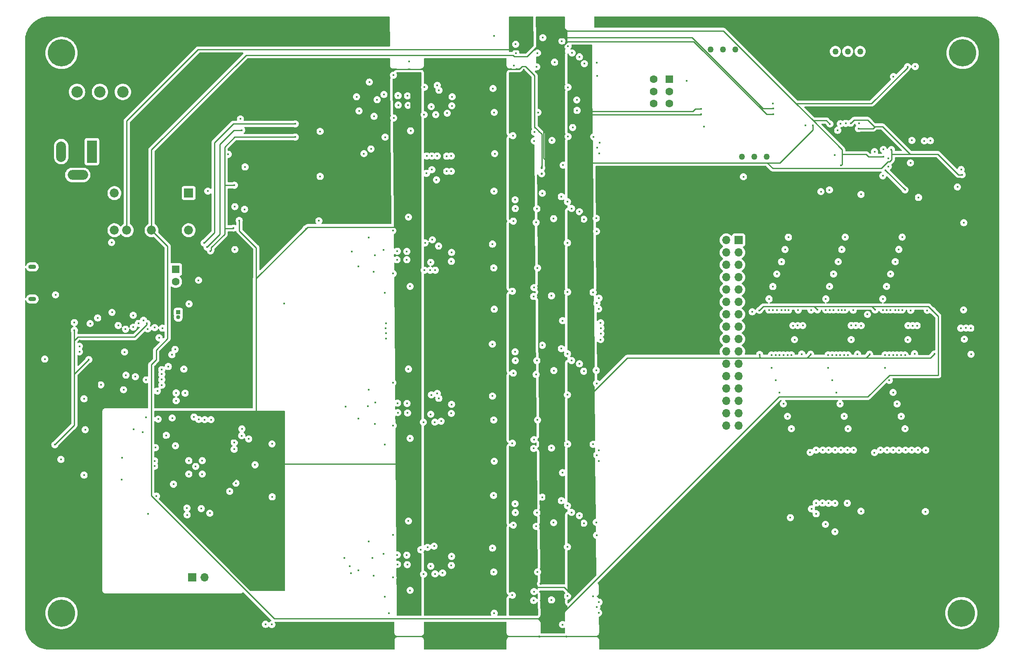
<source format=gbr>
%TF.GenerationSoftware,KiCad,Pcbnew,7.0.9*%
%TF.CreationDate,2024-03-04T14:23:29-07:00*%
%TF.ProjectId,picoAWG,7069636f-4157-4472-9e6b-696361645f70,rev?*%
%TF.SameCoordinates,Original*%
%TF.FileFunction,Copper,L3,Inr*%
%TF.FilePolarity,Positive*%
%FSLAX46Y46*%
G04 Gerber Fmt 4.6, Leading zero omitted, Abs format (unit mm)*
G04 Created by KiCad (PCBNEW 7.0.9) date 2024-03-04 14:23:29*
%MOMM*%
%LPD*%
G01*
G04 APERTURE LIST*
%TA.AperFunction,ComponentPad*%
%ADD10R,1.600000X1.600000*%
%TD*%
%TA.AperFunction,ComponentPad*%
%ADD11C,1.600000*%
%TD*%
%TA.AperFunction,ComponentPad*%
%ADD12C,5.600000*%
%TD*%
%TA.AperFunction,ComponentPad*%
%ADD13C,1.270000*%
%TD*%
%TA.AperFunction,ComponentPad*%
%ADD14C,2.350000*%
%TD*%
%TA.AperFunction,ComponentPad*%
%ADD15R,1.700000X1.700000*%
%TD*%
%TA.AperFunction,ComponentPad*%
%ADD16O,1.700000X1.700000*%
%TD*%
%TA.AperFunction,ComponentPad*%
%ADD17R,2.000000X4.600000*%
%TD*%
%TA.AperFunction,ComponentPad*%
%ADD18O,2.000000X4.200000*%
%TD*%
%TA.AperFunction,ComponentPad*%
%ADD19O,4.200000X2.000000*%
%TD*%
%TA.AperFunction,ComponentPad*%
%ADD20R,1.850000X1.850000*%
%TD*%
%TA.AperFunction,ComponentPad*%
%ADD21C,1.850000*%
%TD*%
%TA.AperFunction,ComponentPad*%
%ADD22R,0.850000X0.850000*%
%TD*%
%TA.AperFunction,ComponentPad*%
%ADD23O,0.850000X0.850000*%
%TD*%
%TA.AperFunction,ComponentPad*%
%ADD24O,1.600000X0.900000*%
%TD*%
%TA.AperFunction,ViaPad*%
%ADD25C,0.450000*%
%TD*%
%TA.AperFunction,Conductor*%
%ADD26C,0.250000*%
%TD*%
G04 APERTURE END LIST*
D10*
%TO.N,+5V*%
%TO.C,C15*%
X85560000Y-78987621D03*
D11*
%TO.N,GND*%
X85560000Y-81487621D03*
%TD*%
D12*
%TO.N,N/C*%
%TO.C,REF\u002A\u002A*%
X246868690Y-149536270D03*
%TD*%
D13*
%TO.N,unconnected-(RV2-Pad1)*%
%TO.C,RV2*%
X195378690Y-33836270D03*
%TO.N,/Analog/CARRIER_SIG*%
X197918690Y-33836270D03*
%TO.N,/VCCS/A+*%
X200458690Y-33836270D03*
%TD*%
D14*
%TO.N,Net-(D1-K)*%
%TO.C,SW3*%
X65310000Y-42550000D03*
%TO.N,Net-(D2-K)*%
X70010000Y-42550000D03*
%TO.N,GND*%
X74710000Y-42550000D03*
%TD*%
D12*
%TO.N,N/C*%
%TO.C,REF\u002A\u002A*%
X62118690Y-149536270D03*
%TD*%
D13*
%TO.N,unconnected-(RV3-Pad1)*%
%TO.C,RV3*%
X206898690Y-55886270D03*
%TO.N,/VCCS/C+*%
X204358690Y-55886270D03*
%TO.N,/VCCS_Iout*%
X201818690Y-55886270D03*
%TD*%
D15*
%TO.N,Net-(J5-Pin_1)*%
%TO.C,J5*%
X88985000Y-142190000D03*
D16*
%TO.N,Net-(J5-Pin_2)*%
X91525000Y-142190000D03*
%TD*%
D13*
%TO.N,unconnected-(RV1-Pad1)*%
%TO.C,RV1*%
X226065000Y-34226401D03*
%TO.N,Net-(U21-1_RG)*%
X223525000Y-34226401D03*
%TO.N,Net-(U21-2_RG)*%
X220985000Y-34226401D03*
%TD*%
D10*
%TO.N,/Analog/CARRIER_SIG*%
%TO.C,SW4*%
X186900000Y-39942500D03*
D11*
%TO.N,/DDS 4/OUT4*%
X186900000Y-42442500D03*
%TO.N,/HDR_15*%
X186900000Y-44942500D03*
%TO.N,N/C*%
X183700000Y-39942500D03*
X183700000Y-42442500D03*
X183700000Y-44942500D03*
%TD*%
D17*
%TO.N,Net-(F1-Pad1)*%
%TO.C,J4*%
X68350000Y-54800000D03*
D18*
%TO.N,GND*%
X62050000Y-54800000D03*
D19*
X65450000Y-59600000D03*
%TD*%
D12*
%TO.N,N/C*%
%TO.C,REF\u002A\u002A*%
X247118690Y-34536270D03*
%TD*%
D20*
%TO.N,GND*%
%TO.C,PS1*%
X88218690Y-63316270D03*
D21*
%TO.N,unconnected-(PS1-NC-Pad2)*%
X72978690Y-63316270D03*
%TO.N,Net-(PS1-+Vin)*%
X88218690Y-70936270D03*
%TO.N,VSS*%
X80598690Y-70936270D03*
%TO.N,VCC*%
X75518690Y-70936270D03*
%TO.N,GND*%
X72978690Y-70936270D03*
%TD*%
D12*
%TO.N,N/C*%
%TO.C,REF\u002A\u002A*%
X62118690Y-34536270D03*
%TD*%
D22*
%TO.N,Net-(J1-Pin_1)*%
%TO.C,J1*%
X86100000Y-87800000D03*
D23*
%TO.N,Net-(J1-Pin_2)*%
X86100000Y-88800000D03*
%TD*%
D24*
%TO.N,GND*%
%TO.C,J2*%
X56120000Y-78470000D03*
X56120000Y-85070000D03*
%TD*%
D15*
%TO.N,GND*%
%TO.C,J3*%
X201118690Y-72966270D03*
D16*
%TO.N,/HDR_15*%
X198578690Y-72966270D03*
%TO.N,GND*%
X201118690Y-75506270D03*
%TO.N,/HDR_14*%
X198578690Y-75506270D03*
%TO.N,GND*%
X201118690Y-78046270D03*
%TO.N,/HDR_13*%
X198578690Y-78046270D03*
%TO.N,GND*%
X201118690Y-80586270D03*
%TO.N,/HDR_12*%
X198578690Y-80586270D03*
%TO.N,GND*%
X201118690Y-83126270D03*
%TO.N,/HDR_11*%
X198578690Y-83126270D03*
%TO.N,GND*%
X201118690Y-85666270D03*
%TO.N,/HDR_10*%
X198578690Y-85666270D03*
%TO.N,GND*%
X201118690Y-88206270D03*
%TO.N,/HDR_9*%
X198578690Y-88206270D03*
%TO.N,GND*%
X201118690Y-90746270D03*
%TO.N,/HDR_8*%
X198578690Y-90746270D03*
%TO.N,GND*%
X201118690Y-93286270D03*
%TO.N,/HDR_7*%
X198578690Y-93286270D03*
%TO.N,GND*%
X201118690Y-95826270D03*
%TO.N,/HDR_6*%
X198578690Y-95826270D03*
%TO.N,GND*%
X201118690Y-98366270D03*
%TO.N,/HDR_5*%
X198578690Y-98366270D03*
%TO.N,GND*%
X201118690Y-100906270D03*
%TO.N,/HDR_4*%
X198578690Y-100906270D03*
%TO.N,GND*%
X201118690Y-103446270D03*
%TO.N,/HDR_3*%
X198578690Y-103446270D03*
%TO.N,GND*%
X201118690Y-105986270D03*
%TO.N,/HDR_2*%
X198578690Y-105986270D03*
%TO.N,GND*%
X201118690Y-108526270D03*
%TO.N,/HDR_1*%
X198578690Y-108526270D03*
%TO.N,GND*%
X201118690Y-111066270D03*
%TO.N,/HDR_0*%
X198578690Y-111066270D03*
%TD*%
D25*
%TO.N,VSS*%
X230850000Y-55840000D03*
X231300000Y-58650000D03*
%TO.N,GND*%
X229030000Y-54810000D03*
X219770000Y-62680000D03*
%TO.N,VSS*%
X235300000Y-62650000D03*
%TO.N,VCC*%
X247020000Y-59540000D03*
%TO.N,GND*%
X83628719Y-113066321D03*
X169455000Y-36748730D03*
X171250000Y-83687460D03*
X172450000Y-147300000D03*
X133350000Y-99443730D03*
X171250000Y-146100000D03*
X239470000Y-128720000D03*
X126180000Y-79497460D03*
X126285000Y-47558730D03*
X162700000Y-115650000D03*
X81611310Y-125533730D03*
X171355000Y-51748730D03*
X236700000Y-52500000D03*
X87861310Y-127983730D03*
X137920000Y-77517460D03*
X159850000Y-141100000D03*
X66741310Y-121203730D03*
X60897500Y-84217500D03*
X171972500Y-71168730D03*
X91511310Y-109833730D03*
X128555000Y-51833730D03*
X137920000Y-108723730D03*
X91000000Y-118250000D03*
X142150000Y-108543730D03*
X208118690Y-44886270D03*
X163350000Y-36450000D03*
X154680599Y-145876270D03*
X190418690Y-40286270D03*
X172555000Y-52948730D03*
X169350000Y-68687460D03*
X65791310Y-94753730D03*
X130150000Y-102243730D03*
X150818690Y-125386270D03*
X171902500Y-130911270D03*
X91000000Y-121000000D03*
X172400000Y-118293730D03*
X194050000Y-49700000D03*
X154973690Y-37135000D03*
X105341310Y-114803730D03*
X96641310Y-124553730D03*
X172400000Y-149500000D03*
X150925000Y-31050000D03*
X235880000Y-93404500D03*
X160818230Y-125756770D03*
X130200000Y-111043730D03*
X128200000Y-74997460D03*
X150950000Y-149571270D03*
X171972500Y-133581270D03*
X159955000Y-46748730D03*
X133250000Y-45300000D03*
X169350000Y-131100000D03*
X231850000Y-56150000D03*
X230850000Y-54350000D03*
X133150000Y-43350000D03*
X236410000Y-57117500D03*
X154868690Y-131486270D03*
X238057500Y-64215000D03*
X171250000Y-114893730D03*
X227580000Y-88220000D03*
X133150000Y-108450000D03*
X154868690Y-69073730D03*
X133350000Y-130650000D03*
X150705000Y-41848730D03*
X88250000Y-118250000D03*
X99700000Y-66650000D03*
X79861310Y-129183730D03*
X150950000Y-87158730D03*
X165980599Y-73525588D03*
X154868690Y-100280000D03*
X92150000Y-62900000D03*
X166085599Y-41586858D03*
X163200000Y-99768230D03*
X75050000Y-95950000D03*
X125325000Y-40528730D03*
X133455000Y-36298730D03*
X133775000Y-50530000D03*
X172450000Y-116093730D03*
X96350000Y-55350000D03*
X105361310Y-125683730D03*
X212600000Y-93404500D03*
X160818230Y-94550500D03*
X137920000Y-139930000D03*
X99161310Y-111733730D03*
X128450000Y-146185000D03*
X154680599Y-83463730D03*
X162700000Y-146850000D03*
X142150000Y-139750000D03*
X214810000Y-49390000D03*
X229020000Y-116600000D03*
X130150000Y-71037460D03*
X84029011Y-98928230D03*
X142200000Y-75487460D03*
X92561310Y-129033730D03*
X88250000Y-121000000D03*
X89311310Y-109283730D03*
X133050000Y-106500000D03*
X130200000Y-142250000D03*
X150570000Y-94330000D03*
X97591310Y-114503730D03*
X163150000Y-130974500D03*
X101841310Y-119103730D03*
X133000000Y-137650000D03*
X150910000Y-62920000D03*
X81261310Y-119383730D03*
X87241310Y-99453730D03*
X90251310Y-81213730D03*
X172077500Y-39230000D03*
X123205000Y-46448730D03*
X232900000Y-39400000D03*
X172400000Y-87087460D03*
X150600000Y-73787460D03*
X85441310Y-95403730D03*
X142305000Y-43548730D03*
X76900000Y-111850000D03*
X171972500Y-102375000D03*
X171902500Y-99705000D03*
X163150001Y-68561960D03*
X165085599Y-57567460D03*
X162700000Y-84400000D03*
X247460000Y-93310000D03*
X164980599Y-89506190D03*
X142255000Y-45398730D03*
X92811310Y-109833730D03*
X99800000Y-57950000D03*
X240500000Y-52550000D03*
X131050000Y-75250000D03*
X74511310Y-117683730D03*
X138025000Y-45578730D03*
X128200000Y-137410000D03*
X126570000Y-106323730D03*
X133000000Y-75300000D03*
X150955000Y-46748730D03*
X131050000Y-137600000D03*
X231850000Y-57850000D03*
X90811310Y-128083730D03*
X154785599Y-51525000D03*
X133670000Y-144881270D03*
X72400000Y-73450000D03*
X165980599Y-135938128D03*
X160923230Y-31405500D03*
X69541310Y-88953730D03*
X84779011Y-96491431D03*
X154680599Y-114670000D03*
X131100000Y-106450000D03*
X100550000Y-113800000D03*
X142200000Y-137900000D03*
X169350000Y-99893730D03*
X150850000Y-78687460D03*
X160818230Y-63344230D03*
X85111310Y-123083730D03*
X164980599Y-151918730D03*
X115200000Y-50650000D03*
X215810000Y-116550000D03*
X150950000Y-118365000D03*
X114950000Y-69000000D03*
X65791310Y-95903730D03*
X230730000Y-59780000D03*
X142150000Y-77337460D03*
X74850000Y-103678730D03*
X237375000Y-37325000D03*
X64741310Y-89903730D03*
X123100000Y-140800000D03*
X222025000Y-49076401D03*
X133350000Y-68237460D03*
X58691310Y-97403730D03*
X246050000Y-62050000D03*
X67991310Y-90103730D03*
X246820000Y-58470000D03*
X226250000Y-128620000D03*
X142200000Y-106693730D03*
X74461310Y-122183730D03*
X224230000Y-93404500D03*
X159850000Y-109893730D03*
X125220000Y-72467460D03*
X84841310Y-109503730D03*
X131200000Y-43300000D03*
X123100000Y-109593730D03*
X97561310Y-115903730D03*
X125220000Y-134880000D03*
X220880000Y-55480000D03*
X221460000Y-50420000D03*
X165980599Y-104731858D03*
X97700000Y-66100000D03*
X133670000Y-113675000D03*
X128305000Y-43058730D03*
X133670000Y-82468730D03*
X76841310Y-88408730D03*
X126180000Y-141910000D03*
X164980599Y-120712460D03*
X150850000Y-109893730D03*
X150600000Y-136200000D03*
X98850000Y-48100000D03*
X81961310Y-109733730D03*
X131150000Y-108400000D03*
X133100000Y-139600000D03*
X131100000Y-139550000D03*
X172505000Y-55148730D03*
X70191310Y-102678730D03*
X72491310Y-87803730D03*
X150600000Y-104993730D03*
X128450000Y-114978730D03*
X162800000Y-52500000D03*
X171902500Y-68498730D03*
X225825000Y-49026401D03*
X130150000Y-133450000D03*
X131000000Y-77000000D03*
X131250000Y-45250000D03*
X130200000Y-79837460D03*
X66741310Y-105553730D03*
X128450000Y-83772460D03*
X87911310Y-129383730D03*
X159850000Y-78687460D03*
X150850000Y-141100000D03*
X89660000Y-119440000D03*
X133000000Y-77000000D03*
X123100000Y-78387460D03*
X99111310Y-113133730D03*
X87485000Y-104397420D03*
X97700000Y-74900000D03*
X126470000Y-110673730D03*
X66991310Y-111903730D03*
X90261310Y-109783730D03*
X97911310Y-122883730D03*
X172007500Y-36560000D03*
X151055000Y-55220000D03*
X130255000Y-39098730D03*
X172450000Y-84887460D03*
X115200000Y-59900000D03*
X130305000Y-47898730D03*
X125220000Y-103673730D03*
%TO.N,+1V1*%
X60741310Y-114973730D03*
X79667219Y-90052460D03*
X67708859Y-97496681D03*
X64740810Y-91483730D03*
%TO.N,+3.3V*%
X247650000Y-62100000D03*
X138020000Y-106623730D03*
X224720000Y-128610000D03*
X83391310Y-96729230D03*
X74850000Y-102128730D03*
X76941310Y-89303730D03*
X160700000Y-58150000D03*
X237920000Y-128710000D03*
X146990000Y-153180000D03*
X73691310Y-91453730D03*
X138020000Y-75417460D03*
X138020000Y-137830000D03*
X144310000Y-153150000D03*
X99150000Y-59950000D03*
X145600000Y-153140000D03*
X65841310Y-93603730D03*
X62541310Y-95753730D03*
X110100000Y-56400000D03*
X69391310Y-90003730D03*
X70191310Y-101128730D03*
X160700000Y-59350000D03*
X111250000Y-56700000D03*
X110500000Y-57850000D03*
X138125000Y-43478730D03*
%TO.N,+5V*%
X97450000Y-70500000D03*
X99100000Y-50400000D03*
X92000000Y-74400000D03*
X91400000Y-73550000D03*
X92700000Y-75200000D03*
X97600000Y-61700000D03*
X110100000Y-49100000D03*
X110100000Y-51800000D03*
%TO.N,+3.3VA*%
X112275000Y-70675000D03*
X134060000Y-101980000D03*
X102087500Y-117187500D03*
X82650000Y-117525000D03*
X93925000Y-112725000D03*
X133775000Y-80969230D03*
X84925000Y-111600000D03*
X83303800Y-125878800D03*
X133825000Y-71075000D03*
X98600000Y-68950000D03*
X93135810Y-114607996D03*
X93600000Y-127375000D03*
X133903810Y-48993730D03*
X133625000Y-143200000D03*
X133975000Y-133425000D03*
X98700000Y-121300000D03*
X133853810Y-39118730D03*
X95025000Y-125454500D03*
X85550000Y-126350000D03*
X133875000Y-112075000D03*
%TO.N,VCC*%
X167650000Y-132550000D03*
X157000000Y-38000000D03*
X241310000Y-96360000D03*
X167400000Y-83443230D03*
X228020000Y-96410000D03*
X167750000Y-51504500D03*
X157700000Y-82200000D03*
X158450000Y-128850000D03*
X158000000Y-113200000D03*
X167850000Y-114650000D03*
X205450000Y-96466770D03*
X232475000Y-54375000D03*
X157000000Y-33000000D03*
X157700000Y-144250000D03*
X167100000Y-146000000D03*
X215920000Y-96400000D03*
X166950000Y-38050000D03*
X158150000Y-66500000D03*
X167500000Y-70150000D03*
X158150000Y-97750000D03*
X157000000Y-50000000D03*
X224125000Y-48976401D03*
X193450000Y-46000000D03*
X216340000Y-49420000D03*
X167350000Y-101350000D03*
X225730000Y-50076401D03*
X193400000Y-47150000D03*
%TO.N,VSS*%
X235800000Y-37350000D03*
X162450000Y-134950000D03*
X229165500Y-87300000D03*
X162000000Y-73000000D03*
X160250000Y-81050000D03*
X208250000Y-47150000D03*
X219875000Y-49126401D03*
X161000000Y-65000000D03*
X160650000Y-96400000D03*
X160450000Y-112400000D03*
X161950000Y-120500000D03*
X240950000Y-87450000D03*
X205400000Y-87400000D03*
X160000000Y-33000000D03*
X162000000Y-57050000D03*
X217300000Y-87300000D03*
X162000000Y-89000000D03*
X160050000Y-49250000D03*
X222160000Y-57660000D03*
X162000000Y-41000000D03*
X160450000Y-143525500D03*
X231300000Y-58650000D03*
X160600000Y-127600000D03*
X161950000Y-151350000D03*
X208200000Y-45950000D03*
X162100000Y-104300000D03*
%TO.N,/DDS 1/AMP_IN_3N*%
X164737500Y-126456270D03*
X155287500Y-128906270D03*
%TO.N,/DDS 1/FB3*%
X165987500Y-127506270D03*
X155237500Y-127106270D03*
%TO.N,/HDR_0*%
X211965001Y-111700600D03*
X223605001Y-111690600D03*
X235300000Y-96550000D03*
X235300000Y-111700000D03*
X223605001Y-96540600D03*
X211965001Y-96550600D03*
%TO.N,/HDR_1*%
X234500000Y-96550000D03*
X211165001Y-109150600D03*
X211165001Y-96550600D03*
X234500000Y-109150000D03*
X222805001Y-109140600D03*
X222805001Y-96540600D03*
%TO.N,/HDR_2*%
X233650000Y-96550000D03*
X210315001Y-96550600D03*
X233650000Y-106600000D03*
X210315001Y-106600600D03*
X221955001Y-96540600D03*
X221955001Y-106590600D03*
%TO.N,/HDR_3*%
X221155001Y-104240600D03*
X209515001Y-96550600D03*
X232850000Y-104250000D03*
X232850000Y-96550000D03*
X209515001Y-104250600D03*
X221155001Y-96540600D03*
%TO.N,/DDS 2/AMP_IN_3N*%
X164737500Y-95250000D03*
X155287500Y-97700000D03*
%TO.N,/DDS 2/FB3*%
X165987500Y-96300000D03*
X155237500Y-95900000D03*
%TO.N,/HDR_4*%
X220355001Y-101740600D03*
X232050000Y-96550000D03*
X220355001Y-96540600D03*
X232050000Y-101750000D03*
X208715001Y-101750600D03*
X208715001Y-96550600D03*
%TO.N,/HDR_5*%
X231200000Y-96550000D03*
X207865001Y-96550600D03*
X219505001Y-99190600D03*
X231200000Y-99200000D03*
X207865001Y-99200600D03*
X219505001Y-96540600D03*
%TO.N,/DDS 3/AMP_IN_3N*%
X164737500Y-64043730D03*
X155287500Y-66493730D03*
%TO.N,/DDS 3/FB3*%
X155237500Y-64693730D03*
X165987500Y-65093730D03*
%TO.N,/HDR_10*%
X219019999Y-85039400D03*
X207375000Y-85050000D03*
X219019999Y-87314400D03*
X230729999Y-87314400D03*
X207375000Y-87325000D03*
X230729999Y-85039400D03*
%TO.N,/HDR_11*%
X231504999Y-82489400D03*
X208175000Y-87325000D03*
X219794999Y-82489400D03*
X231529999Y-87314400D03*
X219819999Y-87314400D03*
X208150000Y-82500000D03*
%TO.N,/DDS 4/AMP_IN_3N*%
X164842500Y-32105000D03*
X155392500Y-34555000D03*
%TO.N,/DDS 4/FB3*%
X155342500Y-32755000D03*
X166092500Y-33155000D03*
%TO.N,/HDR_12*%
X208970000Y-79930000D03*
X208970000Y-87330000D03*
X220614999Y-79919400D03*
X232324999Y-87319400D03*
X232324999Y-79919400D03*
X220614999Y-87319400D03*
%TO.N,/HDR_13*%
X221574999Y-77409400D03*
X233284999Y-87319400D03*
X209930000Y-87330000D03*
X221574999Y-87319400D03*
X233284999Y-77409400D03*
X209930000Y-77420000D03*
%TO.N,/HDR_14*%
X210660000Y-74900000D03*
X210660000Y-87330000D03*
X234014999Y-87319400D03*
X222304999Y-87319400D03*
X222304999Y-74889400D03*
X234014999Y-74889400D03*
%TO.N,/HDR_15*%
X211360000Y-87330000D03*
X234714999Y-87319400D03*
X223004999Y-72359400D03*
X211360000Y-72370000D03*
X223004999Y-87319400D03*
X234714999Y-72359400D03*
%TO.N,/Analog/SENSE_IN_1*%
X218030000Y-63013599D03*
X216000000Y-87350000D03*
%TO.N,/Analog/SENSE_IN_2*%
X226260000Y-63580000D03*
X239850000Y-87400000D03*
%TO.N,/CLK_0P*%
X122700000Y-43550000D03*
X126900000Y-44150000D03*
%TO.N,/CLK_1P*%
X120400000Y-107150000D03*
X125050000Y-107049500D03*
%TO.N,/CLK_3P*%
X121750000Y-75350000D03*
X126450000Y-76099500D03*
%TO.N,/uC_CLKOUT*%
X75250000Y-91250000D03*
X79500000Y-109400000D03*
%TO.N,/CLK_2P*%
X125950000Y-138249500D03*
X120200000Y-138250000D03*
%TO.N,/~{RESET}*%
X139250000Y-104450000D03*
X138600000Y-135800000D03*
X137100000Y-55700000D03*
X139250000Y-41198230D03*
X137050000Y-59250000D03*
X82150000Y-93025500D03*
X62000000Y-118000000D03*
X85500000Y-115200000D03*
X85650000Y-104350000D03*
X138250000Y-72900000D03*
X85650000Y-105950000D03*
%TO.N,Net-(U7-OUT1)*%
X172012500Y-148311270D03*
X159122500Y-145131270D03*
%TO.N,Net-(U8-OUT2)*%
X159712500Y-128921270D03*
X166832500Y-128891270D03*
%TO.N,Net-(U10-OUT1)*%
X159122500Y-113925000D03*
X172012500Y-117105000D03*
%TO.N,Net-(U11-OUT2)*%
X166832500Y-97685000D03*
X159712500Y-97715000D03*
%TO.N,Net-(U13-OUT1)*%
X172012500Y-85898730D03*
X159122500Y-82718730D03*
%TO.N,Net-(U14-OUT2)*%
X159712500Y-66508730D03*
X166832500Y-66478730D03*
%TO.N,Net-(U16-OUT1)*%
X159227500Y-50780000D03*
X172117500Y-53960000D03*
%TO.N,Net-(U17-OUT2)*%
X159817500Y-34570000D03*
X166937500Y-34540000D03*
%TO.N,/VCCS_Iout*%
X203930000Y-87690000D03*
X202120000Y-59960000D03*
%TO.N,/SPI0_RX*%
X139100000Y-60600000D03*
X135859434Y-136533934D03*
X139575500Y-105450000D03*
X139550000Y-74200000D03*
X139600000Y-42200000D03*
X139250000Y-55700000D03*
X121500000Y-141400000D03*
%TO.N,/~{DDS1_CS}*%
X121300000Y-139900000D03*
X137250000Y-136050000D03*
%TO.N,/SPI0_SCLK*%
X138950000Y-47205500D03*
X138750000Y-110350500D03*
X141200000Y-58850000D03*
X129300000Y-149550000D03*
X105300000Y-151900000D03*
X141200000Y-55750000D03*
X138800000Y-141500000D03*
X137790184Y-79144230D03*
%TO.N,/SPI0_TX*%
X140050000Y-110150000D03*
X140350000Y-141300000D03*
X142150000Y-58850000D03*
X104000000Y-151850000D03*
X138850000Y-79144230D03*
X141300000Y-46900000D03*
X142150000Y-55700000D03*
%TO.N,/~{DDS2_CS}*%
X75335500Y-100700000D03*
X81800000Y-103950000D03*
X138050000Y-104750000D03*
X79500000Y-101650000D03*
%TO.N,/~{CLK_CS}*%
X81261810Y-118300000D03*
X77275500Y-101000000D03*
%TO.N,/SPI1_TX*%
X81409786Y-115574500D03*
X78800000Y-112400000D03*
%TO.N,/~{SR_CLR}*%
X217050000Y-129150000D03*
X172800000Y-93400000D03*
X82700000Y-102750000D03*
X217050000Y-126950000D03*
X128750000Y-93150000D03*
X211750000Y-129950000D03*
%TO.N,/~{SR_OE}*%
X82700000Y-101600000D03*
X220900000Y-132850000D03*
X220900000Y-127000000D03*
X128724598Y-92100000D03*
X172850000Y-92200000D03*
%TO.N,/SR_CLK*%
X172850000Y-91050000D03*
X82700000Y-100500000D03*
X219600000Y-127000000D03*
X128687299Y-91087299D03*
X218950000Y-131324500D03*
X218350000Y-126950000D03*
%TO.N,/SR_SER*%
X216100000Y-128150000D03*
X82700000Y-99550000D03*
X128700000Y-90050000D03*
X172800000Y-89950000D03*
%TO.N,/~{DDS_SYNC}*%
X136400000Y-110350500D03*
X136600000Y-79144230D03*
X136550000Y-47205500D03*
X136450000Y-141556770D03*
X138150000Y-55700000D03*
X138150000Y-58500000D03*
X82850000Y-91050000D03*
%TO.N,/~{DDS3_CS}*%
X136750000Y-73550000D03*
X88290000Y-86080000D03*
X81250000Y-90930000D03*
X107820000Y-86010000D03*
%TO.N,/~{AMP_PD}*%
X166000000Y-114843730D03*
X168450000Y-35350000D03*
X159050000Y-115743730D03*
X168450000Y-67137460D03*
X167900000Y-44200000D03*
X159050000Y-146950000D03*
X159550000Y-69337460D03*
X167950000Y-46350000D03*
X168450000Y-129550000D03*
X167050000Y-49850000D03*
X159155000Y-52598730D03*
X159550000Y-131750000D03*
X166000000Y-146050000D03*
X166000000Y-83637460D03*
X166105000Y-51698730D03*
X159550000Y-100543730D03*
X79812251Y-91212349D03*
X168450000Y-98343730D03*
X159050000Y-84537460D03*
%TO.N,/~{EIT_PD}*%
X78950000Y-89450000D03*
X124200000Y-55224500D03*
X159655000Y-37398730D03*
X125650000Y-54250000D03*
%TO.N,/MUX_EN*%
X247300000Y-87300000D03*
X236450000Y-87400000D03*
X213350000Y-87350000D03*
X77900000Y-90050000D03*
X224650000Y-87350000D03*
%TO.N,/~{DDS4_CS}*%
X136650000Y-41574500D03*
X76850000Y-90850000D03*
%TO.N,/~{AN_CS}*%
X73756089Y-90493911D03*
X247350000Y-69400000D03*
%TO.N,Net-(U21-OUT)*%
X223100000Y-49000000D03*
X239250000Y-52600000D03*
%TO.N,/Mux Control/CTRL_1*%
X218410000Y-116070000D03*
X213266975Y-90507877D03*
%TO.N,/Mux Control/CTRL_2*%
X219620000Y-116070000D03*
X214296848Y-90513152D03*
%TO.N,/Mux Control/CTRL_3*%
X220930000Y-116070000D03*
X214090000Y-96390000D03*
%TO.N,/Mux Control/CTRL_4*%
X222160000Y-116070000D03*
X224240000Y-90490000D03*
%TO.N,/Mux Control/CTRL_5*%
X225190000Y-90490000D03*
X223450000Y-116070000D03*
%TO.N,/Mux Control/CTRL_6*%
X226300000Y-90525500D03*
X224720000Y-116070000D03*
%TO.N,/Mux Control/CTRL_7*%
X225550000Y-96380000D03*
X223430000Y-126980000D03*
%TO.N,/Mux Control/CTRL_0*%
X212260000Y-90525500D03*
X217030000Y-116070000D03*
%TO.N,/Mux Control/CTRL_9*%
X236850000Y-90525500D03*
X231625000Y-116070000D03*
%TO.N,/Mux Control/CTRL_10*%
X232835000Y-116070000D03*
X237770000Y-90525500D03*
%TO.N,/Mux Control/CTRL_11*%
X237250000Y-96300000D03*
X234050000Y-116100000D03*
%TO.N,/Mux Control/CTRL_12*%
X235375000Y-116070000D03*
X246750000Y-91060000D03*
%TO.N,/Mux Control/CTRL_13*%
X236665000Y-116070000D03*
X247817299Y-91017299D03*
%TO.N,/Mux Control/CTRL_14*%
X248780000Y-91050000D03*
X237935000Y-116070000D03*
%TO.N,/Mux Control/CTRL_15*%
X239550000Y-116090000D03*
X248840000Y-96410000D03*
%TO.N,/Mux Control/CTRL_8*%
X235910000Y-90525500D03*
X230245000Y-116070000D03*
%TD*%
D26*
%TO.N,VSS*%
X227788599Y-55840000D02*
X230850000Y-55840000D01*
X227298599Y-55350000D02*
X227788599Y-55840000D01*
X222400000Y-55350000D02*
X227298599Y-55350000D01*
%TO.N,VCC*%
X228723599Y-50076401D02*
X225730000Y-50076401D01*
X242000000Y-55300000D02*
X246240000Y-59540000D01*
X246240000Y-59540000D02*
X247020000Y-59540000D01*
X236350000Y-55300000D02*
X242000000Y-55300000D01*
X209601401Y-57100000D02*
X207000000Y-57100000D01*
X216340000Y-50361401D02*
X209601401Y-57100000D01*
X216340000Y-49420000D02*
X216340000Y-50361401D01*
%TO.N,VSS*%
X222400000Y-57420000D02*
X222400000Y-55350000D01*
X222160000Y-57660000D02*
X222400000Y-57420000D01*
%TO.N,+1V1*%
X64740810Y-110974230D02*
X64740810Y-93600000D01*
X77121270Y-92878730D02*
X65462080Y-92878730D01*
X79667219Y-90052460D02*
X79667219Y-90332781D01*
X64740810Y-93600000D02*
X64740810Y-91483730D01*
X64740810Y-100450000D02*
X64755540Y-100450000D01*
X65462080Y-92878730D02*
X64740810Y-93600000D01*
X64755540Y-100450000D02*
X67708859Y-97496681D01*
X60741310Y-114973730D02*
X64740810Y-110974230D01*
X79667219Y-90332781D02*
X77121270Y-92878730D01*
%TO.N,+3.3V*%
X145600000Y-154350000D02*
X147000000Y-154350000D01*
X147000000Y-153200000D02*
X147000000Y-153190000D01*
X110500000Y-57850000D02*
X110500000Y-57450000D01*
X73437580Y-102128730D02*
X69466310Y-106100000D01*
X110100000Y-56400000D02*
X110950000Y-56400000D01*
X159230000Y-49757195D02*
X160700000Y-51227195D01*
X236755000Y-129875000D02*
X237920000Y-128710000D01*
X144300000Y-153150000D02*
X144310000Y-153150000D01*
X74850000Y-102128730D02*
X73437580Y-102128730D01*
X69466310Y-146766310D02*
X77050000Y-154350000D01*
X236425000Y-129875000D02*
X236755000Y-129875000D01*
X156114695Y-37860000D02*
X156699695Y-37275000D01*
X110950000Y-56400000D02*
X111250000Y-56700000D01*
X111250000Y-56700000D02*
X130090000Y-37860000D01*
X211950000Y-154350000D02*
X236425000Y-129875000D01*
X144300000Y-154350000D02*
X145600000Y-154350000D01*
X159230000Y-39180000D02*
X159230000Y-49757195D01*
X145600000Y-153150000D02*
X145600000Y-153140000D01*
X77050000Y-154350000D02*
X144300000Y-154350000D01*
X147000000Y-154350000D02*
X147000000Y-153200000D01*
X145600000Y-154350000D02*
X145600000Y-153150000D01*
X69466310Y-106100000D02*
X69466310Y-101853730D01*
X69466310Y-106100000D02*
X69466310Y-146766310D01*
X130090000Y-37860000D02*
X156114695Y-37860000D01*
X144300000Y-154350000D02*
X144300000Y-153150000D01*
X157325000Y-37275000D02*
X159230000Y-39180000D01*
X147000000Y-153190000D02*
X146990000Y-153180000D01*
X160700000Y-51227195D02*
X160700000Y-58150000D01*
X69466310Y-101853730D02*
X70191310Y-101128730D01*
X147000000Y-154350000D02*
X211950000Y-154350000D01*
X156699695Y-37275000D02*
X157325000Y-37275000D01*
X110500000Y-57450000D02*
X111250000Y-56700000D01*
%TO.N,+5V*%
X92875000Y-75025000D02*
X92875000Y-74475000D01*
X95625000Y-71375000D02*
X95625000Y-70550000D01*
X93521190Y-52978810D02*
X97400000Y-49100000D01*
X99100000Y-50400000D02*
X97500000Y-50400000D01*
X95625000Y-70550000D02*
X95625000Y-61700000D01*
X92875000Y-74475000D02*
X95600000Y-71750000D01*
X95625000Y-70550000D02*
X97400000Y-70550000D01*
X94600000Y-71800000D02*
X92000000Y-74400000D01*
X95625000Y-61700000D02*
X97600000Y-61700000D01*
X92700000Y-75200000D02*
X92875000Y-75025000D01*
X97400000Y-49100000D02*
X110100000Y-49100000D01*
X97500000Y-50400000D02*
X94600000Y-53300000D01*
X97400000Y-70550000D02*
X97450000Y-70500000D01*
X95625000Y-61700000D02*
X95625000Y-53875000D01*
X94600000Y-53300000D02*
X94600000Y-71800000D01*
X91400000Y-73550000D02*
X93521190Y-71428810D01*
X95600000Y-71750000D02*
X95600000Y-71400000D01*
X93521190Y-71428810D02*
X93521190Y-52978810D01*
X95625000Y-53875000D02*
X97700000Y-51800000D01*
X95600000Y-71400000D02*
X95625000Y-71375000D01*
X97700000Y-51800000D02*
X110100000Y-51800000D01*
%TO.N,+3.3VA*%
X98700000Y-121300000D02*
X101450000Y-121300000D01*
X102937500Y-118037500D02*
X102937500Y-115462500D01*
X93775000Y-113900000D02*
X93067004Y-114607996D01*
X132100000Y-110300000D02*
X133875000Y-112075000D01*
X132100000Y-131350000D02*
X132100000Y-131550000D01*
X87125000Y-113800000D02*
X83850000Y-113800000D01*
X102100000Y-80850000D02*
X102100000Y-74525000D01*
X131950000Y-70312460D02*
X133062460Y-70312460D01*
X85078800Y-125878800D02*
X83303800Y-125878800D01*
X102937500Y-115462500D02*
X102500000Y-115025000D01*
X131950000Y-70312460D02*
X131950000Y-79144230D01*
X131950000Y-100200000D02*
X131950000Y-103330000D01*
X93775000Y-113900000D02*
X87225000Y-113900000D01*
X94275000Y-113778730D02*
X93896270Y-113778730D01*
X95025000Y-125454500D02*
X95025000Y-124744735D01*
X102025000Y-115025000D02*
X99137885Y-115025000D01*
X92575000Y-126350000D02*
X93600000Y-127375000D01*
X93067004Y-114607996D02*
X93135810Y-114607996D01*
X93600000Y-127375000D02*
X95025000Y-125950000D01*
X81986310Y-124561310D02*
X83303800Y-125878800D01*
X132100000Y-118925000D02*
X103825000Y-118925000D01*
X98469735Y-121300000D02*
X98700000Y-121300000D01*
X99137885Y-115025000D02*
X97891615Y-113778730D01*
X95025000Y-124744735D02*
X98469735Y-121300000D01*
X101450000Y-121300000D02*
X103825000Y-118925000D01*
X132100000Y-141675000D02*
X133625000Y-143200000D01*
X131950000Y-79144230D02*
X133775000Y-80969230D01*
X85550000Y-126350000D02*
X85078800Y-125878800D01*
X102100000Y-74525000D02*
X98625000Y-71050000D01*
X102025000Y-80925000D02*
X102025000Y-115025000D01*
X95025000Y-125950000D02*
X95025000Y-125454500D01*
X131998770Y-50898770D02*
X133903810Y-48993730D01*
X82300000Y-115350000D02*
X82300000Y-117000000D01*
X85550000Y-126350000D02*
X92575000Y-126350000D01*
X132100000Y-110300000D02*
X132100000Y-118925000D01*
X133062460Y-70312460D02*
X133825000Y-71075000D01*
X87225000Y-113900000D02*
X87125000Y-113800000D01*
X82300000Y-117000000D02*
X81986310Y-117313690D01*
X131950000Y-50947540D02*
X131998770Y-50898770D01*
X131950000Y-70312460D02*
X131950000Y-50947540D01*
X103825000Y-118925000D02*
X102937500Y-118037500D01*
X133853810Y-49043730D02*
X133853810Y-39118730D01*
X102500000Y-115025000D02*
X102025000Y-115025000D01*
X131950000Y-103330000D02*
X131950000Y-110150000D01*
X112637540Y-70312460D02*
X131950000Y-70312460D01*
X83850000Y-113800000D02*
X82300000Y-115350000D01*
X87125000Y-113800000D02*
X84925000Y-111600000D01*
X131950000Y-79144230D02*
X131950000Y-100200000D01*
X94275000Y-113075000D02*
X93925000Y-112725000D01*
X112275000Y-70675000D02*
X112637540Y-70312460D01*
X81986310Y-117313690D02*
X81986310Y-124561310D01*
X82300000Y-117000000D02*
X82300000Y-117175000D01*
X133300000Y-101980000D02*
X131950000Y-103330000D01*
X132100000Y-131350000D02*
X132100000Y-141675000D01*
X98625000Y-71050000D02*
X98625000Y-68975000D01*
X102937500Y-118037500D02*
X102087500Y-117187500D01*
X93896270Y-113778730D02*
X93775000Y-113900000D01*
X97891615Y-113778730D02*
X94275000Y-113778730D01*
X102100000Y-80850000D02*
X102025000Y-80925000D01*
X94275000Y-113778730D02*
X94275000Y-113075000D01*
X134060000Y-101980000D02*
X133300000Y-101980000D01*
X132100000Y-118925000D02*
X132100000Y-131350000D01*
X82300000Y-117175000D02*
X82650000Y-117525000D01*
X98625000Y-68975000D02*
X98600000Y-68950000D01*
X131950000Y-110150000D02*
X132100000Y-110300000D01*
X132100000Y-131550000D02*
X133975000Y-133425000D01*
X112275000Y-70675000D02*
X102100000Y-80850000D01*
%TO.N,VCC*%
X205450000Y-96990000D02*
X205450000Y-96466770D01*
X158150000Y-95800000D02*
X158150000Y-97750000D01*
X157000000Y-38000000D02*
X157000000Y-50000000D01*
X168625000Y-67987765D02*
X169300000Y-67312765D01*
X227601401Y-48301401D02*
X224800000Y-48301401D01*
X157000000Y-33000000D02*
X156170000Y-33830000D01*
X156700000Y-143250000D02*
X157700000Y-144250000D01*
X205610000Y-97150000D02*
X205450000Y-96990000D01*
X168625000Y-71275000D02*
X168625000Y-67987765D01*
X169300000Y-53054500D02*
X169300000Y-46100000D01*
X169300000Y-46100000D02*
X169300000Y-45300000D01*
X156700000Y-127100000D02*
X156700000Y-143250000D01*
X207000000Y-57100000D02*
X169350000Y-57100000D01*
X156170000Y-33830000D02*
X90170000Y-33830000D01*
X169200000Y-129850000D02*
X169200000Y-118350000D01*
X232575000Y-55300000D02*
X232575000Y-54475000D01*
X232150305Y-56875000D02*
X232575000Y-56450305D01*
X193300000Y-47250000D02*
X170450000Y-47250000D01*
X169275000Y-134175000D02*
X168625000Y-133525000D01*
X191700000Y-46500000D02*
X192200000Y-46000000D01*
X170075000Y-86118230D02*
X169978385Y-86021615D01*
X157000000Y-65350000D02*
X158150000Y-66500000D01*
X156700000Y-111900000D02*
X156700000Y-127100000D01*
X169978385Y-86021615D02*
X169100000Y-85143230D01*
X240497801Y-97172199D02*
X241310000Y-96360000D01*
X75518690Y-48481310D02*
X90170000Y-33830000D01*
X232575000Y-56450305D02*
X232575000Y-55300000D01*
X156700000Y-127100000D02*
X158450000Y-128850000D01*
X157700000Y-144250000D02*
X165350000Y-144250000D01*
X231799695Y-56875000D02*
X232150305Y-56875000D01*
X168625000Y-133525000D02*
X168625000Y-130425000D01*
X158150000Y-95800000D02*
X156700000Y-97250000D01*
X207000000Y-57100000D02*
X208151401Y-58251401D01*
X178250000Y-97150000D02*
X205610000Y-97150000D01*
X168625000Y-130425000D02*
X169200000Y-129850000D01*
X156700000Y-111900000D02*
X158000000Y-113200000D01*
X157000000Y-81500000D02*
X158150000Y-82650000D01*
X156700000Y-97250000D02*
X156700000Y-111900000D01*
X227280000Y-97150000D02*
X228020000Y-96410000D01*
X169300000Y-40400000D02*
X166950000Y-38050000D01*
X192200000Y-46000000D02*
X193450000Y-46000000D01*
X169300000Y-67312765D02*
X169300000Y-57050000D01*
X169300000Y-53054500D02*
X167750000Y-51504500D01*
X227100000Y-97150000D02*
X227122199Y-97172199D01*
X193400000Y-47150000D02*
X193300000Y-47250000D01*
X169200000Y-103200000D02*
X170075000Y-102325000D01*
X169200000Y-118350000D02*
X167850000Y-117000000D01*
X157000000Y-65350000D02*
X157000000Y-81500000D01*
X169400000Y-134300000D02*
X169275000Y-134175000D01*
X232575000Y-55300000D02*
X236350000Y-55300000D01*
X230423294Y-58251401D02*
X231799695Y-56875000D01*
X170450000Y-47250000D02*
X169300000Y-46100000D01*
X169978385Y-86021615D02*
X167400000Y-83443230D01*
X224800000Y-48301401D02*
X224125000Y-48976401D01*
X166200000Y-145100000D02*
X167100000Y-146000000D01*
X208151401Y-58251401D02*
X230423294Y-58251401D01*
X205610000Y-97150000D02*
X215170000Y-97150000D01*
X169300000Y-57050000D02*
X169300000Y-53054500D01*
X157000000Y-50000000D02*
X157000000Y-65350000D01*
X169100000Y-71750000D02*
X167500000Y-70150000D01*
X167850000Y-117000000D02*
X167850000Y-114650000D01*
X232575000Y-54475000D02*
X232475000Y-54375000D01*
X227122199Y-97172199D02*
X240497801Y-97172199D01*
X166200000Y-145100000D02*
X169400000Y-141900000D01*
X169300000Y-45300000D02*
X169300000Y-40400000D01*
X169350000Y-57100000D02*
X169300000Y-57050000D01*
X170500000Y-46500000D02*
X191700000Y-46500000D01*
X169400000Y-141900000D02*
X169400000Y-134300000D01*
X227100000Y-97150000D02*
X227280000Y-97150000D01*
X229150000Y-49650000D02*
X228950000Y-49650000D01*
X169300000Y-45300000D02*
X170500000Y-46500000D01*
X158150000Y-82650000D02*
X158150000Y-95800000D01*
X169200000Y-106200000D02*
X169200000Y-103200000D01*
X229150000Y-49650000D02*
X228723599Y-50076401D01*
X236350000Y-55300000D02*
X230700000Y-49650000D01*
X169200000Y-103200000D02*
X167350000Y-101350000D01*
X215170000Y-97150000D02*
X227100000Y-97150000D01*
X169100000Y-71750000D02*
X168625000Y-71275000D01*
X157000000Y-81500000D02*
X157700000Y-82200000D01*
X230700000Y-49650000D02*
X229150000Y-49650000D01*
X165350000Y-144250000D02*
X166200000Y-145100000D01*
X169275000Y-134175000D02*
X167650000Y-132550000D01*
X75518690Y-70936270D02*
X75518690Y-48481310D01*
X169200000Y-106200000D02*
X178250000Y-97150000D01*
X169200000Y-118350000D02*
X169200000Y-106200000D01*
X169100000Y-85143230D02*
X169100000Y-71750000D01*
X170075000Y-102325000D02*
X170075000Y-86118230D01*
X228950000Y-49650000D02*
X227601401Y-48301401D01*
X215170000Y-97150000D02*
X215920000Y-96400000D01*
%TO.N,VSS*%
X222400000Y-54419934D02*
X216415033Y-48434967D01*
X164122195Y-34100000D02*
X165972195Y-32250000D01*
X81550000Y-95525400D02*
X83900000Y-93175400D01*
X161200000Y-111650000D02*
X160450000Y-112400000D01*
X157720000Y-35280000D02*
X160000000Y-33000000D01*
X162050000Y-152550000D02*
X209450000Y-105150000D01*
X81550000Y-97545235D02*
X81550000Y-95525400D01*
X161100000Y-40000000D02*
X161100000Y-48200000D01*
X100000000Y-35000000D02*
X154812195Y-35000000D01*
X161550000Y-143150000D02*
X160825500Y-143150000D01*
X161693230Y-120500000D02*
X161543230Y-120350000D01*
X160093230Y-95400000D02*
X160850000Y-95400000D01*
X161850000Y-64000000D02*
X161850000Y-64150000D01*
X162050000Y-152550000D02*
X161800000Y-152550000D01*
X161850000Y-71300000D02*
X161150000Y-72000000D01*
X161850000Y-56900000D02*
X161850000Y-64000000D01*
X216415033Y-48434967D02*
X212915033Y-44934967D01*
X222400000Y-55350000D02*
X222400000Y-54419934D01*
X161200000Y-111650000D02*
X161543230Y-111993230D01*
X206185000Y-86615000D02*
X216615000Y-86615000D01*
X242100000Y-100695000D02*
X242100000Y-88600000D01*
X212915033Y-44934967D02*
X197980066Y-30000000D01*
X161950000Y-151350000D02*
X160600000Y-151350000D01*
X235800000Y-37350000D02*
X235800000Y-37525305D01*
X162000000Y-73000000D02*
X161850000Y-72850000D01*
X161200000Y-103600000D02*
X161200000Y-111650000D01*
X162100000Y-104300000D02*
X162100000Y-102700000D01*
X105752275Y-150700000D02*
X80536310Y-125484035D01*
X83900000Y-93175400D02*
X83900000Y-74237580D01*
X80536310Y-125484035D02*
X80536310Y-98558925D01*
X161800000Y-152550000D02*
X160600000Y-151350000D01*
X161543230Y-134043230D02*
X162450000Y-134950000D01*
X161250000Y-56300000D02*
X161850000Y-56900000D01*
X197980066Y-30000000D02*
X164850000Y-30000000D01*
X160850000Y-95400000D02*
X162200000Y-96750000D01*
X162100000Y-102700000D02*
X162200000Y-102600000D01*
X166050000Y-32250000D02*
X166100000Y-32200000D01*
X161100000Y-40100000D02*
X162000000Y-41000000D01*
X216415033Y-48434967D02*
X219183566Y-48434967D01*
X160093230Y-95400000D02*
X160093230Y-95843230D01*
X160000000Y-33000000D02*
X161100000Y-34100000D01*
X161250000Y-56300000D02*
X162000000Y-57050000D01*
X161150000Y-80150000D02*
X161150000Y-88150000D01*
X159950000Y-150700000D02*
X105752275Y-150700000D01*
X161100000Y-34100000D02*
X164122195Y-34100000D01*
X219183566Y-48434967D02*
X219875000Y-49126401D01*
X235800000Y-37525305D02*
X228390338Y-44934967D01*
X80536310Y-98558925D02*
X81550000Y-97545235D01*
X216615000Y-86615000D02*
X228480500Y-86615000D01*
X206850000Y-47150000D02*
X208250000Y-47150000D01*
X242100000Y-88600000D02*
X240950000Y-87450000D01*
X208200000Y-45950000D02*
X206134774Y-45950000D01*
X161543230Y-126656770D02*
X160600000Y-127600000D01*
X161543230Y-111993230D02*
X161543230Y-120350000D01*
X161100000Y-48200000D02*
X160050000Y-49250000D01*
X161850000Y-72850000D02*
X161850000Y-71300000D01*
X161100000Y-56150000D02*
X161250000Y-56300000D01*
X164850000Y-31230000D02*
X165000000Y-31380000D01*
X164850000Y-30000000D02*
X164850000Y-31230000D01*
X161100000Y-48200000D02*
X161100000Y-56150000D01*
X191564774Y-31380000D02*
X165000000Y-31380000D01*
X165000000Y-31380000D02*
X163820000Y-31380000D01*
X160825500Y-143150000D02*
X160450000Y-143525500D01*
X161100000Y-40000000D02*
X161100000Y-40100000D01*
X209450000Y-105150000D02*
X227654695Y-105150000D01*
X161150000Y-88150000D02*
X162000000Y-89000000D01*
X206134774Y-45950000D02*
X191564774Y-31380000D01*
X161950000Y-120500000D02*
X161693230Y-120500000D01*
X160093230Y-95843230D02*
X160650000Y-96400000D01*
X191900000Y-32200000D02*
X206850000Y-47150000D01*
X161150000Y-72000000D02*
X161150000Y-80150000D01*
X228480500Y-86615000D02*
X240115000Y-86615000D01*
X161150000Y-88150000D02*
X160093230Y-89206770D01*
X161150000Y-80150000D02*
X160250000Y-81050000D01*
X161850000Y-64000000D02*
X161850000Y-71300000D01*
X165972195Y-32250000D02*
X166050000Y-32250000D01*
X231300000Y-58650000D02*
X235300000Y-62650000D01*
X162200000Y-96750000D02*
X162200000Y-102600000D01*
X161543230Y-134043230D02*
X161550000Y-134050000D01*
X232109695Y-100695000D02*
X242100000Y-100695000D01*
X216615000Y-86615000D02*
X217300000Y-87300000D01*
X240115000Y-86615000D02*
X240950000Y-87450000D01*
X83900000Y-74237580D02*
X80598690Y-70936270D01*
X161543230Y-120350000D02*
X161543230Y-126656770D01*
X205400000Y-87400000D02*
X206185000Y-86615000D01*
X228390338Y-44934967D02*
X212915033Y-44934967D01*
X166100000Y-32200000D02*
X191900000Y-32200000D01*
X163820000Y-31380000D02*
X161100000Y-34100000D01*
X228480500Y-86615000D02*
X229165500Y-87300000D01*
X161850000Y-64150000D02*
X161000000Y-65000000D01*
X80598690Y-70936270D02*
X80598690Y-54401310D01*
X154812195Y-35000000D02*
X155092195Y-35280000D01*
X155092195Y-35280000D02*
X157720000Y-35280000D01*
X80598690Y-54401310D02*
X100000000Y-35000000D01*
X161200000Y-103600000D02*
X162200000Y-102600000D01*
X160600000Y-151350000D02*
X159950000Y-150700000D01*
X161100000Y-34100000D02*
X161100000Y-40000000D01*
X161543230Y-126656770D02*
X161543230Y-134043230D01*
X227654695Y-105150000D02*
X232109695Y-100695000D01*
X160093230Y-89206770D02*
X160093230Y-95400000D01*
X161550000Y-134050000D02*
X161550000Y-143150000D01*
%TD*%
%TA.AperFunction,Conductor*%
%TO.N,VSS*%
G36*
X165106587Y-144895185D02*
G01*
X165127229Y-144911819D01*
X165471740Y-145256330D01*
X165505225Y-145317653D01*
X165506512Y-145324483D01*
X165506951Y-145327237D01*
X165506951Y-145327239D01*
X165527324Y-145411531D01*
X165524503Y-145412212D01*
X165528004Y-145469078D01*
X165494787Y-145529201D01*
X165429191Y-145594797D01*
X165342210Y-145733225D01*
X165288212Y-145887544D01*
X165269909Y-146049996D01*
X165269909Y-146050003D01*
X165288212Y-146212455D01*
X165342210Y-146366774D01*
X165342211Y-146366775D01*
X165429192Y-146505204D01*
X165498702Y-146574714D01*
X165532186Y-146636038D01*
X165529997Y-146697331D01*
X165514978Y-146748478D01*
X165514977Y-146748483D01*
X165514977Y-146748484D01*
X165514976Y-146748488D01*
X165494500Y-146890904D01*
X165494500Y-146890905D01*
X165494500Y-147425070D01*
X165495138Y-147442936D01*
X165496103Y-147460948D01*
X165496105Y-147460964D01*
X165526686Y-147601540D01*
X165526688Y-147601547D01*
X165541847Y-147642191D01*
X165551105Y-147667012D01*
X165551107Y-147667016D01*
X165612334Y-147779144D01*
X165620056Y-147793286D01*
X165721793Y-147895026D01*
X165721796Y-147895028D01*
X165777721Y-147936895D01*
X165777724Y-147936897D01*
X165777726Y-147936898D01*
X165777734Y-147936904D01*
X165904015Y-148005857D01*
X165904017Y-148005857D01*
X165912322Y-148008955D01*
X165911707Y-148010602D01*
X165963675Y-148038975D01*
X165997164Y-148100296D01*
X166000000Y-148126662D01*
X166000000Y-148718342D01*
X165980315Y-148785381D01*
X165963680Y-148806023D01*
X165669295Y-149100409D01*
X165651197Y-149120558D01*
X165651197Y-149120559D01*
X165626070Y-149151740D01*
X165626071Y-149151739D01*
X165594431Y-149195617D01*
X165534664Y-149326485D01*
X165514978Y-149393526D01*
X165514976Y-149393531D01*
X165494500Y-149535952D01*
X165494500Y-151160441D01*
X165474815Y-151227480D01*
X165422011Y-151273235D01*
X165352853Y-151283179D01*
X165304533Y-151265438D01*
X165297375Y-151260941D01*
X165143054Y-151206942D01*
X164980603Y-151188639D01*
X164980595Y-151188639D01*
X164818143Y-151206942D01*
X164663824Y-151260940D01*
X164525394Y-151347922D01*
X164409791Y-151463525D01*
X164322809Y-151601955D01*
X164268811Y-151756274D01*
X164250508Y-151918726D01*
X164250508Y-151918733D01*
X164268811Y-152081185D01*
X164322809Y-152235504D01*
X164322810Y-152235505D01*
X164409791Y-152373934D01*
X164525395Y-152489538D01*
X164663824Y-152576519D01*
X164818138Y-152630516D01*
X164818141Y-152630516D01*
X164818143Y-152630517D01*
X164980595Y-152648821D01*
X164980599Y-152648821D01*
X164980603Y-152648821D01*
X165143054Y-152630517D01*
X165143055Y-152630516D01*
X165143060Y-152630516D01*
X165297374Y-152576519D01*
X165300281Y-152574692D01*
X165304527Y-152572025D01*
X165371764Y-152553024D01*
X165438599Y-152573391D01*
X165483814Y-152626659D01*
X165494500Y-152677018D01*
X165494500Y-153600500D01*
X165474815Y-153667539D01*
X165422011Y-153713294D01*
X165370500Y-153724500D01*
X160603271Y-153724500D01*
X160536232Y-153704815D01*
X160490477Y-153652011D01*
X160480894Y-153600074D01*
X160479362Y-153600086D01*
X160464182Y-151626855D01*
X160464182Y-151626856D01*
X160462634Y-151600802D01*
X160462634Y-151600803D01*
X160458359Y-151562430D01*
X160449915Y-151510944D01*
X160399633Y-151376135D01*
X160366148Y-151314812D01*
X160335024Y-151273235D01*
X160279934Y-151199642D01*
X160279929Y-151199636D01*
X160279925Y-151199631D01*
X160075098Y-150994803D01*
X160075097Y-150994802D01*
X160075091Y-150994796D01*
X160075090Y-150994796D01*
X160054954Y-150976709D01*
X160054955Y-150976709D01*
X160023771Y-150951580D01*
X160004065Y-150937370D01*
X159961203Y-150882193D01*
X159952598Y-150837751D01*
X159951209Y-150657206D01*
X159970377Y-150590018D01*
X160022828Y-150543859D01*
X160035353Y-150538833D01*
X160087673Y-150521084D01*
X160208111Y-150442366D01*
X160260561Y-150396206D01*
X160353942Y-150286748D01*
X160412702Y-150155413D01*
X160431870Y-150088224D01*
X160451250Y-149945658D01*
X160431248Y-147345436D01*
X160427619Y-147300000D01*
X160425457Y-147272925D01*
X160425457Y-147272926D01*
X160420076Y-147237732D01*
X160420076Y-147237733D01*
X160420075Y-147237728D01*
X160403927Y-147166772D01*
X160342824Y-147036511D01*
X160342216Y-147035586D01*
X160327312Y-147012906D01*
X160306944Y-146946071D01*
X160324403Y-146884287D01*
X160324083Y-146884144D01*
X160325061Y-146881956D01*
X160325944Y-146878834D01*
X160326113Y-146878566D01*
X160327700Y-146876052D01*
X160327705Y-146876047D01*
X160339357Y-146850003D01*
X161969909Y-146850003D01*
X161988212Y-147012455D01*
X162042210Y-147166774D01*
X162086794Y-147237728D01*
X162129192Y-147305204D01*
X162244796Y-147420808D01*
X162383225Y-147507789D01*
X162537539Y-147561786D01*
X162537542Y-147561786D01*
X162537544Y-147561787D01*
X162699996Y-147580091D01*
X162700000Y-147580091D01*
X162700004Y-147580091D01*
X162862455Y-147561787D01*
X162862456Y-147561786D01*
X162862461Y-147561786D01*
X163016775Y-147507789D01*
X163155204Y-147420808D01*
X163270808Y-147305204D01*
X163357789Y-147166775D01*
X163411786Y-147012461D01*
X163411787Y-147012455D01*
X163430091Y-146850003D01*
X163430091Y-146849996D01*
X163411787Y-146687544D01*
X163411786Y-146687542D01*
X163411786Y-146687539D01*
X163357789Y-146533225D01*
X163270808Y-146394796D01*
X163155204Y-146279192D01*
X163145490Y-146273088D01*
X163016774Y-146192210D01*
X162862455Y-146138212D01*
X162700004Y-146119909D01*
X162699996Y-146119909D01*
X162537544Y-146138212D01*
X162383225Y-146192210D01*
X162244795Y-146279192D01*
X162129192Y-146394795D01*
X162042210Y-146533225D01*
X161988212Y-146687544D01*
X161969909Y-146849996D01*
X161969909Y-146850003D01*
X160339357Y-146850003D01*
X160386465Y-146744712D01*
X160405633Y-146677523D01*
X160425013Y-146534957D01*
X160418204Y-145649639D01*
X160417055Y-145627431D01*
X160413911Y-145594665D01*
X160407716Y-145550603D01*
X160361567Y-145414324D01*
X160329967Y-145352009D01*
X160247295Y-145234254D01*
X160228609Y-145219356D01*
X160188464Y-145162174D01*
X160185605Y-145092363D01*
X160216595Y-145037124D01*
X160216436Y-145036989D01*
X160217122Y-145036184D01*
X160217571Y-145035385D01*
X160219303Y-145033626D01*
X160219310Y-145033620D01*
X160312691Y-144924162D01*
X160312690Y-144924162D01*
X160317077Y-144919021D01*
X160375563Y-144880795D01*
X160411412Y-144875500D01*
X165039548Y-144875500D01*
X165106587Y-144895185D01*
G37*
%TD.AperFunction*%
%TA.AperFunction,Conductor*%
G36*
X165437539Y-27056455D02*
G01*
X165483294Y-27109259D01*
X165494500Y-27160770D01*
X165494500Y-29250500D01*
X165494501Y-29250509D01*
X165506052Y-29357950D01*
X165506054Y-29357962D01*
X165517260Y-29409472D01*
X165551383Y-29511997D01*
X165551386Y-29512003D01*
X165629171Y-29633037D01*
X165629179Y-29633048D01*
X165674923Y-29685840D01*
X165674926Y-29685843D01*
X165674930Y-29685847D01*
X165783664Y-29780067D01*
X165783667Y-29780068D01*
X165783668Y-29780069D01*
X165914542Y-29839839D01*
X165918685Y-29841384D01*
X165917969Y-29843303D01*
X165969702Y-29876540D01*
X165998735Y-29940092D01*
X166000000Y-29957756D01*
X166000000Y-32330751D01*
X165980315Y-32397790D01*
X165927511Y-32443545D01*
X165916960Y-32447790D01*
X165882107Y-32459986D01*
X165775722Y-32497211D01*
X165688881Y-32551777D01*
X165621644Y-32570777D01*
X165554809Y-32550409D01*
X165509596Y-32497141D01*
X165500359Y-32427884D01*
X165505869Y-32405828D01*
X165521848Y-32360162D01*
X165554286Y-32267461D01*
X165554286Y-32267459D01*
X165554287Y-32267457D01*
X165572591Y-32105003D01*
X165572591Y-32104996D01*
X165554287Y-31942544D01*
X165554286Y-31942542D01*
X165554286Y-31942539D01*
X165500289Y-31788225D01*
X165413308Y-31649796D01*
X165297704Y-31534192D01*
X165159274Y-31447210D01*
X165004955Y-31393212D01*
X164842504Y-31374909D01*
X164842496Y-31374909D01*
X164680044Y-31393212D01*
X164525725Y-31447210D01*
X164387295Y-31534192D01*
X164271692Y-31649795D01*
X164184710Y-31788225D01*
X164130712Y-31942544D01*
X164112409Y-32104996D01*
X164112409Y-32105003D01*
X164130712Y-32267455D01*
X164184710Y-32421774D01*
X164198182Y-32443214D01*
X164271692Y-32560204D01*
X164387296Y-32675808D01*
X164525725Y-32762789D01*
X164680039Y-32816786D01*
X164680042Y-32816786D01*
X164680044Y-32816787D01*
X164842496Y-32835091D01*
X164842500Y-32835091D01*
X164842504Y-32835091D01*
X165004955Y-32816787D01*
X165004956Y-32816786D01*
X165004961Y-32816786D01*
X165159275Y-32762789D01*
X165246116Y-32708223D01*
X165313353Y-32689222D01*
X165380188Y-32709589D01*
X165425403Y-32762857D01*
X165434641Y-32832113D01*
X165429131Y-32854170D01*
X165380712Y-32992544D01*
X165362409Y-33154996D01*
X165362409Y-33155003D01*
X165380712Y-33317455D01*
X165434710Y-33471774D01*
X165521692Y-33610204D01*
X165528238Y-33616750D01*
X165561723Y-33678073D01*
X165556739Y-33747765D01*
X165553351Y-33755943D01*
X165534664Y-33796860D01*
X165514978Y-33863901D01*
X165514976Y-33863906D01*
X165494500Y-34006327D01*
X165494500Y-34292780D01*
X165511502Y-34422780D01*
X165511503Y-34422787D01*
X165526131Y-34477752D01*
X165527906Y-34484420D01*
X165531267Y-34492592D01*
X165538559Y-34562080D01*
X165535563Y-34574690D01*
X165514978Y-34644793D01*
X165514976Y-34644798D01*
X165494500Y-34787219D01*
X165494500Y-40736305D01*
X165500805Y-40815899D01*
X165500805Y-40815898D01*
X165506949Y-40854440D01*
X165525710Y-40932065D01*
X165548708Y-40978599D01*
X165560763Y-41047421D01*
X165533697Y-41111835D01*
X165525227Y-41121216D01*
X165514794Y-41131648D01*
X165514793Y-41131650D01*
X165427809Y-41270083D01*
X165373811Y-41424402D01*
X165355508Y-41586854D01*
X165355508Y-41586861D01*
X165373811Y-41749313D01*
X165427809Y-41903632D01*
X165514791Y-42042062D01*
X165525830Y-42053101D01*
X165559315Y-42114424D01*
X165554331Y-42184116D01*
X165550945Y-42192291D01*
X165534662Y-42227946D01*
X165514978Y-42294981D01*
X165514976Y-42294986D01*
X165498595Y-42408922D01*
X165494500Y-42437406D01*
X165494500Y-44200000D01*
X165494500Y-46350000D01*
X165494500Y-49850000D01*
X165494500Y-50845995D01*
X165497463Y-50883398D01*
X165500805Y-50925585D01*
X165500805Y-50925584D01*
X165506949Y-50964126D01*
X165506950Y-50964132D01*
X165506951Y-50964135D01*
X165525709Y-51041747D01*
X165549040Y-51088955D01*
X165555849Y-51102733D01*
X165567903Y-51171555D01*
X165540836Y-51235969D01*
X165535538Y-51241837D01*
X165534194Y-51243522D01*
X165447210Y-51381955D01*
X165393212Y-51536274D01*
X165374909Y-51698726D01*
X165374909Y-51698733D01*
X165393212Y-51861185D01*
X165447210Y-52015504D01*
X165534192Y-52153934D01*
X165538533Y-52159377D01*
X165537075Y-52160539D01*
X165566083Y-52213663D01*
X165561099Y-52283355D01*
X165557712Y-52291531D01*
X165534664Y-52341999D01*
X165534662Y-52342004D01*
X165514978Y-52409039D01*
X165514976Y-52409044D01*
X165494500Y-52551465D01*
X165494500Y-56767145D01*
X165474815Y-56834184D01*
X165422011Y-56879939D01*
X165352853Y-56889883D01*
X165329546Y-56884187D01*
X165248054Y-56855672D01*
X165085603Y-56837369D01*
X165085595Y-56837369D01*
X164923143Y-56855672D01*
X164768824Y-56909670D01*
X164630394Y-56996652D01*
X164514791Y-57112255D01*
X164427809Y-57250685D01*
X164373811Y-57405004D01*
X164355508Y-57567456D01*
X164355508Y-57567463D01*
X164373811Y-57729915D01*
X164427809Y-57884234D01*
X164496507Y-57993566D01*
X164514791Y-58022664D01*
X164630395Y-58138268D01*
X164768824Y-58225249D01*
X164923138Y-58279246D01*
X164923141Y-58279246D01*
X164923143Y-58279247D01*
X165085595Y-58297551D01*
X165085599Y-58297551D01*
X165085603Y-58297551D01*
X165248056Y-58279247D01*
X165248058Y-58279246D01*
X165248060Y-58279246D01*
X165329545Y-58250732D01*
X165399324Y-58247171D01*
X165459951Y-58281899D01*
X165492179Y-58343893D01*
X165494500Y-58367774D01*
X165494500Y-63475356D01*
X165474815Y-63542395D01*
X165422011Y-63588150D01*
X165352853Y-63598094D01*
X165289297Y-63569069D01*
X165282819Y-63563037D01*
X165192704Y-63472922D01*
X165054274Y-63385940D01*
X164899955Y-63331942D01*
X164737504Y-63313639D01*
X164737496Y-63313639D01*
X164575044Y-63331942D01*
X164420725Y-63385940D01*
X164282295Y-63472922D01*
X164166692Y-63588525D01*
X164079710Y-63726955D01*
X164025712Y-63881274D01*
X164007409Y-64043726D01*
X164007409Y-64043733D01*
X164025712Y-64206185D01*
X164079710Y-64360504D01*
X164079711Y-64360505D01*
X164166692Y-64498934D01*
X164282296Y-64614538D01*
X164420725Y-64701519D01*
X164575039Y-64755516D01*
X164575042Y-64755516D01*
X164575044Y-64755517D01*
X164737496Y-64773821D01*
X164737500Y-64773821D01*
X164737504Y-64773821D01*
X164899955Y-64755517D01*
X164899956Y-64755516D01*
X164899961Y-64755516D01*
X165054275Y-64701519D01*
X165141116Y-64646953D01*
X165208353Y-64627952D01*
X165275188Y-64648319D01*
X165320403Y-64701587D01*
X165329641Y-64770843D01*
X165324131Y-64792900D01*
X165275712Y-64931274D01*
X165257409Y-65093726D01*
X165257409Y-65093733D01*
X165275712Y-65256185D01*
X165329710Y-65410504D01*
X165329711Y-65410505D01*
X165416692Y-65548934D01*
X165532296Y-65664538D01*
X165670725Y-65751519D01*
X165825039Y-65805516D01*
X165825043Y-65805516D01*
X165825045Y-65805517D01*
X165878632Y-65811554D01*
X165889882Y-65812822D01*
X165954296Y-65839887D01*
X165993852Y-65897482D01*
X166000000Y-65936042D01*
X166000000Y-66242054D01*
X165980315Y-66309093D01*
X165927511Y-66354848D01*
X165910935Y-66361031D01*
X165862498Y-66375253D01*
X165862492Y-66375256D01*
X165741462Y-66453038D01*
X165741451Y-66453046D01*
X165688659Y-66498790D01*
X165594433Y-66607531D01*
X165594430Y-66607535D01*
X165534664Y-66738401D01*
X165514978Y-66805442D01*
X165514976Y-66805447D01*
X165499072Y-66916067D01*
X165494500Y-66947867D01*
X165494500Y-67137460D01*
X165494500Y-68687460D01*
X165494500Y-72686869D01*
X165500804Y-72766454D01*
X165506951Y-72805011D01*
X165506952Y-72805015D01*
X165506951Y-72805015D01*
X165523349Y-72872862D01*
X165519964Y-72942650D01*
X165490501Y-72989672D01*
X165409792Y-73070382D01*
X165409791Y-73070383D01*
X165322809Y-73208813D01*
X165268811Y-73363132D01*
X165250508Y-73525584D01*
X165250508Y-73525591D01*
X165268811Y-73688043D01*
X165322809Y-73842362D01*
X165409791Y-73980792D01*
X165493801Y-74064802D01*
X165527286Y-74126125D01*
X165525097Y-74187417D01*
X165514978Y-74221880D01*
X165514977Y-74221885D01*
X165514977Y-74221886D01*
X165514976Y-74221890D01*
X165494500Y-74364306D01*
X165494500Y-82796555D01*
X165500804Y-82876138D01*
X165506951Y-82914696D01*
X165506952Y-82914700D01*
X165506951Y-82914699D01*
X165527324Y-82998991D01*
X165524503Y-82999672D01*
X165528004Y-83056538D01*
X165494787Y-83116661D01*
X165429191Y-83182257D01*
X165342210Y-83320685D01*
X165288212Y-83475004D01*
X165269909Y-83637456D01*
X165269909Y-83637463D01*
X165288212Y-83799915D01*
X165342210Y-83954234D01*
X165342211Y-83954235D01*
X165429192Y-84092664D01*
X165498702Y-84162174D01*
X165532186Y-84223498D01*
X165529997Y-84284791D01*
X165514978Y-84335938D01*
X165514977Y-84335943D01*
X165514977Y-84335944D01*
X165514976Y-84335948D01*
X165494500Y-84478364D01*
X165494500Y-84478365D01*
X165494500Y-88747901D01*
X165474815Y-88814940D01*
X165422011Y-88860695D01*
X165352853Y-88870639D01*
X165304533Y-88852898D01*
X165297375Y-88848401D01*
X165143054Y-88794402D01*
X164980603Y-88776099D01*
X164980595Y-88776099D01*
X164818143Y-88794402D01*
X164663824Y-88848400D01*
X164525394Y-88935382D01*
X164409791Y-89050985D01*
X164322809Y-89189415D01*
X164268811Y-89343734D01*
X164250508Y-89506186D01*
X164250508Y-89506193D01*
X164268811Y-89668645D01*
X164322809Y-89822964D01*
X164322810Y-89822965D01*
X164409791Y-89961394D01*
X164525395Y-90076998D01*
X164663824Y-90163979D01*
X164818138Y-90217976D01*
X164818141Y-90217976D01*
X164818143Y-90217977D01*
X164980595Y-90236281D01*
X164980599Y-90236281D01*
X164980603Y-90236281D01*
X165143054Y-90217977D01*
X165143055Y-90217976D01*
X165143060Y-90217976D01*
X165297374Y-90163979D01*
X165300281Y-90162152D01*
X165304527Y-90159485D01*
X165371764Y-90140484D01*
X165438599Y-90160851D01*
X165483814Y-90214119D01*
X165494500Y-90264478D01*
X165494500Y-94681626D01*
X165474815Y-94748665D01*
X165422011Y-94794420D01*
X165352853Y-94804364D01*
X165289297Y-94775339D01*
X165282819Y-94769307D01*
X165192704Y-94679192D01*
X165054274Y-94592210D01*
X164899955Y-94538212D01*
X164737504Y-94519909D01*
X164737496Y-94519909D01*
X164575044Y-94538212D01*
X164420725Y-94592210D01*
X164282295Y-94679192D01*
X164166692Y-94794795D01*
X164079710Y-94933225D01*
X164025712Y-95087544D01*
X164007409Y-95249996D01*
X164007409Y-95250003D01*
X164025712Y-95412455D01*
X164079710Y-95566774D01*
X164079711Y-95566775D01*
X164166692Y-95705204D01*
X164282296Y-95820808D01*
X164420725Y-95907789D01*
X164575039Y-95961786D01*
X164575042Y-95961786D01*
X164575044Y-95961787D01*
X164737496Y-95980091D01*
X164737500Y-95980091D01*
X164737504Y-95980091D01*
X164899955Y-95961787D01*
X164899956Y-95961786D01*
X164899961Y-95961786D01*
X165054275Y-95907789D01*
X165141116Y-95853223D01*
X165208353Y-95834222D01*
X165275188Y-95854589D01*
X165320403Y-95907857D01*
X165329641Y-95977113D01*
X165324131Y-95999170D01*
X165275712Y-96137544D01*
X165257409Y-96299996D01*
X165257409Y-96300003D01*
X165275712Y-96462455D01*
X165329710Y-96616774D01*
X165329711Y-96616775D01*
X165416692Y-96755204D01*
X165532296Y-96870808D01*
X165670725Y-96957789D01*
X165825039Y-97011786D01*
X165825043Y-97011786D01*
X165825045Y-97011787D01*
X165878632Y-97017824D01*
X165889882Y-97019092D01*
X165954296Y-97046157D01*
X165993852Y-97103752D01*
X166000000Y-97142312D01*
X166000000Y-97448324D01*
X165980315Y-97515363D01*
X165927511Y-97561118D01*
X165910935Y-97567301D01*
X165862498Y-97581523D01*
X165862492Y-97581526D01*
X165741462Y-97659308D01*
X165741451Y-97659316D01*
X165688659Y-97705060D01*
X165594433Y-97813801D01*
X165594430Y-97813805D01*
X165534664Y-97944671D01*
X165514978Y-98011712D01*
X165514976Y-98011717D01*
X165499072Y-98122337D01*
X165494500Y-98154137D01*
X165494500Y-98343730D01*
X165494500Y-99893730D01*
X165494500Y-103893139D01*
X165500804Y-103972724D01*
X165506951Y-104011281D01*
X165506952Y-104011285D01*
X165506951Y-104011285D01*
X165523349Y-104079132D01*
X165519964Y-104148920D01*
X165490501Y-104195942D01*
X165409792Y-104276652D01*
X165409791Y-104276653D01*
X165322809Y-104415083D01*
X165268811Y-104569402D01*
X165250508Y-104731854D01*
X165250508Y-104731861D01*
X165268811Y-104894313D01*
X165322809Y-105048632D01*
X165409791Y-105187062D01*
X165493801Y-105271072D01*
X165527286Y-105332395D01*
X165525097Y-105393687D01*
X165514978Y-105428150D01*
X165514977Y-105428155D01*
X165514977Y-105428156D01*
X165514976Y-105428160D01*
X165494500Y-105570576D01*
X165494500Y-114002825D01*
X165500804Y-114082408D01*
X165506951Y-114120966D01*
X165506952Y-114120970D01*
X165506951Y-114120969D01*
X165527324Y-114205261D01*
X165524503Y-114205942D01*
X165528004Y-114262808D01*
X165494787Y-114322931D01*
X165429191Y-114388527D01*
X165342210Y-114526955D01*
X165288212Y-114681274D01*
X165269909Y-114843726D01*
X165269909Y-114843733D01*
X165288212Y-115006185D01*
X165342210Y-115160504D01*
X165393658Y-115242382D01*
X165429192Y-115298934D01*
X165497114Y-115366856D01*
X165498702Y-115368444D01*
X165532186Y-115429768D01*
X165529997Y-115491061D01*
X165514978Y-115542208D01*
X165514977Y-115542213D01*
X165514977Y-115542214D01*
X165514976Y-115542218D01*
X165500546Y-115642584D01*
X165494500Y-115684635D01*
X165494500Y-119954171D01*
X165474815Y-120021210D01*
X165422011Y-120066965D01*
X165352853Y-120076909D01*
X165304533Y-120059168D01*
X165297375Y-120054671D01*
X165143054Y-120000672D01*
X164980603Y-119982369D01*
X164980595Y-119982369D01*
X164818143Y-120000672D01*
X164663824Y-120054670D01*
X164525394Y-120141652D01*
X164409791Y-120257255D01*
X164322809Y-120395685D01*
X164268811Y-120550004D01*
X164250508Y-120712456D01*
X164250508Y-120712463D01*
X164268811Y-120874915D01*
X164322809Y-121029234D01*
X164322810Y-121029235D01*
X164409791Y-121167664D01*
X164525395Y-121283268D01*
X164663824Y-121370249D01*
X164818138Y-121424246D01*
X164818141Y-121424246D01*
X164818143Y-121424247D01*
X164980595Y-121442551D01*
X164980599Y-121442551D01*
X164980603Y-121442551D01*
X165143054Y-121424247D01*
X165143055Y-121424246D01*
X165143060Y-121424246D01*
X165297374Y-121370249D01*
X165300281Y-121368422D01*
X165304527Y-121365755D01*
X165371764Y-121346754D01*
X165438599Y-121367121D01*
X165483814Y-121420389D01*
X165494500Y-121470748D01*
X165494500Y-125887896D01*
X165474815Y-125954935D01*
X165422011Y-126000690D01*
X165352853Y-126010634D01*
X165289297Y-125981609D01*
X165282819Y-125975577D01*
X165192704Y-125885462D01*
X165054274Y-125798480D01*
X164899955Y-125744482D01*
X164737504Y-125726179D01*
X164737496Y-125726179D01*
X164575044Y-125744482D01*
X164420725Y-125798480D01*
X164282295Y-125885462D01*
X164166692Y-126001065D01*
X164079710Y-126139495D01*
X164025712Y-126293814D01*
X164007409Y-126456266D01*
X164007409Y-126456273D01*
X164025712Y-126618725D01*
X164079710Y-126773044D01*
X164079711Y-126773045D01*
X164166692Y-126911474D01*
X164282296Y-127027078D01*
X164420725Y-127114059D01*
X164575039Y-127168056D01*
X164575042Y-127168056D01*
X164575044Y-127168057D01*
X164737496Y-127186361D01*
X164737500Y-127186361D01*
X164737504Y-127186361D01*
X164899955Y-127168057D01*
X164899956Y-127168056D01*
X164899961Y-127168056D01*
X165054275Y-127114059D01*
X165141116Y-127059493D01*
X165208353Y-127040492D01*
X165275188Y-127060859D01*
X165320403Y-127114127D01*
X165329641Y-127183383D01*
X165324131Y-127205440D01*
X165275712Y-127343814D01*
X165257409Y-127506266D01*
X165257409Y-127506273D01*
X165275712Y-127668725D01*
X165329710Y-127823044D01*
X165329711Y-127823045D01*
X165416692Y-127961474D01*
X165532296Y-128077078D01*
X165670725Y-128164059D01*
X165825039Y-128218056D01*
X165825043Y-128218056D01*
X165825045Y-128218057D01*
X165878632Y-128224094D01*
X165889882Y-128225362D01*
X165954296Y-128252427D01*
X165993852Y-128310022D01*
X166000000Y-128348582D01*
X166000000Y-128654594D01*
X165980315Y-128721633D01*
X165927511Y-128767388D01*
X165910935Y-128773571D01*
X165862498Y-128787793D01*
X165862492Y-128787796D01*
X165741462Y-128865578D01*
X165741451Y-128865586D01*
X165688659Y-128911330D01*
X165594433Y-129020071D01*
X165594430Y-129020075D01*
X165534664Y-129150941D01*
X165514978Y-129217982D01*
X165514976Y-129217987D01*
X165499072Y-129328607D01*
X165494500Y-129360407D01*
X165494500Y-129550000D01*
X165494500Y-131100000D01*
X165494500Y-135099409D01*
X165500804Y-135178994D01*
X165506951Y-135217551D01*
X165506952Y-135217555D01*
X165506951Y-135217555D01*
X165523349Y-135285402D01*
X165519964Y-135355190D01*
X165490501Y-135402212D01*
X165409792Y-135482922D01*
X165409791Y-135482923D01*
X165322809Y-135621353D01*
X165268811Y-135775672D01*
X165250508Y-135938124D01*
X165250508Y-135938131D01*
X165268811Y-136100583D01*
X165322809Y-136254902D01*
X165409791Y-136393332D01*
X165493801Y-136477342D01*
X165527286Y-136538665D01*
X165525097Y-136599957D01*
X165514978Y-136634420D01*
X165514977Y-136634425D01*
X165514977Y-136634426D01*
X165514976Y-136634430D01*
X165494500Y-136776846D01*
X165494500Y-136776847D01*
X165494500Y-143495800D01*
X165474815Y-143562839D01*
X165422011Y-143608594D01*
X165377424Y-143617564D01*
X165377570Y-143619106D01*
X165369804Y-143619840D01*
X165329736Y-143623627D01*
X165323416Y-143624225D01*
X165317578Y-143624500D01*
X160357040Y-143624500D01*
X160290001Y-143604815D01*
X160244246Y-143552011D01*
X160234302Y-143482853D01*
X160239996Y-143459553D01*
X160242336Y-143452862D01*
X160245917Y-143442628D01*
X160257963Y-143417613D01*
X160301419Y-143348457D01*
X160359681Y-143217578D01*
X160378683Y-143150652D01*
X160397889Y-143008696D01*
X160389667Y-141939913D01*
X160389667Y-141939910D01*
X160383068Y-141862298D01*
X160376922Y-141824683D01*
X160376922Y-141824684D01*
X160358478Y-141749009D01*
X160354396Y-141740749D01*
X160342342Y-141671927D01*
X160369409Y-141607514D01*
X160377882Y-141598130D01*
X160420807Y-141555205D01*
X160420808Y-141555204D01*
X160507789Y-141416775D01*
X160561786Y-141262461D01*
X160580091Y-141100000D01*
X160561786Y-140937539D01*
X160507789Y-140783225D01*
X160420808Y-140644796D01*
X160367174Y-140591162D01*
X160333689Y-140529839D01*
X160338004Y-140466188D01*
X160336919Y-140465879D01*
X160339862Y-140455561D01*
X160357302Y-140394430D01*
X160376682Y-140251864D01*
X160317702Y-132584460D01*
X160298841Y-132451500D01*
X160281163Y-132388638D01*
X160227956Y-132265333D01*
X160227956Y-132265332D01*
X160202307Y-132233834D01*
X160175241Y-132169420D01*
X160187296Y-132100598D01*
X160193449Y-132089595D01*
X160207789Y-132066775D01*
X160261786Y-131912461D01*
X160261786Y-131912459D01*
X160261787Y-131912457D01*
X160280091Y-131750003D01*
X160280091Y-131749996D01*
X160261787Y-131587542D01*
X160251266Y-131557475D01*
X160207789Y-131433225D01*
X160188193Y-131402039D01*
X160169194Y-131334804D01*
X160189562Y-131267969D01*
X160198855Y-131255588D01*
X160207471Y-131245489D01*
X160266231Y-131114154D01*
X160285399Y-131046965D01*
X160295249Y-130974503D01*
X162419909Y-130974503D01*
X162438212Y-131136955D01*
X162492210Y-131291274D01*
X162511135Y-131321392D01*
X162579192Y-131429704D01*
X162694796Y-131545308D01*
X162833225Y-131632289D01*
X162987539Y-131686286D01*
X162987542Y-131686286D01*
X162987544Y-131686287D01*
X163149996Y-131704591D01*
X163150000Y-131704591D01*
X163150004Y-131704591D01*
X163312455Y-131686287D01*
X163312456Y-131686286D01*
X163312461Y-131686286D01*
X163466775Y-131632289D01*
X163605204Y-131545308D01*
X163720808Y-131429704D01*
X163807789Y-131291275D01*
X163861786Y-131136961D01*
X163871501Y-131050739D01*
X163880091Y-130974503D01*
X163880091Y-130974496D01*
X163861787Y-130812044D01*
X163861786Y-130812042D01*
X163861786Y-130812039D01*
X163807789Y-130657725D01*
X163720808Y-130519296D01*
X163605204Y-130403692D01*
X163466774Y-130316710D01*
X163312455Y-130262712D01*
X163150004Y-130244409D01*
X163149996Y-130244409D01*
X162987544Y-130262712D01*
X162833225Y-130316710D01*
X162694795Y-130403692D01*
X162579192Y-130519295D01*
X162492210Y-130657725D01*
X162438212Y-130812044D01*
X162419909Y-130974496D01*
X162419909Y-130974503D01*
X160295249Y-130974503D01*
X160304779Y-130904399D01*
X160296023Y-129766125D01*
X160292364Y-129723088D01*
X160289424Y-129688509D01*
X160283278Y-129650894D01*
X160283278Y-129650895D01*
X160264834Y-129575220D01*
X160244612Y-129534302D01*
X160232558Y-129465484D01*
X160259624Y-129401070D01*
X160268099Y-129391683D01*
X160283307Y-129376475D01*
X160293403Y-129360408D01*
X160370289Y-129238045D01*
X160424286Y-129083731D01*
X160430418Y-129029309D01*
X160442591Y-128921273D01*
X160442591Y-128921266D01*
X160424287Y-128758814D01*
X160424286Y-128758812D01*
X160424286Y-128758809D01*
X160370289Y-128604495D01*
X160283308Y-128466066D01*
X160258668Y-128441426D01*
X160225183Y-128380103D01*
X160230167Y-128310411D01*
X160233153Y-128303121D01*
X160244413Y-128277957D01*
X160263581Y-128210768D01*
X160282961Y-128068202D01*
X160270859Y-126494977D01*
X160290027Y-126427789D01*
X160342477Y-126381629D01*
X160411557Y-126371154D01*
X160460825Y-126389029D01*
X160501455Y-126414559D01*
X160655769Y-126468556D01*
X160655772Y-126468556D01*
X160655774Y-126468557D01*
X160818226Y-126486861D01*
X160818230Y-126486861D01*
X160818234Y-126486861D01*
X160980685Y-126468557D01*
X160980686Y-126468556D01*
X160980691Y-126468556D01*
X161135005Y-126414559D01*
X161273434Y-126327578D01*
X161389038Y-126211974D01*
X161476019Y-126073545D01*
X161530016Y-125919231D01*
X161533821Y-125885462D01*
X161548321Y-125756773D01*
X161548321Y-125756766D01*
X161530017Y-125594314D01*
X161530016Y-125594312D01*
X161530016Y-125594309D01*
X161476019Y-125439995D01*
X161389038Y-125301566D01*
X161273434Y-125185962D01*
X161135004Y-125098980D01*
X160980685Y-125044982D01*
X160818234Y-125026679D01*
X160818226Y-125026679D01*
X160655774Y-125044982D01*
X160501452Y-125098981D01*
X160449538Y-125131601D01*
X160382301Y-125150601D01*
X160315466Y-125130233D01*
X160270253Y-125076964D01*
X160259571Y-125027561D01*
X160231438Y-121370249D01*
X160193355Y-116419277D01*
X160193354Y-116419270D01*
X160193354Y-116419263D01*
X160181952Y-116316341D01*
X160181951Y-116316328D01*
X160171268Y-116266923D01*
X160139124Y-116168469D01*
X160062575Y-116046642D01*
X160018337Y-115994524D01*
X160017524Y-115993517D01*
X159909590Y-115898048D01*
X159909589Y-115898047D01*
X159909587Y-115898046D01*
X159850596Y-115870375D01*
X159798261Y-115824084D01*
X159779261Y-115756847D01*
X159780035Y-115744225D01*
X159780091Y-115743730D01*
X159779112Y-115735043D01*
X159791162Y-115666222D01*
X159805543Y-115650003D01*
X161969909Y-115650003D01*
X161988212Y-115812455D01*
X162042210Y-115966774D01*
X162092395Y-116046642D01*
X162129192Y-116105204D01*
X162244796Y-116220808D01*
X162383225Y-116307789D01*
X162537539Y-116361786D01*
X162537542Y-116361786D01*
X162537544Y-116361787D01*
X162699996Y-116380091D01*
X162700000Y-116380091D01*
X162700004Y-116380091D01*
X162862455Y-116361787D01*
X162862456Y-116361786D01*
X162862461Y-116361786D01*
X163016775Y-116307789D01*
X163155204Y-116220808D01*
X163270808Y-116105204D01*
X163357789Y-115966775D01*
X163411786Y-115812461D01*
X163411787Y-115812455D01*
X163430091Y-115650003D01*
X163430091Y-115649996D01*
X163411787Y-115487544D01*
X163411786Y-115487542D01*
X163411786Y-115487539D01*
X163357789Y-115333225D01*
X163270808Y-115194796D01*
X163155204Y-115079192D01*
X163131037Y-115064007D01*
X163016774Y-114992210D01*
X162862455Y-114938212D01*
X162700004Y-114919909D01*
X162699996Y-114919909D01*
X162537544Y-114938212D01*
X162383225Y-114992210D01*
X162244795Y-115079192D01*
X162129192Y-115194795D01*
X162042210Y-115333225D01*
X161988212Y-115487544D01*
X161969909Y-115649996D01*
X161969909Y-115650003D01*
X159805543Y-115650003D01*
X159834490Y-115617358D01*
X159939697Y-115548596D01*
X159992147Y-115502436D01*
X160085528Y-115392978D01*
X160144288Y-115261643D01*
X160163456Y-115194454D01*
X160182836Y-115051887D01*
X160179780Y-114654631D01*
X160168377Y-114551685D01*
X160157694Y-114502279D01*
X160125545Y-114403813D01*
X160048993Y-114281988D01*
X160003782Y-114228725D01*
X160003771Y-114228714D01*
X159889371Y-114127527D01*
X159890522Y-114126225D01*
X159852156Y-114081027D01*
X159842249Y-114016784D01*
X159852591Y-113925000D01*
X159839919Y-113812534D01*
X159851973Y-113743714D01*
X159895297Y-113694857D01*
X159925287Y-113675257D01*
X159977737Y-113629097D01*
X160071118Y-113519639D01*
X160129878Y-113388304D01*
X160149046Y-113321115D01*
X160168426Y-113178549D01*
X160149073Y-110662690D01*
X160148028Y-110641671D01*
X160147971Y-110640880D01*
X160162836Y-110572615D01*
X160205682Y-110527071D01*
X160305204Y-110464538D01*
X160420808Y-110348934D01*
X160507789Y-110210505D01*
X160561786Y-110056191D01*
X160580091Y-109893730D01*
X160561786Y-109731269D01*
X160507789Y-109576955D01*
X160420808Y-109438526D01*
X160305204Y-109322922D01*
X160305202Y-109322920D01*
X160191174Y-109251271D01*
X160144884Y-109198937D01*
X160134236Y-109129883D01*
X160137119Y-109108679D01*
X160077685Y-101382294D01*
X160077685Y-101382291D01*
X160071086Y-101304678D01*
X160064940Y-101267063D01*
X160064940Y-101267064D01*
X160046496Y-101191389D01*
X160046490Y-101191378D01*
X160044161Y-101184974D01*
X160045498Y-101184487D01*
X160034768Y-101123233D01*
X160061834Y-101058818D01*
X160070294Y-101049447D01*
X160120808Y-100998934D01*
X160207789Y-100860505D01*
X160261786Y-100706191D01*
X160280091Y-100543730D01*
X160274695Y-100495842D01*
X160261787Y-100381274D01*
X160261786Y-100381272D01*
X160261786Y-100381269D01*
X160207789Y-100226955D01*
X160120808Y-100088526D01*
X160058387Y-100026105D01*
X160024902Y-99964782D01*
X160026825Y-99904408D01*
X160045341Y-99839508D01*
X160055030Y-99768233D01*
X162469909Y-99768233D01*
X162488212Y-99930685D01*
X162542210Y-100085004D01*
X162561135Y-100115122D01*
X162629192Y-100223434D01*
X162744796Y-100339038D01*
X162883225Y-100426019D01*
X163037539Y-100480016D01*
X163037542Y-100480016D01*
X163037544Y-100480017D01*
X163199996Y-100498321D01*
X163200000Y-100498321D01*
X163200004Y-100498321D01*
X163362455Y-100480017D01*
X163362456Y-100480016D01*
X163362461Y-100480016D01*
X163516775Y-100426019D01*
X163655204Y-100339038D01*
X163770808Y-100223434D01*
X163857789Y-100085005D01*
X163911786Y-99930691D01*
X163911787Y-99930685D01*
X163930091Y-99768233D01*
X163930091Y-99768226D01*
X163911787Y-99605774D01*
X163911786Y-99605772D01*
X163911786Y-99605769D01*
X163857789Y-99451455D01*
X163770808Y-99313026D01*
X163655204Y-99197422D01*
X163516774Y-99110440D01*
X163362455Y-99056442D01*
X163200004Y-99038139D01*
X163199996Y-99038139D01*
X163037544Y-99056442D01*
X162883225Y-99110440D01*
X162744795Y-99197422D01*
X162629192Y-99313025D01*
X162542210Y-99451455D01*
X162488212Y-99605774D01*
X162469909Y-99768226D01*
X162469909Y-99768233D01*
X160055030Y-99768233D01*
X160064721Y-99696942D01*
X160055509Y-98499332D01*
X160054464Y-98478312D01*
X160052959Y-98457081D01*
X160052958Y-98457075D01*
X160052186Y-98452059D01*
X160053307Y-98451886D01*
X160056579Y-98387597D01*
X160097291Y-98330814D01*
X160107636Y-98323550D01*
X160167704Y-98285808D01*
X160283308Y-98170204D01*
X160370289Y-98031775D01*
X160424286Y-97877461D01*
X160430418Y-97823039D01*
X160442591Y-97715003D01*
X160442591Y-97714996D01*
X160424287Y-97552544D01*
X160424286Y-97552542D01*
X160424286Y-97552539D01*
X160370289Y-97398225D01*
X160283308Y-97259796D01*
X160167704Y-97144192D01*
X160092021Y-97096637D01*
X160045730Y-97044302D01*
X160035082Y-96975248D01*
X160043319Y-96914658D01*
X160037453Y-96152055D01*
X160019035Y-96020682D01*
X160013615Y-96001164D01*
X160013640Y-95999399D01*
X160002009Y-95959367D01*
X160001916Y-95959025D01*
X160001886Y-95958929D01*
X159991560Y-95921749D01*
X159989844Y-95917494D01*
X159985382Y-95902138D01*
X159981799Y-95890807D01*
X159979910Y-95885288D01*
X159973230Y-95845138D01*
X159973230Y-95845092D01*
X159971898Y-95802768D01*
X159971960Y-95797429D01*
X159973230Y-95774391D01*
X159973230Y-95413631D01*
X159972608Y-95393889D01*
X159971924Y-95383022D01*
X159972265Y-95363199D01*
X159972120Y-95364688D01*
X159972107Y-95364869D01*
X159972108Y-95364854D01*
X159973230Y-95341062D01*
X159973230Y-94999744D01*
X159992915Y-94932705D01*
X160045719Y-94886950D01*
X160114877Y-94877006D01*
X160178433Y-94906031D01*
X160202223Y-94933771D01*
X160247422Y-95005704D01*
X160363026Y-95121308D01*
X160501455Y-95208289D01*
X160655769Y-95262286D01*
X160655772Y-95262286D01*
X160655774Y-95262287D01*
X160818226Y-95280591D01*
X160818230Y-95280591D01*
X160818234Y-95280591D01*
X160980685Y-95262287D01*
X160980686Y-95262286D01*
X160980691Y-95262286D01*
X161135005Y-95208289D01*
X161273434Y-95121308D01*
X161389038Y-95005704D01*
X161476019Y-94867275D01*
X161530016Y-94712961D01*
X161533821Y-94679192D01*
X161548321Y-94550503D01*
X161548321Y-94550496D01*
X161530017Y-94388044D01*
X161530016Y-94388042D01*
X161530016Y-94388039D01*
X161476019Y-94233725D01*
X161389038Y-94095296D01*
X161273434Y-93979692D01*
X161135004Y-93892710D01*
X160980685Y-93838712D01*
X160818234Y-93820409D01*
X160818226Y-93820409D01*
X160655774Y-93838712D01*
X160501455Y-93892710D01*
X160363025Y-93979692D01*
X160247422Y-94095295D01*
X160247420Y-94095298D01*
X160202223Y-94167228D01*
X160149888Y-94213519D01*
X160080835Y-94224166D01*
X160016986Y-94195791D01*
X159978615Y-94137400D01*
X159973230Y-94101255D01*
X159973230Y-89233244D01*
X159972950Y-89221351D01*
X159972950Y-89221348D01*
X159972232Y-89206108D01*
X159973590Y-89181085D01*
X159973372Y-89182478D01*
X159981229Y-89118282D01*
X159981229Y-89118275D01*
X159981230Y-89118275D01*
X159983095Y-89085600D01*
X159954166Y-85324712D01*
X159952893Y-85301250D01*
X159949390Y-85266592D01*
X159949390Y-85266593D01*
X159942489Y-85220076D01*
X159942488Y-85220072D01*
X159894967Y-85084269D01*
X159894963Y-85084262D01*
X159894963Y-85084260D01*
X159862738Y-85022274D01*
X159778883Y-84905363D01*
X159772738Y-84898962D01*
X159773712Y-84898026D01*
X159738370Y-84848753D01*
X159734806Y-84778974D01*
X159738359Y-84766868D01*
X159761786Y-84699921D01*
X159780091Y-84537460D01*
X159780091Y-84537456D01*
X159764604Y-84400003D01*
X161969909Y-84400003D01*
X161988212Y-84562455D01*
X162042210Y-84716774D01*
X162042211Y-84716775D01*
X162129192Y-84855204D01*
X162244796Y-84970808D01*
X162383225Y-85057789D01*
X162537539Y-85111786D01*
X162537542Y-85111786D01*
X162537544Y-85111787D01*
X162699996Y-85130091D01*
X162700000Y-85130091D01*
X162700004Y-85130091D01*
X162862455Y-85111787D01*
X162862456Y-85111786D01*
X162862461Y-85111786D01*
X163016775Y-85057789D01*
X163155204Y-84970808D01*
X163270808Y-84855204D01*
X163357789Y-84716775D01*
X163411786Y-84562461D01*
X163414603Y-84537460D01*
X163430091Y-84400003D01*
X163430091Y-84399996D01*
X163411787Y-84237544D01*
X163411786Y-84237542D01*
X163411786Y-84237539D01*
X163357789Y-84083225D01*
X163270808Y-83944796D01*
X163155204Y-83829192D01*
X163108610Y-83799915D01*
X163016774Y-83742210D01*
X162862455Y-83688212D01*
X162700004Y-83669909D01*
X162699996Y-83669909D01*
X162537544Y-83688212D01*
X162383225Y-83742210D01*
X162244795Y-83829192D01*
X162129192Y-83944795D01*
X162042210Y-84083225D01*
X161988212Y-84237544D01*
X161969909Y-84399996D01*
X161969909Y-84400003D01*
X159764604Y-84400003D01*
X159761787Y-84375002D01*
X159732590Y-84291563D01*
X159729028Y-84221784D01*
X159755296Y-84170129D01*
X159762083Y-84162174D01*
X159844548Y-84065511D01*
X159903308Y-83934176D01*
X159922476Y-83866987D01*
X159941856Y-83724419D01*
X159940418Y-83537548D01*
X159939588Y-83519013D01*
X159938404Y-83500327D01*
X159906360Y-83360060D01*
X159891074Y-83320343D01*
X159881266Y-83294857D01*
X159881265Y-83294856D01*
X159881264Y-83294853D01*
X159881262Y-83294848D01*
X159810998Y-83169291D01*
X159809569Y-83167891D01*
X159808592Y-83166147D01*
X159805611Y-83162249D01*
X159806171Y-83161820D01*
X159775449Y-83106922D01*
X159779293Y-83038349D01*
X159780287Y-83035507D01*
X159780289Y-83035505D01*
X159834286Y-82881191D01*
X159834286Y-82881189D01*
X159834287Y-82881187D01*
X159852591Y-82718733D01*
X159852591Y-82718726D01*
X159834287Y-82556272D01*
X159834286Y-82556269D01*
X159780289Y-82401955D01*
X159780286Y-82401951D01*
X159777373Y-82395900D01*
X159766020Y-82326959D01*
X159793741Y-82262824D01*
X159794757Y-82261618D01*
X159830351Y-82219896D01*
X159889111Y-82088561D01*
X159908279Y-82021372D01*
X159927659Y-81878806D01*
X159909533Y-79522577D01*
X159928701Y-79455391D01*
X159981151Y-79409231D01*
X160005944Y-79400733D01*
X160012450Y-79399247D01*
X160012461Y-79399246D01*
X160166775Y-79345249D01*
X160305204Y-79258268D01*
X160420808Y-79142664D01*
X160507789Y-79004235D01*
X160561786Y-78849921D01*
X160580091Y-78687460D01*
X160561786Y-78524999D01*
X160507789Y-78370685D01*
X160420808Y-78232256D01*
X160305204Y-78116652D01*
X160166774Y-78029670D01*
X160066457Y-77994568D01*
X160012461Y-77975674D01*
X160006794Y-77975035D01*
X159942383Y-77947966D01*
X159902831Y-77890369D01*
X159896689Y-77852770D01*
X159869854Y-74364307D01*
X159837069Y-70102219D01*
X159836417Y-70089108D01*
X159852749Y-70021175D01*
X159894289Y-69977960D01*
X160005204Y-69908268D01*
X160120808Y-69792664D01*
X160207789Y-69654235D01*
X160261786Y-69499921D01*
X160280091Y-69337460D01*
X160274695Y-69289572D01*
X160261787Y-69175004D01*
X160261786Y-69175002D01*
X160261786Y-69174999D01*
X160207789Y-69020685D01*
X160120808Y-68882256D01*
X160005204Y-68766652D01*
X159880699Y-68688420D01*
X159834408Y-68636085D01*
X159823760Y-68567031D01*
X159823802Y-68566719D01*
X159824449Y-68561963D01*
X162419910Y-68561963D01*
X162438213Y-68724415D01*
X162492211Y-68878734D01*
X162511136Y-68908852D01*
X162579193Y-69017164D01*
X162694797Y-69132768D01*
X162833226Y-69219749D01*
X162987540Y-69273746D01*
X162987543Y-69273746D01*
X162987545Y-69273747D01*
X163149997Y-69292051D01*
X163150001Y-69292051D01*
X163150005Y-69292051D01*
X163312456Y-69273747D01*
X163312457Y-69273746D01*
X163312462Y-69273746D01*
X163466776Y-69219749D01*
X163605205Y-69132768D01*
X163720809Y-69017164D01*
X163807790Y-68878735D01*
X163861787Y-68724421D01*
X163861788Y-68724415D01*
X163880092Y-68561963D01*
X163880092Y-68561956D01*
X163861788Y-68399504D01*
X163861787Y-68399502D01*
X163861787Y-68399499D01*
X163807790Y-68245185D01*
X163720809Y-68106756D01*
X163605205Y-67991152D01*
X163466775Y-67904170D01*
X163312456Y-67850172D01*
X163150005Y-67831869D01*
X163149997Y-67831869D01*
X162987545Y-67850172D01*
X162833226Y-67904170D01*
X162694796Y-67991152D01*
X162579193Y-68106755D01*
X162492211Y-68245185D01*
X162438213Y-68399504D01*
X162419910Y-68561956D01*
X162419910Y-68561963D01*
X159824449Y-68561963D01*
X159825180Y-68556586D01*
X159815744Y-67330172D01*
X159834912Y-67262986D01*
X159887362Y-67216826D01*
X159898781Y-67212180D01*
X160029275Y-67166519D01*
X160167704Y-67079538D01*
X160283308Y-66963934D01*
X160370289Y-66825505D01*
X160424286Y-66671191D01*
X160430418Y-66616769D01*
X160442591Y-66508733D01*
X160442591Y-66508726D01*
X160424287Y-66346274D01*
X160424286Y-66346272D01*
X160424286Y-66346269D01*
X160370289Y-66191955D01*
X160283308Y-66053526D01*
X160167704Y-65937922D01*
X160114970Y-65904787D01*
X160029274Y-65850940D01*
X159964371Y-65828230D01*
X159886127Y-65800851D01*
X159829354Y-65760131D01*
X159803606Y-65695179D01*
X159803088Y-65684781D01*
X159785084Y-63344233D01*
X160088139Y-63344233D01*
X160106442Y-63506685D01*
X160160440Y-63661004D01*
X160160441Y-63661005D01*
X160247422Y-63799434D01*
X160363026Y-63915038D01*
X160501455Y-64002019D01*
X160655769Y-64056016D01*
X160655772Y-64056016D01*
X160655774Y-64056017D01*
X160818226Y-64074321D01*
X160818230Y-64074321D01*
X160818234Y-64074321D01*
X160980685Y-64056017D01*
X160980686Y-64056016D01*
X160980691Y-64056016D01*
X161135005Y-64002019D01*
X161273434Y-63915038D01*
X161389038Y-63799434D01*
X161476019Y-63661005D01*
X161530016Y-63506691D01*
X161533821Y-63472922D01*
X161548321Y-63344233D01*
X161548321Y-63344226D01*
X161530017Y-63181774D01*
X161530016Y-63181772D01*
X161530016Y-63181769D01*
X161476019Y-63027455D01*
X161389038Y-62889026D01*
X161273434Y-62773422D01*
X161135004Y-62686440D01*
X160980685Y-62632442D01*
X160818234Y-62614139D01*
X160818226Y-62614139D01*
X160655774Y-62632442D01*
X160501455Y-62686440D01*
X160363025Y-62773422D01*
X160247422Y-62889025D01*
X160160440Y-63027455D01*
X160106442Y-63181774D01*
X160088139Y-63344226D01*
X160088139Y-63344233D01*
X159785084Y-63344233D01*
X159756129Y-59579953D01*
X159775297Y-59512765D01*
X159827747Y-59466605D01*
X159896827Y-59456130D01*
X159960604Y-59484665D01*
X159997167Y-59538046D01*
X160042210Y-59666774D01*
X160042211Y-59666775D01*
X160129192Y-59805204D01*
X160244796Y-59920808D01*
X160383225Y-60007789D01*
X160537539Y-60061786D01*
X160537542Y-60061786D01*
X160537544Y-60061787D01*
X160699996Y-60080091D01*
X160700000Y-60080091D01*
X160700004Y-60080091D01*
X160862455Y-60061787D01*
X160862456Y-60061786D01*
X160862461Y-60061786D01*
X161016775Y-60007789D01*
X161155204Y-59920808D01*
X161270808Y-59805204D01*
X161357789Y-59666775D01*
X161411786Y-59512461D01*
X161430091Y-59350000D01*
X161419311Y-59254329D01*
X161411787Y-59187544D01*
X161411786Y-59187542D01*
X161411786Y-59187539D01*
X161357789Y-59033225D01*
X161270808Y-58894796D01*
X161213693Y-58837681D01*
X161180208Y-58776358D01*
X161185192Y-58706666D01*
X161213693Y-58662319D01*
X161270808Y-58605204D01*
X161357789Y-58466775D01*
X161411786Y-58312461D01*
X161411787Y-58312455D01*
X161430091Y-58150003D01*
X161430091Y-58149996D01*
X161411787Y-57987544D01*
X161411786Y-57987542D01*
X161411786Y-57987539D01*
X161357789Y-57833225D01*
X161344504Y-57812083D01*
X161325500Y-57746113D01*
X161325500Y-52500003D01*
X162069909Y-52500003D01*
X162088212Y-52662455D01*
X162142210Y-52816774D01*
X162192865Y-52897390D01*
X162229192Y-52955204D01*
X162344796Y-53070808D01*
X162483225Y-53157789D01*
X162637539Y-53211786D01*
X162637542Y-53211786D01*
X162637544Y-53211787D01*
X162799996Y-53230091D01*
X162800000Y-53230091D01*
X162800004Y-53230091D01*
X162962455Y-53211787D01*
X162962456Y-53211786D01*
X162962461Y-53211786D01*
X163116775Y-53157789D01*
X163255204Y-53070808D01*
X163370808Y-52955204D01*
X163457789Y-52816775D01*
X163511786Y-52662461D01*
X163518967Y-52598730D01*
X163530091Y-52500003D01*
X163530091Y-52499996D01*
X163511787Y-52337544D01*
X163511786Y-52337542D01*
X163511786Y-52337539D01*
X163457789Y-52183225D01*
X163370808Y-52044796D01*
X163255204Y-51929192D01*
X163195312Y-51891559D01*
X163116774Y-51842210D01*
X162962455Y-51788212D01*
X162800004Y-51769909D01*
X162799996Y-51769909D01*
X162637544Y-51788212D01*
X162483225Y-51842210D01*
X162344795Y-51929192D01*
X162229192Y-52044795D01*
X162142210Y-52183225D01*
X162088212Y-52337544D01*
X162069909Y-52499996D01*
X162069909Y-52500003D01*
X161325500Y-52500003D01*
X161325500Y-51309937D01*
X161327224Y-51294317D01*
X161326939Y-51294291D01*
X161327671Y-51286535D01*
X161327673Y-51286528D01*
X161325500Y-51217380D01*
X161325500Y-51187845D01*
X161324631Y-51180967D01*
X161324172Y-51175138D01*
X161324059Y-51171555D01*
X161322709Y-51128568D01*
X161317122Y-51109339D01*
X161313174Y-51090279D01*
X161310663Y-51070399D01*
X161293512Y-51027082D01*
X161291619Y-51021553D01*
X161278618Y-50976804D01*
X161278616Y-50976801D01*
X161268423Y-50959566D01*
X161259861Y-50942089D01*
X161252487Y-50923465D01*
X161252486Y-50923463D01*
X161225079Y-50885740D01*
X161221888Y-50880881D01*
X161198172Y-50840778D01*
X161198165Y-50840769D01*
X161184006Y-50826610D01*
X161171368Y-50811814D01*
X161159594Y-50795608D01*
X161123688Y-50765904D01*
X161119376Y-50761981D01*
X159891819Y-49534423D01*
X159858334Y-49473100D01*
X159855500Y-49446742D01*
X159855500Y-47600845D01*
X159875185Y-47533806D01*
X159927989Y-47488051D01*
X159965617Y-47477625D01*
X160117455Y-47460517D01*
X160117456Y-47460516D01*
X160117461Y-47460516D01*
X160271775Y-47406519D01*
X160410204Y-47319538D01*
X160525808Y-47203934D01*
X160612789Y-47065505D01*
X160666786Y-46911191D01*
X160685091Y-46748730D01*
X160666786Y-46586269D01*
X160612789Y-46431955D01*
X160525808Y-46293526D01*
X160410204Y-46177922D01*
X160331720Y-46128607D01*
X160271774Y-46090940D01*
X160117455Y-46036942D01*
X159965616Y-46019834D01*
X159901202Y-45992767D01*
X159861647Y-45935172D01*
X159855500Y-45896614D01*
X159855500Y-39262742D01*
X159857224Y-39247122D01*
X159856939Y-39247096D01*
X159857671Y-39239340D01*
X159857673Y-39239333D01*
X159855500Y-39170185D01*
X159855500Y-39140650D01*
X159854631Y-39133772D01*
X159854172Y-39127943D01*
X159852709Y-39081372D01*
X159847122Y-39062144D01*
X159843174Y-39043084D01*
X159840663Y-39023204D01*
X159823512Y-38979887D01*
X159821619Y-38974358D01*
X159808618Y-38929609D01*
X159808616Y-38929606D01*
X159798423Y-38912371D01*
X159789861Y-38894894D01*
X159782487Y-38876270D01*
X159782486Y-38876268D01*
X159755079Y-38838545D01*
X159751888Y-38833686D01*
X159728172Y-38793583D01*
X159728165Y-38793574D01*
X159714006Y-38779415D01*
X159701368Y-38764619D01*
X159689594Y-38748413D01*
X159653688Y-38718709D01*
X159649376Y-38714786D01*
X159335133Y-38400543D01*
X159301648Y-38339220D01*
X159306632Y-38269528D01*
X159329931Y-38230712D01*
X159398632Y-38153035D01*
X159457790Y-38115859D01*
X159505399Y-38111965D01*
X159654997Y-38128821D01*
X159655000Y-38128821D01*
X159655004Y-38128821D01*
X159817455Y-38110517D01*
X159817456Y-38110516D01*
X159817461Y-38110516D01*
X159971775Y-38056519D01*
X160110204Y-37969538D01*
X160225808Y-37853934D01*
X160312789Y-37715505D01*
X160366786Y-37561191D01*
X160371926Y-37515574D01*
X160385091Y-37398733D01*
X160385091Y-37398726D01*
X160366787Y-37236274D01*
X160366786Y-37236272D01*
X160366786Y-37236269D01*
X160312789Y-37081955D01*
X160225808Y-36943526D01*
X160110204Y-36827922D01*
X160062568Y-36797990D01*
X159971774Y-36740940D01*
X159817455Y-36686942D01*
X159689087Y-36672479D01*
X159624673Y-36645412D01*
X159585118Y-36587818D01*
X159578976Y-36550219D01*
X159578205Y-36450003D01*
X162619909Y-36450003D01*
X162638212Y-36612455D01*
X162692210Y-36766774D01*
X162711828Y-36797995D01*
X162779192Y-36905204D01*
X162894796Y-37020808D01*
X163033225Y-37107789D01*
X163187539Y-37161786D01*
X163187542Y-37161786D01*
X163187544Y-37161787D01*
X163349996Y-37180091D01*
X163350000Y-37180091D01*
X163350004Y-37180091D01*
X163512455Y-37161787D01*
X163512456Y-37161786D01*
X163512461Y-37161786D01*
X163666775Y-37107789D01*
X163805204Y-37020808D01*
X163920808Y-36905204D01*
X164007789Y-36766775D01*
X164061786Y-36612461D01*
X164061787Y-36612455D01*
X164080091Y-36450003D01*
X164080091Y-36449996D01*
X164061787Y-36287544D01*
X164061786Y-36287542D01*
X164061786Y-36287539D01*
X164007789Y-36133225D01*
X163920808Y-35994796D01*
X163805204Y-35879192D01*
X163666774Y-35792210D01*
X163512455Y-35738212D01*
X163350004Y-35719909D01*
X163349996Y-35719909D01*
X163187544Y-35738212D01*
X163033225Y-35792210D01*
X162894795Y-35879192D01*
X162779192Y-35994795D01*
X162692210Y-36133225D01*
X162638212Y-36287544D01*
X162619909Y-36449996D01*
X162619909Y-36450003D01*
X159578205Y-36450003D01*
X159570219Y-35411936D01*
X159589387Y-35344750D01*
X159641837Y-35298590D01*
X159708098Y-35287765D01*
X159817496Y-35300091D01*
X159817500Y-35300091D01*
X159817504Y-35300091D01*
X159979955Y-35281787D01*
X159979956Y-35281786D01*
X159979961Y-35281786D01*
X160134275Y-35227789D01*
X160272704Y-35140808D01*
X160388308Y-35025204D01*
X160475289Y-34886775D01*
X160529286Y-34732461D01*
X160539163Y-34644802D01*
X160547591Y-34570003D01*
X160547591Y-34569996D01*
X160529287Y-34407544D01*
X160529286Y-34407542D01*
X160529286Y-34407539D01*
X160475289Y-34253225D01*
X160388308Y-34114796D01*
X160272704Y-33999192D01*
X160272702Y-33999191D01*
X160134274Y-33912210D01*
X159979955Y-33858212D01*
X159817504Y-33839909D01*
X159817496Y-33839909D01*
X159655044Y-33858212D01*
X159500725Y-33912210D01*
X159362297Y-33999191D01*
X159265593Y-34095895D01*
X159204269Y-34129379D01*
X159134578Y-34124395D01*
X159078645Y-34082523D01*
X159054228Y-34017058D01*
X159053916Y-34009188D01*
X159052538Y-33830068D01*
X159071706Y-33762883D01*
X159088842Y-33741448D01*
X159377314Y-33452977D01*
X159377315Y-33452977D01*
X159377325Y-33452966D01*
X159396027Y-33432066D01*
X159410451Y-33414025D01*
X159421927Y-33399673D01*
X159421926Y-33399674D01*
X159421931Y-33399667D01*
X159454459Y-33354007D01*
X159513219Y-33222672D01*
X159532387Y-33155483D01*
X159551767Y-33012917D01*
X159539403Y-31405503D01*
X160193139Y-31405503D01*
X160211442Y-31567955D01*
X160265440Y-31722274D01*
X160265441Y-31722275D01*
X160352422Y-31860704D01*
X160468026Y-31976308D01*
X160606455Y-32063289D01*
X160760769Y-32117286D01*
X160760772Y-32117286D01*
X160760774Y-32117287D01*
X160923226Y-32135591D01*
X160923230Y-32135591D01*
X160923234Y-32135591D01*
X161085685Y-32117287D01*
X161085686Y-32117286D01*
X161085691Y-32117286D01*
X161240005Y-32063289D01*
X161378434Y-31976308D01*
X161494038Y-31860704D01*
X161581019Y-31722275D01*
X161635016Y-31567961D01*
X161638821Y-31534192D01*
X161653321Y-31405503D01*
X161653321Y-31405496D01*
X161635017Y-31243044D01*
X161635016Y-31243042D01*
X161635016Y-31243039D01*
X161581019Y-31088725D01*
X161494038Y-30950296D01*
X161378434Y-30834692D01*
X161240004Y-30747710D01*
X161085685Y-30693712D01*
X160923234Y-30675409D01*
X160923226Y-30675409D01*
X160760774Y-30693712D01*
X160606455Y-30747710D01*
X160468025Y-30834692D01*
X160352422Y-30950295D01*
X160265440Y-31088725D01*
X160211442Y-31243044D01*
X160193139Y-31405496D01*
X160193139Y-31405503D01*
X159539403Y-31405503D01*
X159506759Y-27161724D01*
X159525927Y-27094535D01*
X159578377Y-27048375D01*
X159630755Y-27036770D01*
X165370500Y-27036770D01*
X165437539Y-27056455D01*
G37*
%TD.AperFunction*%
%TD*%
%TA.AperFunction,Conductor*%
%TO.N,VCC*%
G36*
X157081587Y-37920185D02*
G01*
X157102229Y-37936819D01*
X158568181Y-39402771D01*
X158601666Y-39464094D01*
X158604500Y-39490452D01*
X158604500Y-49674450D01*
X158602775Y-49690067D01*
X158603061Y-49690094D01*
X158602326Y-49697860D01*
X158604500Y-49767009D01*
X158604500Y-49796538D01*
X158604501Y-49796555D01*
X158605368Y-49803426D01*
X158605826Y-49809245D01*
X158607290Y-49855819D01*
X158607291Y-49855822D01*
X158612880Y-49875062D01*
X158616824Y-49894106D01*
X158618553Y-49907789D01*
X158619336Y-49913986D01*
X158636490Y-49957314D01*
X158638382Y-49962842D01*
X158651381Y-50007583D01*
X158661580Y-50024829D01*
X158670138Y-50042298D01*
X158677514Y-50060927D01*
X158704898Y-50098618D01*
X158708105Y-50103500D01*
X158722273Y-50127455D01*
X158739459Y-50195179D01*
X158717302Y-50261442D01*
X158703226Y-50278261D01*
X158656692Y-50324795D01*
X158569710Y-50463225D01*
X158515712Y-50617544D01*
X158497409Y-50779996D01*
X158497409Y-50780003D01*
X158515712Y-50942455D01*
X158569710Y-51096774D01*
X158569711Y-51096775D01*
X158656692Y-51235204D01*
X158772296Y-51350808D01*
X158910725Y-51437789D01*
X159065039Y-51491786D01*
X159079236Y-51493385D01*
X159143650Y-51520451D01*
X159183206Y-51578045D01*
X159189350Y-51615652D01*
X159190406Y-51752881D01*
X159171238Y-51820070D01*
X159118788Y-51866230D01*
X159080294Y-51877055D01*
X158992544Y-51886942D01*
X158838225Y-51940940D01*
X158699795Y-52027922D01*
X158584192Y-52143525D01*
X158497210Y-52281955D01*
X158443212Y-52436274D01*
X158424909Y-52598726D01*
X158424909Y-52598733D01*
X158443212Y-52761185D01*
X158497210Y-52915504D01*
X158497211Y-52915505D01*
X158584192Y-53053934D01*
X158699796Y-53169538D01*
X158838225Y-53256519D01*
X158992539Y-53310516D01*
X158992543Y-53310516D01*
X158992545Y-53310517D01*
X159045780Y-53316514D01*
X159093302Y-53321869D01*
X159157717Y-53348935D01*
X159197272Y-53406529D01*
X159203416Y-53444135D01*
X159298800Y-65844150D01*
X159279632Y-65911339D01*
X159261188Y-65931966D01*
X159262220Y-65932998D01*
X159141691Y-66053527D01*
X159054710Y-66191955D01*
X159000712Y-66346274D01*
X158982409Y-66508726D01*
X158982409Y-66508733D01*
X159000712Y-66671185D01*
X159054710Y-66825504D01*
X159141692Y-66963934D01*
X159257295Y-67079537D01*
X159262394Y-67083604D01*
X159302532Y-67140795D01*
X159309072Y-67179593D01*
X159319695Y-68560475D01*
X159300527Y-68627664D01*
X159248077Y-68673824D01*
X159236666Y-68678466D01*
X159233229Y-68679668D01*
X159094795Y-68766652D01*
X158979192Y-68882255D01*
X158892210Y-69020685D01*
X158838212Y-69175004D01*
X158819909Y-69337456D01*
X158819909Y-69337463D01*
X158838212Y-69499915D01*
X158892210Y-69654234D01*
X158892211Y-69654235D01*
X158979192Y-69792664D01*
X159094796Y-69908268D01*
X159146243Y-69940594D01*
X159233224Y-69995249D01*
X159248623Y-70000637D01*
X159305400Y-70041358D01*
X159331148Y-70106310D01*
X159331666Y-70116725D01*
X159392817Y-78066308D01*
X159373649Y-78133497D01*
X159356503Y-78154942D01*
X159279194Y-78232251D01*
X159279194Y-78232252D01*
X159192210Y-78370685D01*
X159138212Y-78525004D01*
X159119909Y-78687456D01*
X159119909Y-78687463D01*
X159138212Y-78849915D01*
X159192210Y-79004234D01*
X159192211Y-79004235D01*
X159279192Y-79142664D01*
X159366118Y-79229590D01*
X159399602Y-79290914D01*
X159402432Y-79316317D01*
X159422174Y-81882694D01*
X159403006Y-81949883D01*
X159350556Y-81996043D01*
X159284295Y-82006868D01*
X159122504Y-81988639D01*
X159122496Y-81988639D01*
X158960044Y-82006942D01*
X158805725Y-82060940D01*
X158667295Y-82147922D01*
X158551692Y-82263525D01*
X158464710Y-82401955D01*
X158410712Y-82556274D01*
X158392409Y-82718726D01*
X158392409Y-82718733D01*
X158410712Y-82881185D01*
X158464710Y-83035504D01*
X158464711Y-83035505D01*
X158551692Y-83173934D01*
X158667296Y-83289538D01*
X158805725Y-83376519D01*
X158960039Y-83430516D01*
X158960042Y-83430516D01*
X158960044Y-83430517D01*
X159122496Y-83448821D01*
X159122500Y-83448821D01*
X159122504Y-83448821D01*
X159291882Y-83429737D01*
X159292069Y-83431403D01*
X159353132Y-83435133D01*
X159409498Y-83476420D01*
X159434594Y-83541627D01*
X159435005Y-83550805D01*
X159436371Y-83728309D01*
X159417203Y-83795498D01*
X159364753Y-83841658D01*
X159295673Y-83852133D01*
X159271421Y-83846305D01*
X159212455Y-83825672D01*
X159050004Y-83807369D01*
X159049996Y-83807369D01*
X158887544Y-83825672D01*
X158733225Y-83879670D01*
X158594795Y-83966652D01*
X158479192Y-84082255D01*
X158392210Y-84220685D01*
X158338212Y-84375004D01*
X158319909Y-84537456D01*
X158319909Y-84537463D01*
X158338212Y-84699915D01*
X158392210Y-84854234D01*
X158392211Y-84854235D01*
X158479192Y-84992664D01*
X158594796Y-85108268D01*
X158733225Y-85195249D01*
X158887539Y-85249246D01*
X158887542Y-85249246D01*
X158887544Y-85249247D01*
X159049996Y-85267551D01*
X159050000Y-85267551D01*
X159050004Y-85267551D01*
X159212457Y-85249247D01*
X159212459Y-85249246D01*
X159212461Y-85249246D01*
X159283821Y-85224275D01*
X159353599Y-85220714D01*
X159414226Y-85255442D01*
X159446454Y-85317435D01*
X159448771Y-85340363D01*
X159477484Y-89073121D01*
X159473594Y-89104906D01*
X159467731Y-89127745D01*
X159467730Y-89127754D01*
X159467730Y-89147786D01*
X159466203Y-89167185D01*
X159463070Y-89186964D01*
X159463070Y-89186965D01*
X159467455Y-89233353D01*
X159467730Y-89239191D01*
X159467730Y-95329152D01*
X159465535Y-95352379D01*
X159464003Y-95360412D01*
X159467608Y-95417724D01*
X159467730Y-95421595D01*
X159467730Y-95760485D01*
X159466005Y-95776102D01*
X159466291Y-95776129D01*
X159465556Y-95783895D01*
X159467730Y-95853044D01*
X159467730Y-95882573D01*
X159467731Y-95882590D01*
X159468598Y-95889461D01*
X159469056Y-95895280D01*
X159470520Y-95941854D01*
X159470521Y-95941857D01*
X159476110Y-95961097D01*
X159480054Y-95980141D01*
X159482566Y-96000021D01*
X159499720Y-96043349D01*
X159501612Y-96048877D01*
X159514611Y-96093618D01*
X159514705Y-96093777D01*
X159514750Y-96093942D01*
X159517709Y-96100778D01*
X159516762Y-96101187D01*
X159531968Y-96155943D01*
X159537834Y-96918546D01*
X159518666Y-96985735D01*
X159466216Y-97031895D01*
X159454795Y-97036541D01*
X159395721Y-97057212D01*
X159257295Y-97144192D01*
X159141692Y-97259795D01*
X159054710Y-97398225D01*
X159000712Y-97552544D01*
X158982409Y-97714996D01*
X158982409Y-97715003D01*
X159000712Y-97877455D01*
X159054710Y-98031774D01*
X159054711Y-98031775D01*
X159141692Y-98170204D01*
X159257296Y-98285808D01*
X159339173Y-98337255D01*
X159371852Y-98357789D01*
X159395725Y-98372789D01*
X159467065Y-98397752D01*
X159523840Y-98438472D01*
X159549588Y-98503425D01*
X159550106Y-98513839D01*
X159559236Y-99700830D01*
X159540068Y-99768019D01*
X159487617Y-99814179D01*
X159449124Y-99825004D01*
X159387544Y-99831942D01*
X159233225Y-99885940D01*
X159094795Y-99972922D01*
X158979192Y-100088525D01*
X158892210Y-100226955D01*
X158838212Y-100381274D01*
X158819909Y-100543726D01*
X158819909Y-100543733D01*
X158838212Y-100706185D01*
X158892210Y-100860504D01*
X158892211Y-100860505D01*
X158979192Y-100998934D01*
X159094796Y-101114538D01*
X159233225Y-101201519D01*
X159387539Y-101255516D01*
X159387542Y-101255516D01*
X159387544Y-101255517D01*
X159462087Y-101263916D01*
X159526501Y-101290982D01*
X159566056Y-101348577D01*
X159572200Y-101386182D01*
X159631634Y-109112567D01*
X159612466Y-109179756D01*
X159560016Y-109225916D01*
X159548600Y-109230560D01*
X159533227Y-109235940D01*
X159394795Y-109322922D01*
X159279192Y-109438525D01*
X159192210Y-109576955D01*
X159138212Y-109731274D01*
X159119909Y-109893726D01*
X159119909Y-109893733D01*
X159138212Y-110056185D01*
X159192210Y-110210504D01*
X159192211Y-110210505D01*
X159279192Y-110348934D01*
X159394796Y-110464538D01*
X159446243Y-110496864D01*
X159533224Y-110551519D01*
X159533227Y-110551520D01*
X159560626Y-110561107D01*
X159617403Y-110601827D01*
X159643152Y-110666779D01*
X159643670Y-110677195D01*
X159662941Y-113182437D01*
X159643773Y-113249626D01*
X159591323Y-113295786D01*
X159522243Y-113306261D01*
X159472972Y-113288384D01*
X159439276Y-113267211D01*
X159284955Y-113213212D01*
X159122504Y-113194909D01*
X159122496Y-113194909D01*
X158960044Y-113213212D01*
X158805725Y-113267210D01*
X158667295Y-113354192D01*
X158551692Y-113469795D01*
X158464710Y-113608225D01*
X158410712Y-113762544D01*
X158392409Y-113924996D01*
X158392409Y-113925003D01*
X158410712Y-114087455D01*
X158464710Y-114241774D01*
X158464711Y-114241775D01*
X158551692Y-114380204D01*
X158667296Y-114495808D01*
X158805725Y-114582789D01*
X158960039Y-114636786D01*
X158960042Y-114636786D01*
X158960044Y-114636787D01*
X159122496Y-114655091D01*
X159122500Y-114655091D01*
X159122504Y-114655091D01*
X159284955Y-114636787D01*
X159284956Y-114636786D01*
X159284961Y-114636786D01*
X159439275Y-114582789D01*
X159484328Y-114554480D01*
X159551562Y-114535480D01*
X159618397Y-114555847D01*
X159663612Y-114609114D01*
X159674295Y-114658520D01*
X159677351Y-115055776D01*
X159658183Y-115122965D01*
X159605733Y-115169125D01*
X159536653Y-115179600D01*
X159487383Y-115161724D01*
X159366774Y-115085940D01*
X159212455Y-115031942D01*
X159050004Y-115013639D01*
X159049996Y-115013639D01*
X158887544Y-115031942D01*
X158733225Y-115085940D01*
X158594795Y-115172922D01*
X158479192Y-115288525D01*
X158392210Y-115426955D01*
X158338212Y-115581274D01*
X158319909Y-115743726D01*
X158319909Y-115743733D01*
X158338212Y-115906185D01*
X158392210Y-116060504D01*
X158392211Y-116060505D01*
X158479192Y-116198934D01*
X158594796Y-116314538D01*
X158733225Y-116401519D01*
X158887539Y-116455516D01*
X158887542Y-116455516D01*
X158887544Y-116455517D01*
X159049996Y-116473821D01*
X159050000Y-116473821D01*
X159050004Y-116473821D01*
X159212455Y-116455517D01*
X159212456Y-116455516D01*
X159212461Y-116455516D01*
X159366775Y-116401519D01*
X159497903Y-116319125D01*
X159565138Y-116300125D01*
X159631973Y-116320492D01*
X159677187Y-116373760D01*
X159687870Y-116423165D01*
X159777476Y-128072090D01*
X159758308Y-128139279D01*
X159705858Y-128185439D01*
X159667364Y-128196264D01*
X159550044Y-128209482D01*
X159395725Y-128263480D01*
X159257295Y-128350462D01*
X159141692Y-128466065D01*
X159054710Y-128604495D01*
X159000712Y-128758814D01*
X158982409Y-128921266D01*
X158982409Y-128921273D01*
X159000712Y-129083725D01*
X159054710Y-129238044D01*
X159054711Y-129238045D01*
X159141692Y-129376474D01*
X159257296Y-129492078D01*
X159395725Y-129579059D01*
X159550039Y-129633056D01*
X159550042Y-129633056D01*
X159550044Y-129633057D01*
X159680425Y-129647747D01*
X159744839Y-129674813D01*
X159784394Y-129732408D01*
X159790538Y-129770013D01*
X159799294Y-130908287D01*
X159780126Y-130975476D01*
X159727676Y-131021636D01*
X159661415Y-131032461D01*
X159550004Y-131019909D01*
X159549996Y-131019909D01*
X159387544Y-131038212D01*
X159233225Y-131092210D01*
X159094795Y-131179192D01*
X158979192Y-131294795D01*
X158892210Y-131433225D01*
X158838212Y-131587544D01*
X158819909Y-131749996D01*
X158819909Y-131750003D01*
X158838212Y-131912455D01*
X158892210Y-132066774D01*
X158892211Y-132066775D01*
X158979192Y-132205204D01*
X159094796Y-132320808D01*
X159233225Y-132407789D01*
X159387539Y-132461786D01*
X159387542Y-132461786D01*
X159387544Y-132461787D01*
X159549996Y-132480091D01*
X159550000Y-132480091D01*
X159550004Y-132480091D01*
X159674338Y-132466082D01*
X159743159Y-132478136D01*
X159794539Y-132525486D01*
X159812217Y-132588348D01*
X159871197Y-140255752D01*
X159852029Y-140322941D01*
X159799579Y-140369101D01*
X159761086Y-140379926D01*
X159687544Y-140388212D01*
X159533225Y-140442210D01*
X159394795Y-140529192D01*
X159279192Y-140644795D01*
X159192210Y-140783225D01*
X159138212Y-140937544D01*
X159119909Y-141099996D01*
X159119909Y-141100003D01*
X159138212Y-141262455D01*
X159192210Y-141416774D01*
X159192211Y-141416775D01*
X159279192Y-141555204D01*
X159394796Y-141670808D01*
X159533225Y-141757789D01*
X159687539Y-141811786D01*
X159687542Y-141811786D01*
X159687544Y-141811787D01*
X159774069Y-141821536D01*
X159838483Y-141848602D01*
X159878038Y-141906197D01*
X159884182Y-141943802D01*
X159892404Y-143012585D01*
X159873402Y-143079511D01*
X159792210Y-143208725D01*
X159738212Y-143363044D01*
X159719909Y-143525496D01*
X159719909Y-143525503D01*
X159738212Y-143687955D01*
X159792210Y-143842274D01*
X159881375Y-143984178D01*
X159900377Y-144049196D01*
X159904514Y-144586960D01*
X159885346Y-144654149D01*
X159832896Y-144700309D01*
X159763816Y-144710784D01*
X159700039Y-144682249D01*
X159692837Y-144675595D01*
X159577704Y-144560462D01*
X159439274Y-144473480D01*
X159284955Y-144419482D01*
X159122504Y-144401179D01*
X159122496Y-144401179D01*
X158960044Y-144419482D01*
X158805725Y-144473480D01*
X158667295Y-144560462D01*
X158551692Y-144676065D01*
X158464710Y-144814495D01*
X158410712Y-144968814D01*
X158392409Y-145131266D01*
X158392409Y-145131273D01*
X158410712Y-145293725D01*
X158464710Y-145448044D01*
X158464711Y-145448045D01*
X158551692Y-145586474D01*
X158667296Y-145702078D01*
X158805725Y-145789059D01*
X158960039Y-145843056D01*
X158960042Y-145843056D01*
X158960044Y-145843057D01*
X159122496Y-145861361D01*
X159122500Y-145861361D01*
X159122504Y-145861361D01*
X159284955Y-145843057D01*
X159284956Y-145843056D01*
X159284961Y-145843056D01*
X159439275Y-145789059D01*
X159577704Y-145702078D01*
X159693308Y-145586474D01*
X159693308Y-145586473D01*
X159698232Y-145581550D01*
X159699564Y-145582882D01*
X159749037Y-145548151D01*
X159818848Y-145545294D01*
X159879122Y-145580633D01*
X159910722Y-145642948D01*
X159912804Y-145664646D01*
X159919528Y-146538845D01*
X159900360Y-146606034D01*
X159847909Y-146652194D01*
X159778830Y-146662669D01*
X159715052Y-146634134D01*
X159690538Y-146605771D01*
X159645478Y-146534059D01*
X159620808Y-146494796D01*
X159505204Y-146379192D01*
X159366774Y-146292210D01*
X159212455Y-146238212D01*
X159050004Y-146219909D01*
X159049996Y-146219909D01*
X158887544Y-146238212D01*
X158733225Y-146292210D01*
X158594795Y-146379192D01*
X158479192Y-146494795D01*
X158392210Y-146633225D01*
X158338212Y-146787544D01*
X158319909Y-146949996D01*
X158319909Y-146950003D01*
X158338212Y-147112455D01*
X158392210Y-147266774D01*
X158392211Y-147266775D01*
X158479192Y-147405204D01*
X158594796Y-147520808D01*
X158733225Y-147607789D01*
X158887539Y-147661786D01*
X158887542Y-147661786D01*
X158887544Y-147661787D01*
X159049996Y-147680091D01*
X159050000Y-147680091D01*
X159050004Y-147680091D01*
X159212455Y-147661787D01*
X159212456Y-147661786D01*
X159212461Y-147661786D01*
X159366775Y-147607789D01*
X159505204Y-147520808D01*
X159620808Y-147405204D01*
X159696774Y-147284304D01*
X159749108Y-147238015D01*
X159818161Y-147227367D01*
X159882010Y-147255742D01*
X159920382Y-147314131D01*
X159925763Y-147349324D01*
X159945765Y-149949546D01*
X159926597Y-150016735D01*
X159874147Y-150062895D01*
X159821769Y-150074500D01*
X154124000Y-150074500D01*
X154056961Y-150054815D01*
X154011206Y-150002011D01*
X154000000Y-149950500D01*
X154000000Y-146521045D01*
X154019685Y-146454006D01*
X154072489Y-146408251D01*
X154141647Y-146398307D01*
X154205203Y-146427332D01*
X154211681Y-146433364D01*
X154225395Y-146447078D01*
X154363824Y-146534059D01*
X154518138Y-146588056D01*
X154518141Y-146588056D01*
X154518143Y-146588057D01*
X154680595Y-146606361D01*
X154680599Y-146606361D01*
X154680603Y-146606361D01*
X154843054Y-146588057D01*
X154843055Y-146588056D01*
X154843060Y-146588056D01*
X154997374Y-146534059D01*
X155135803Y-146447078D01*
X155251407Y-146331474D01*
X155338388Y-146193045D01*
X155392385Y-146038731D01*
X155410690Y-145876270D01*
X155409010Y-145861361D01*
X155392386Y-145713814D01*
X155392385Y-145713812D01*
X155392385Y-145713809D01*
X155338388Y-145559495D01*
X155251407Y-145421066D01*
X155135803Y-145305462D01*
X155018086Y-145231495D01*
X154997373Y-145218480D01*
X154843054Y-145164482D01*
X154680603Y-145146179D01*
X154680595Y-145146179D01*
X154518143Y-145164482D01*
X154363824Y-145218480D01*
X154225394Y-145305462D01*
X154211681Y-145319176D01*
X154150358Y-145352661D01*
X154080666Y-145347677D01*
X154024733Y-145305805D01*
X154000316Y-145240341D01*
X154000000Y-145231495D01*
X154000000Y-131897811D01*
X154019685Y-131830772D01*
X154072489Y-131785017D01*
X154141647Y-131775073D01*
X154205203Y-131804098D01*
X154228992Y-131831836D01*
X154297882Y-131941474D01*
X154413486Y-132057078D01*
X154551915Y-132144059D01*
X154706229Y-132198056D01*
X154706232Y-132198056D01*
X154706234Y-132198057D01*
X154868686Y-132216361D01*
X154868690Y-132216361D01*
X154868694Y-132216361D01*
X155031145Y-132198057D01*
X155031146Y-132198056D01*
X155031151Y-132198056D01*
X155185465Y-132144059D01*
X155323894Y-132057078D01*
X155439498Y-131941474D01*
X155526479Y-131803045D01*
X155580476Y-131648731D01*
X155598781Y-131486270D01*
X155592804Y-131433225D01*
X155580477Y-131323814D01*
X155580476Y-131323812D01*
X155580476Y-131323809D01*
X155526479Y-131169495D01*
X155439498Y-131031066D01*
X155323894Y-130915462D01*
X155312475Y-130908287D01*
X155185464Y-130828480D01*
X155031145Y-130774482D01*
X154868694Y-130756179D01*
X154868686Y-130756179D01*
X154706234Y-130774482D01*
X154551915Y-130828480D01*
X154413485Y-130915462D01*
X154297882Y-131031065D01*
X154228994Y-131140700D01*
X154176659Y-131186991D01*
X154107605Y-131197639D01*
X154043757Y-131169264D01*
X154005385Y-131110874D01*
X154000000Y-131074728D01*
X154000000Y-128906273D01*
X154557409Y-128906273D01*
X154575712Y-129068725D01*
X154629710Y-129223044D01*
X154639136Y-129238045D01*
X154716692Y-129361474D01*
X154832296Y-129477078D01*
X154970725Y-129564059D01*
X155125039Y-129618056D01*
X155125042Y-129618056D01*
X155125044Y-129618057D01*
X155287496Y-129636361D01*
X155287500Y-129636361D01*
X155287504Y-129636361D01*
X155449955Y-129618057D01*
X155449956Y-129618056D01*
X155449961Y-129618056D01*
X155604275Y-129564059D01*
X155742704Y-129477078D01*
X155858308Y-129361474D01*
X155945289Y-129223045D01*
X155999286Y-129068731D01*
X156015901Y-128921270D01*
X156017591Y-128906273D01*
X156017591Y-128906266D01*
X155999287Y-128743814D01*
X155999286Y-128743812D01*
X155999286Y-128743809D01*
X155945289Y-128589495D01*
X155858308Y-128451066D01*
X155742704Y-128335462D01*
X155705024Y-128311786D01*
X155604274Y-128248480D01*
X155449955Y-128194482D01*
X155287504Y-128176179D01*
X155287496Y-128176179D01*
X155125044Y-128194482D01*
X154970725Y-128248480D01*
X154832295Y-128335462D01*
X154716692Y-128451065D01*
X154629710Y-128589495D01*
X154575712Y-128743814D01*
X154557409Y-128906266D01*
X154557409Y-128906273D01*
X154000000Y-128906273D01*
X154000000Y-127106273D01*
X154507409Y-127106273D01*
X154525712Y-127268725D01*
X154579710Y-127423044D01*
X154579711Y-127423045D01*
X154666692Y-127561474D01*
X154782296Y-127677078D01*
X154920725Y-127764059D01*
X155075039Y-127818056D01*
X155075042Y-127818056D01*
X155075044Y-127818057D01*
X155237496Y-127836361D01*
X155237500Y-127836361D01*
X155237504Y-127836361D01*
X155399955Y-127818057D01*
X155399956Y-127818056D01*
X155399961Y-127818056D01*
X155554275Y-127764059D01*
X155692704Y-127677078D01*
X155808308Y-127561474D01*
X155895289Y-127423045D01*
X155949286Y-127268731D01*
X155967591Y-127106270D01*
X155963644Y-127071240D01*
X155949287Y-126943814D01*
X155949286Y-126943812D01*
X155949286Y-126943809D01*
X155895289Y-126789495D01*
X155808308Y-126651066D01*
X155692704Y-126535462D01*
X155666882Y-126519237D01*
X155554274Y-126448480D01*
X155399955Y-126394482D01*
X155237504Y-126376179D01*
X155237496Y-126376179D01*
X155075044Y-126394482D01*
X154920725Y-126448480D01*
X154782295Y-126535462D01*
X154666692Y-126651065D01*
X154579710Y-126789495D01*
X154525712Y-126943814D01*
X154507409Y-127106266D01*
X154507409Y-127106273D01*
X154000000Y-127106273D01*
X154000000Y-115314775D01*
X154019685Y-115247736D01*
X154072489Y-115201981D01*
X154141647Y-115192037D01*
X154205203Y-115221062D01*
X154211681Y-115227094D01*
X154225395Y-115240808D01*
X154363824Y-115327789D01*
X154518138Y-115381786D01*
X154518141Y-115381786D01*
X154518143Y-115381787D01*
X154680595Y-115400091D01*
X154680599Y-115400091D01*
X154680603Y-115400091D01*
X154843054Y-115381787D01*
X154843055Y-115381786D01*
X154843060Y-115381786D01*
X154997374Y-115327789D01*
X155135803Y-115240808D01*
X155251407Y-115125204D01*
X155338388Y-114986775D01*
X155392385Y-114832461D01*
X155410690Y-114670000D01*
X155409010Y-114655091D01*
X155392386Y-114507544D01*
X155392385Y-114507542D01*
X155392385Y-114507539D01*
X155338388Y-114353225D01*
X155251407Y-114214796D01*
X155135803Y-114099192D01*
X155018086Y-114025225D01*
X154997373Y-114012210D01*
X154843054Y-113958212D01*
X154680603Y-113939909D01*
X154680595Y-113939909D01*
X154518143Y-113958212D01*
X154363824Y-114012210D01*
X154225394Y-114099192D01*
X154211681Y-114112906D01*
X154150358Y-114146391D01*
X154080666Y-114141407D01*
X154024733Y-114099535D01*
X154000316Y-114034071D01*
X154000000Y-114025225D01*
X154000000Y-100691541D01*
X154019685Y-100624502D01*
X154072489Y-100578747D01*
X154141647Y-100568803D01*
X154205203Y-100597828D01*
X154228992Y-100625566D01*
X154297882Y-100735204D01*
X154413486Y-100850808D01*
X154551915Y-100937789D01*
X154706229Y-100991786D01*
X154706232Y-100991786D01*
X154706234Y-100991787D01*
X154868686Y-101010091D01*
X154868690Y-101010091D01*
X154868694Y-101010091D01*
X155031145Y-100991787D01*
X155031146Y-100991786D01*
X155031151Y-100991786D01*
X155185465Y-100937789D01*
X155323894Y-100850808D01*
X155439498Y-100735204D01*
X155526479Y-100596775D01*
X155580476Y-100442461D01*
X155598781Y-100280000D01*
X155592804Y-100226955D01*
X155580477Y-100117544D01*
X155580476Y-100117542D01*
X155580476Y-100117539D01*
X155526479Y-99963225D01*
X155439498Y-99824796D01*
X155323894Y-99709192D01*
X155310586Y-99700830D01*
X155185464Y-99622210D01*
X155031145Y-99568212D01*
X154868694Y-99549909D01*
X154868686Y-99549909D01*
X154706234Y-99568212D01*
X154551915Y-99622210D01*
X154413485Y-99709192D01*
X154297882Y-99824795D01*
X154228994Y-99934430D01*
X154176659Y-99980721D01*
X154107605Y-99991369D01*
X154043757Y-99962994D01*
X154005385Y-99904604D01*
X154000000Y-99868458D01*
X154000000Y-97700003D01*
X154557409Y-97700003D01*
X154575712Y-97862455D01*
X154629710Y-98016774D01*
X154639136Y-98031775D01*
X154716692Y-98155204D01*
X154832296Y-98270808D01*
X154970725Y-98357789D01*
X155125039Y-98411786D01*
X155125042Y-98411786D01*
X155125044Y-98411787D01*
X155287496Y-98430091D01*
X155287500Y-98430091D01*
X155287504Y-98430091D01*
X155449955Y-98411787D01*
X155449956Y-98411786D01*
X155449961Y-98411786D01*
X155604275Y-98357789D01*
X155742704Y-98270808D01*
X155858308Y-98155204D01*
X155945289Y-98016775D01*
X155999286Y-97862461D01*
X156015901Y-97715000D01*
X156017591Y-97700003D01*
X156017591Y-97699996D01*
X155999287Y-97537544D01*
X155999286Y-97537542D01*
X155999286Y-97537539D01*
X155945289Y-97383225D01*
X155858308Y-97244796D01*
X155742704Y-97129192D01*
X155715003Y-97111786D01*
X155604274Y-97042210D01*
X155449955Y-96988212D01*
X155287504Y-96969909D01*
X155287496Y-96969909D01*
X155125044Y-96988212D01*
X154970725Y-97042210D01*
X154832295Y-97129192D01*
X154716692Y-97244795D01*
X154629710Y-97383225D01*
X154575712Y-97537544D01*
X154557409Y-97699996D01*
X154557409Y-97700003D01*
X154000000Y-97700003D01*
X154000000Y-95900003D01*
X154507409Y-95900003D01*
X154525712Y-96062455D01*
X154579710Y-96216774D01*
X154579711Y-96216775D01*
X154666692Y-96355204D01*
X154782296Y-96470808D01*
X154920725Y-96557789D01*
X155075039Y-96611786D01*
X155075042Y-96611786D01*
X155075044Y-96611787D01*
X155237496Y-96630091D01*
X155237500Y-96630091D01*
X155237504Y-96630091D01*
X155399955Y-96611787D01*
X155399956Y-96611786D01*
X155399961Y-96611786D01*
X155554275Y-96557789D01*
X155692704Y-96470808D01*
X155808308Y-96355204D01*
X155895289Y-96216775D01*
X155949286Y-96062461D01*
X155951133Y-96046067D01*
X155967591Y-95900003D01*
X155967591Y-95899996D01*
X155949287Y-95737544D01*
X155949286Y-95737542D01*
X155949286Y-95737539D01*
X155895289Y-95583225D01*
X155808308Y-95444796D01*
X155692704Y-95329192D01*
X155617379Y-95281862D01*
X155554274Y-95242210D01*
X155399955Y-95188212D01*
X155237504Y-95169909D01*
X155237496Y-95169909D01*
X155075044Y-95188212D01*
X154920725Y-95242210D01*
X154782295Y-95329192D01*
X154666692Y-95444795D01*
X154579710Y-95583225D01*
X154525712Y-95737544D01*
X154507409Y-95899996D01*
X154507409Y-95900003D01*
X154000000Y-95900003D01*
X154000000Y-84108505D01*
X154019685Y-84041466D01*
X154072489Y-83995711D01*
X154141647Y-83985767D01*
X154205203Y-84014792D01*
X154211681Y-84020824D01*
X154225395Y-84034538D01*
X154363824Y-84121519D01*
X154518138Y-84175516D01*
X154518141Y-84175516D01*
X154518143Y-84175517D01*
X154680595Y-84193821D01*
X154680599Y-84193821D01*
X154680603Y-84193821D01*
X154843054Y-84175517D01*
X154843055Y-84175516D01*
X154843060Y-84175516D01*
X154997374Y-84121519D01*
X155135803Y-84034538D01*
X155251407Y-83918934D01*
X155338388Y-83780505D01*
X155392385Y-83626191D01*
X155401913Y-83541627D01*
X155410690Y-83463733D01*
X155410690Y-83463726D01*
X155392386Y-83301274D01*
X155392385Y-83301272D01*
X155392385Y-83301269D01*
X155338388Y-83146955D01*
X155251407Y-83008526D01*
X155135803Y-82892922D01*
X155018086Y-82818955D01*
X154997373Y-82805940D01*
X154843054Y-82751942D01*
X154680603Y-82733639D01*
X154680595Y-82733639D01*
X154518143Y-82751942D01*
X154363824Y-82805940D01*
X154225394Y-82892922D01*
X154211681Y-82906636D01*
X154150358Y-82940121D01*
X154080666Y-82935137D01*
X154024733Y-82893265D01*
X154000316Y-82827801D01*
X154000000Y-82818955D01*
X154000000Y-69485271D01*
X154019685Y-69418232D01*
X154072489Y-69372477D01*
X154141647Y-69362533D01*
X154205203Y-69391558D01*
X154228992Y-69419296D01*
X154297882Y-69528934D01*
X154413486Y-69644538D01*
X154551915Y-69731519D01*
X154706229Y-69785516D01*
X154706232Y-69785516D01*
X154706234Y-69785517D01*
X154868686Y-69803821D01*
X154868690Y-69803821D01*
X154868694Y-69803821D01*
X155031145Y-69785517D01*
X155031146Y-69785516D01*
X155031151Y-69785516D01*
X155185465Y-69731519D01*
X155323894Y-69644538D01*
X155439498Y-69528934D01*
X155526479Y-69390505D01*
X155580476Y-69236191D01*
X155598781Y-69073730D01*
X155592804Y-69020685D01*
X155580477Y-68911274D01*
X155580476Y-68911272D01*
X155580476Y-68911269D01*
X155526479Y-68756955D01*
X155439498Y-68618526D01*
X155323894Y-68502922D01*
X155185464Y-68415940D01*
X155031145Y-68361942D01*
X154868694Y-68343639D01*
X154868686Y-68343639D01*
X154706234Y-68361942D01*
X154551915Y-68415940D01*
X154413485Y-68502922D01*
X154297882Y-68618525D01*
X154228994Y-68728160D01*
X154176659Y-68774451D01*
X154107605Y-68785099D01*
X154043757Y-68756724D01*
X154005385Y-68698334D01*
X154000000Y-68662188D01*
X154000000Y-66493733D01*
X154557409Y-66493733D01*
X154575712Y-66656185D01*
X154629710Y-66810504D01*
X154639136Y-66825505D01*
X154716692Y-66948934D01*
X154832296Y-67064538D01*
X154970725Y-67151519D01*
X155125039Y-67205516D01*
X155125042Y-67205516D01*
X155125044Y-67205517D01*
X155287496Y-67223821D01*
X155287500Y-67223821D01*
X155287504Y-67223821D01*
X155449955Y-67205517D01*
X155449956Y-67205516D01*
X155449961Y-67205516D01*
X155604275Y-67151519D01*
X155742704Y-67064538D01*
X155858308Y-66948934D01*
X155945289Y-66810505D01*
X155999286Y-66656191D01*
X156015901Y-66508730D01*
X156017591Y-66493733D01*
X156017591Y-66493726D01*
X155999287Y-66331274D01*
X155999286Y-66331272D01*
X155999286Y-66331269D01*
X155945289Y-66176955D01*
X155858308Y-66038526D01*
X155742704Y-65922922D01*
X155724270Y-65911339D01*
X155604274Y-65835940D01*
X155449955Y-65781942D01*
X155287504Y-65763639D01*
X155287496Y-65763639D01*
X155125044Y-65781942D01*
X154970725Y-65835940D01*
X154832295Y-65922922D01*
X154716692Y-66038525D01*
X154629710Y-66176955D01*
X154575712Y-66331274D01*
X154557409Y-66493726D01*
X154557409Y-66493733D01*
X154000000Y-66493733D01*
X154000000Y-64693733D01*
X154507409Y-64693733D01*
X154525712Y-64856185D01*
X154579710Y-65010504D01*
X154579711Y-65010505D01*
X154666692Y-65148934D01*
X154782296Y-65264538D01*
X154920725Y-65351519D01*
X155075039Y-65405516D01*
X155075042Y-65405516D01*
X155075044Y-65405517D01*
X155237496Y-65423821D01*
X155237500Y-65423821D01*
X155237504Y-65423821D01*
X155399955Y-65405517D01*
X155399956Y-65405516D01*
X155399961Y-65405516D01*
X155554275Y-65351519D01*
X155692704Y-65264538D01*
X155808308Y-65148934D01*
X155895289Y-65010505D01*
X155949286Y-64856191D01*
X155967591Y-64693730D01*
X155949286Y-64531269D01*
X155895289Y-64376955D01*
X155808308Y-64238526D01*
X155692704Y-64122922D01*
X155554274Y-64035940D01*
X155399955Y-63981942D01*
X155237504Y-63963639D01*
X155237496Y-63963639D01*
X155075044Y-63981942D01*
X154920725Y-64035940D01*
X154782295Y-64122922D01*
X154666692Y-64238525D01*
X154579710Y-64376955D01*
X154525712Y-64531274D01*
X154507409Y-64693726D01*
X154507409Y-64693733D01*
X154000000Y-64693733D01*
X154000000Y-52064775D01*
X154019685Y-51997736D01*
X154072489Y-51951981D01*
X154141647Y-51942037D01*
X154205203Y-51971062D01*
X154211681Y-51977094D01*
X154214791Y-51980204D01*
X154330395Y-52095808D01*
X154468824Y-52182789D01*
X154623138Y-52236786D01*
X154623141Y-52236786D01*
X154623143Y-52236787D01*
X154785595Y-52255091D01*
X154785599Y-52255091D01*
X154785603Y-52255091D01*
X154948054Y-52236787D01*
X154948055Y-52236786D01*
X154948060Y-52236786D01*
X155102374Y-52182789D01*
X155240803Y-52095808D01*
X155356407Y-51980204D01*
X155443388Y-51841775D01*
X155497385Y-51687461D01*
X155509316Y-51581573D01*
X155515690Y-51525003D01*
X155515690Y-51524996D01*
X155497386Y-51362544D01*
X155497385Y-51362542D01*
X155497385Y-51362539D01*
X155443388Y-51208225D01*
X155356407Y-51069796D01*
X155240803Y-50954192D01*
X155222124Y-50942455D01*
X155102373Y-50867210D01*
X154948054Y-50813212D01*
X154785603Y-50794909D01*
X154785595Y-50794909D01*
X154623143Y-50813212D01*
X154468824Y-50867210D01*
X154330394Y-50954192D01*
X154211681Y-51072906D01*
X154150358Y-51106391D01*
X154080666Y-51101407D01*
X154024733Y-51059535D01*
X154000316Y-50994071D01*
X154000000Y-50985225D01*
X154000000Y-38609500D01*
X154019685Y-38542461D01*
X154072489Y-38496706D01*
X154124000Y-38485500D01*
X156031952Y-38485500D01*
X156047572Y-38487224D01*
X156047599Y-38486939D01*
X156055355Y-38487671D01*
X156055362Y-38487673D01*
X156124509Y-38485500D01*
X156154045Y-38485500D01*
X156160923Y-38484630D01*
X156166736Y-38484172D01*
X156213322Y-38482709D01*
X156232564Y-38477117D01*
X156251607Y-38473174D01*
X156271487Y-38470664D01*
X156314817Y-38453507D01*
X156320341Y-38451617D01*
X156324091Y-38450527D01*
X156365085Y-38438618D01*
X156382324Y-38428422D01*
X156399798Y-38419862D01*
X156418422Y-38412488D01*
X156418422Y-38412487D01*
X156418427Y-38412486D01*
X156456144Y-38385082D01*
X156461000Y-38381892D01*
X156501115Y-38358170D01*
X156515284Y-38343999D01*
X156530074Y-38331368D01*
X156546282Y-38319594D01*
X156575994Y-38283676D01*
X156579907Y-38279376D01*
X156922468Y-37936817D01*
X156983790Y-37903334D01*
X157010148Y-37900500D01*
X157014548Y-37900500D01*
X157081587Y-37920185D01*
G37*
%TD.AperFunction*%
%TA.AperFunction,Conductor*%
G36*
X158944272Y-27056455D02*
G01*
X158990027Y-27109259D01*
X159001229Y-27159816D01*
X159046282Y-33016805D01*
X159027114Y-33083994D01*
X159009967Y-33105440D01*
X157497228Y-34618181D01*
X157435905Y-34651666D01*
X157409547Y-34654500D01*
X156244615Y-34654500D01*
X156177576Y-34634815D01*
X156131821Y-34582011D01*
X156121395Y-34544383D01*
X156104287Y-34392544D01*
X156104286Y-34392542D01*
X156104286Y-34392539D01*
X156050289Y-34238225D01*
X155963308Y-34099796D01*
X155847704Y-33984192D01*
X155709274Y-33897210D01*
X155554955Y-33843212D01*
X155392504Y-33824909D01*
X155392496Y-33824909D01*
X155230044Y-33843212D01*
X155075725Y-33897210D01*
X154937295Y-33984192D01*
X154821692Y-34099795D01*
X154734713Y-34238220D01*
X154734711Y-34238224D01*
X154734711Y-34238225D01*
X154716083Y-34291458D01*
X154675364Y-34348231D01*
X154610411Y-34373978D01*
X154599044Y-34374500D01*
X154124000Y-34374500D01*
X154056961Y-34354815D01*
X154011206Y-34302011D01*
X154000000Y-34250500D01*
X154000000Y-32755003D01*
X154612409Y-32755003D01*
X154630712Y-32917455D01*
X154684710Y-33071774D01*
X154705864Y-33105440D01*
X154771692Y-33210204D01*
X154887296Y-33325808D01*
X155025725Y-33412789D01*
X155180039Y-33466786D01*
X155180042Y-33466786D01*
X155180044Y-33466787D01*
X155342496Y-33485091D01*
X155342500Y-33485091D01*
X155342504Y-33485091D01*
X155504955Y-33466787D01*
X155504956Y-33466786D01*
X155504961Y-33466786D01*
X155659275Y-33412789D01*
X155797704Y-33325808D01*
X155913308Y-33210204D01*
X156000289Y-33071775D01*
X156054286Y-32917461D01*
X156072591Y-32755000D01*
X156054286Y-32592539D01*
X156000289Y-32438225D01*
X155913308Y-32299796D01*
X155797704Y-32184192D01*
X155659274Y-32097210D01*
X155504955Y-32043212D01*
X155342504Y-32024909D01*
X155342496Y-32024909D01*
X155180044Y-32043212D01*
X155025725Y-32097210D01*
X154887295Y-32184192D01*
X154771692Y-32299795D01*
X154684710Y-32438225D01*
X154630712Y-32592544D01*
X154612409Y-32754996D01*
X154612409Y-32755003D01*
X154000000Y-32755003D01*
X154000000Y-27160770D01*
X154019685Y-27093731D01*
X154072489Y-27047976D01*
X154124000Y-27036770D01*
X158877233Y-27036770D01*
X158944272Y-27056455D01*
G37*
%TD.AperFunction*%
%TD*%
%TA.AperFunction,Conductor*%
%TO.N,VCC*%
G36*
X170988802Y-32845185D02*
G01*
X171034557Y-32897989D01*
X171045758Y-32948541D01*
X171107147Y-40929068D01*
X171184237Y-50950910D01*
X171165069Y-51018099D01*
X171112619Y-51064259D01*
X171101198Y-51068905D01*
X171038222Y-51090942D01*
X170899795Y-51177922D01*
X170784192Y-51293525D01*
X170697210Y-51431955D01*
X170643212Y-51586274D01*
X170624909Y-51748726D01*
X170624909Y-51748733D01*
X170643212Y-51911185D01*
X170697210Y-52065504D01*
X170697211Y-52065505D01*
X170784192Y-52203934D01*
X170899796Y-52319538D01*
X171038225Y-52406519D01*
X171113488Y-52432854D01*
X171170263Y-52473575D01*
X171196011Y-52538528D01*
X171196529Y-52548942D01*
X171315633Y-68032398D01*
X171296631Y-68099323D01*
X171244711Y-68181953D01*
X171190712Y-68336274D01*
X171172409Y-68498726D01*
X171172409Y-68498733D01*
X171190712Y-68661185D01*
X171244710Y-68815504D01*
X171303879Y-68909671D01*
X171322881Y-68974689D01*
X171336770Y-70780164D01*
X171317771Y-70847084D01*
X171314714Y-70851948D01*
X171314709Y-70851959D01*
X171260712Y-71006274D01*
X171242409Y-71168726D01*
X171242409Y-71168733D01*
X171260712Y-71331185D01*
X171314712Y-71485507D01*
X171323805Y-71499980D01*
X171342806Y-71564995D01*
X171429522Y-82837886D01*
X171410354Y-82905075D01*
X171357904Y-82951235D01*
X171291644Y-82962060D01*
X171250005Y-82957369D01*
X171249996Y-82957369D01*
X171087544Y-82975672D01*
X170933225Y-83029670D01*
X170794795Y-83116652D01*
X170679192Y-83232255D01*
X170592210Y-83370685D01*
X170538212Y-83525004D01*
X170519909Y-83687456D01*
X170519909Y-83687463D01*
X170538212Y-83849915D01*
X170592210Y-84004234D01*
X170592211Y-84004235D01*
X170679192Y-84142664D01*
X170794796Y-84258268D01*
X170933225Y-84345249D01*
X171087539Y-84399246D01*
X171087542Y-84399246D01*
X171087544Y-84399247D01*
X171249996Y-84417551D01*
X171250000Y-84417551D01*
X171250001Y-84417551D01*
X171258909Y-84416547D01*
X171304686Y-84411389D01*
X171373506Y-84423443D01*
X171424886Y-84470791D01*
X171442565Y-84533655D01*
X171449191Y-85394906D01*
X171430189Y-85461832D01*
X171354710Y-85581955D01*
X171300712Y-85736274D01*
X171282409Y-85898726D01*
X171282409Y-85898733D01*
X171300712Y-86061185D01*
X171354710Y-86215504D01*
X171438021Y-86348092D01*
X171457023Y-86413110D01*
X171553828Y-98997764D01*
X171534660Y-99064953D01*
X171495805Y-99103711D01*
X171447297Y-99134190D01*
X171331692Y-99249795D01*
X171244710Y-99388225D01*
X171190712Y-99542544D01*
X171172409Y-99704996D01*
X171172409Y-99705003D01*
X171190712Y-99867455D01*
X171244710Y-100021774D01*
X171244711Y-100021775D01*
X171331692Y-100160204D01*
X171447296Y-100275808D01*
X171506724Y-100313149D01*
X171553014Y-100365483D01*
X171564747Y-100417188D01*
X171574605Y-101698693D01*
X171555437Y-101765882D01*
X171522140Y-101799099D01*
X171522740Y-101799851D01*
X171517293Y-101804194D01*
X171401692Y-101919795D01*
X171314710Y-102058225D01*
X171260712Y-102212544D01*
X171242409Y-102374996D01*
X171242409Y-102375003D01*
X171260712Y-102537455D01*
X171314710Y-102691774D01*
X171314711Y-102691775D01*
X171401692Y-102830204D01*
X171517296Y-102945808D01*
X171527019Y-102951917D01*
X171573311Y-103004251D01*
X171585045Y-103055958D01*
X171669971Y-114096336D01*
X171650803Y-114163525D01*
X171598353Y-114209685D01*
X171529273Y-114220160D01*
X171505021Y-114214332D01*
X171412455Y-114181942D01*
X171250004Y-114163639D01*
X171249996Y-114163639D01*
X171087544Y-114181942D01*
X170933225Y-114235940D01*
X170794795Y-114322922D01*
X170679192Y-114438525D01*
X170592210Y-114576955D01*
X170538212Y-114731274D01*
X170519909Y-114893726D01*
X170519909Y-114893733D01*
X170538212Y-115056185D01*
X170592210Y-115210504D01*
X170592211Y-115210505D01*
X170679192Y-115348934D01*
X170794796Y-115464538D01*
X170933225Y-115551519D01*
X171087539Y-115605516D01*
X171087542Y-115605516D01*
X171087544Y-115605517D01*
X171249996Y-115623821D01*
X171250000Y-115623821D01*
X171250004Y-115623821D01*
X171412455Y-115605517D01*
X171412456Y-115605516D01*
X171412461Y-115605516D01*
X171517243Y-115568850D01*
X171587018Y-115565288D01*
X171647646Y-115600017D01*
X171679873Y-115662010D01*
X171682191Y-115684938D01*
X171687560Y-116382852D01*
X171668392Y-116450041D01*
X171629537Y-116488799D01*
X171557297Y-116534191D01*
X171557293Y-116534194D01*
X171441692Y-116649795D01*
X171354710Y-116788225D01*
X171300712Y-116942544D01*
X171282409Y-117104996D01*
X171282409Y-117105003D01*
X171300712Y-117267455D01*
X171354710Y-117421774D01*
X171354711Y-117421775D01*
X171441692Y-117560204D01*
X171557296Y-117675808D01*
X171640684Y-117728204D01*
X171686975Y-117780539D01*
X171698708Y-117832244D01*
X171700568Y-118073928D01*
X171693614Y-118115834D01*
X171688215Y-118131264D01*
X171688212Y-118131275D01*
X171669909Y-118293726D01*
X171669909Y-118293733D01*
X171688212Y-118456184D01*
X171688215Y-118456195D01*
X171697056Y-118481463D01*
X171704010Y-118521461D01*
X171793014Y-130092009D01*
X171773846Y-130159198D01*
X171721396Y-130205358D01*
X171709972Y-130210005D01*
X171585725Y-130253480D01*
X171447295Y-130340462D01*
X171331692Y-130456065D01*
X171244710Y-130594495D01*
X171190712Y-130748814D01*
X171172409Y-130911266D01*
X171172409Y-130911273D01*
X171190712Y-131073725D01*
X171244710Y-131228044D01*
X171244711Y-131228045D01*
X171331692Y-131366474D01*
X171447296Y-131482078D01*
X171563675Y-131555204D01*
X171585725Y-131569059D01*
X171722595Y-131616952D01*
X171779372Y-131657674D01*
X171805119Y-131722627D01*
X171805637Y-131733040D01*
X171813685Y-132779269D01*
X171794517Y-132846458D01*
X171742067Y-132892618D01*
X171730645Y-132897264D01*
X171655726Y-132923479D01*
X171517295Y-133010462D01*
X171401692Y-133126065D01*
X171314710Y-133264495D01*
X171260712Y-133418814D01*
X171242409Y-133581266D01*
X171242409Y-133581273D01*
X171260712Y-133743725D01*
X171314710Y-133898044D01*
X171314711Y-133898045D01*
X171401692Y-134036474D01*
X171517296Y-134152078D01*
X171655725Y-134239059D01*
X171743001Y-134269598D01*
X171799777Y-134310320D01*
X171825525Y-134375272D01*
X171826043Y-134385686D01*
X171882923Y-141780164D01*
X171863755Y-141847353D01*
X171846608Y-141868799D01*
X166211681Y-147503727D01*
X166150358Y-147537212D01*
X166080666Y-147532228D01*
X166024733Y-147490356D01*
X166000316Y-147424892D01*
X166000000Y-147416046D01*
X166000000Y-146890904D01*
X166019685Y-146823865D01*
X166072489Y-146778110D01*
X166110118Y-146767684D01*
X166162454Y-146761787D01*
X166162454Y-146761786D01*
X166162461Y-146761786D01*
X166316775Y-146707789D01*
X166455204Y-146620808D01*
X166570808Y-146505204D01*
X166657789Y-146366775D01*
X166711786Y-146212461D01*
X166724457Y-146100003D01*
X166730091Y-146050003D01*
X166730091Y-146049996D01*
X166711787Y-145887544D01*
X166711786Y-145887542D01*
X166711786Y-145887539D01*
X166657789Y-145733225D01*
X166570808Y-145594796D01*
X166455204Y-145479192D01*
X166316774Y-145392210D01*
X166162455Y-145338212D01*
X166110116Y-145332315D01*
X166045702Y-145305248D01*
X166006147Y-145247653D01*
X166000000Y-145209095D01*
X166000000Y-136776846D01*
X166019685Y-136709807D01*
X166072489Y-136664052D01*
X166110113Y-136653626D01*
X166143060Y-136649914D01*
X166297374Y-136595917D01*
X166435803Y-136508936D01*
X166551407Y-136393332D01*
X166638388Y-136254903D01*
X166692385Y-136100589D01*
X166710690Y-135938128D01*
X166692385Y-135775667D01*
X166638388Y-135621353D01*
X166551407Y-135482924D01*
X166435803Y-135367320D01*
X166297373Y-135280338D01*
X166143054Y-135226340D01*
X166110115Y-135222629D01*
X166045701Y-135195562D01*
X166006147Y-135137966D01*
X166000000Y-135099409D01*
X166000000Y-131100003D01*
X168619909Y-131100003D01*
X168638212Y-131262455D01*
X168692210Y-131416774D01*
X168692211Y-131416775D01*
X168779192Y-131555204D01*
X168894796Y-131670808D01*
X169033225Y-131757789D01*
X169187539Y-131811786D01*
X169187542Y-131811786D01*
X169187544Y-131811787D01*
X169349996Y-131830091D01*
X169350000Y-131830091D01*
X169350004Y-131830091D01*
X169512455Y-131811787D01*
X169512456Y-131811786D01*
X169512461Y-131811786D01*
X169666775Y-131757789D01*
X169805204Y-131670808D01*
X169920808Y-131555204D01*
X170007789Y-131416775D01*
X170061786Y-131262461D01*
X170080091Y-131100000D01*
X170077131Y-131073731D01*
X170061787Y-130937544D01*
X170061786Y-130937542D01*
X170061786Y-130937539D01*
X170007789Y-130783225D01*
X169920808Y-130644796D01*
X169805204Y-130529192D01*
X169666774Y-130442210D01*
X169512455Y-130388212D01*
X169350004Y-130369909D01*
X169349996Y-130369909D01*
X169187544Y-130388212D01*
X169033225Y-130442210D01*
X168894795Y-130529192D01*
X168779192Y-130644795D01*
X168692210Y-130783225D01*
X168638212Y-130937544D01*
X168619909Y-131099996D01*
X168619909Y-131100003D01*
X166000000Y-131100003D01*
X166000000Y-129360407D01*
X166019685Y-129293368D01*
X166072489Y-129247613D01*
X166141647Y-129237669D01*
X166205203Y-129266694D01*
X166228992Y-129294433D01*
X166261692Y-129346474D01*
X166377296Y-129462078D01*
X166515725Y-129549059D01*
X166670039Y-129603056D01*
X166670042Y-129603056D01*
X166670044Y-129603057D01*
X166832496Y-129621361D01*
X166832500Y-129621361D01*
X166832504Y-129621361D01*
X166994955Y-129603057D01*
X166994956Y-129603056D01*
X166994961Y-129603056D01*
X167146577Y-129550003D01*
X167719909Y-129550003D01*
X167738212Y-129712455D01*
X167792210Y-129866774D01*
X167792211Y-129866775D01*
X167879192Y-130005204D01*
X167994796Y-130120808D01*
X168133225Y-130207789D01*
X168287539Y-130261786D01*
X168287542Y-130261786D01*
X168287544Y-130261787D01*
X168449996Y-130280091D01*
X168450000Y-130280091D01*
X168450004Y-130280091D01*
X168612455Y-130261787D01*
X168612456Y-130261786D01*
X168612461Y-130261786D01*
X168766775Y-130207789D01*
X168905204Y-130120808D01*
X169020808Y-130005204D01*
X169107789Y-129866775D01*
X169161786Y-129712461D01*
X169180091Y-129550000D01*
X169170184Y-129462077D01*
X169161787Y-129387544D01*
X169161786Y-129387542D01*
X169161786Y-129387539D01*
X169107789Y-129233225D01*
X169020808Y-129094796D01*
X168905204Y-128979192D01*
X168766774Y-128892210D01*
X168612455Y-128838212D01*
X168450004Y-128819909D01*
X168449996Y-128819909D01*
X168287544Y-128838212D01*
X168133225Y-128892210D01*
X167994795Y-128979192D01*
X167879192Y-129094795D01*
X167792210Y-129233225D01*
X167738212Y-129387544D01*
X167719909Y-129549996D01*
X167719909Y-129550003D01*
X167146577Y-129550003D01*
X167149275Y-129549059D01*
X167287704Y-129462078D01*
X167403308Y-129346474D01*
X167490289Y-129208045D01*
X167544286Y-129053731D01*
X167562591Y-128891270D01*
X167544286Y-128728809D01*
X167490289Y-128574495D01*
X167403308Y-128436066D01*
X167287704Y-128320462D01*
X167149274Y-128233480D01*
X166994955Y-128179482D01*
X166832504Y-128161179D01*
X166832496Y-128161179D01*
X166670042Y-128179482D01*
X166663257Y-128181032D01*
X166662612Y-128178208D01*
X166605779Y-128181089D01*
X166545164Y-128146338D01*
X166512960Y-128084333D01*
X166519390Y-128014759D01*
X166546964Y-127972817D01*
X166558308Y-127961474D01*
X166645289Y-127823045D01*
X166699286Y-127668731D01*
X166717591Y-127506270D01*
X166699286Y-127343809D01*
X166645289Y-127189495D01*
X166558308Y-127051066D01*
X166442704Y-126935462D01*
X166304274Y-126848480D01*
X166149955Y-126794482D01*
X166110114Y-126789993D01*
X166045701Y-126762925D01*
X166006147Y-126705329D01*
X166000000Y-126666773D01*
X166000000Y-115684634D01*
X166019685Y-115617595D01*
X166072489Y-115571840D01*
X166110118Y-115561414D01*
X166162454Y-115555517D01*
X166162454Y-115555516D01*
X166162461Y-115555516D01*
X166316775Y-115501519D01*
X166455204Y-115414538D01*
X166570808Y-115298934D01*
X166657789Y-115160505D01*
X166711786Y-115006191D01*
X166724457Y-114893733D01*
X166730091Y-114843733D01*
X166730091Y-114843726D01*
X166711787Y-114681274D01*
X166711786Y-114681272D01*
X166711786Y-114681269D01*
X166657789Y-114526955D01*
X166570808Y-114388526D01*
X166455204Y-114272922D01*
X166316774Y-114185940D01*
X166162455Y-114131942D01*
X166110116Y-114126045D01*
X166045702Y-114098978D01*
X166006147Y-114041383D01*
X166000000Y-114002825D01*
X166000000Y-105570576D01*
X166019685Y-105503537D01*
X166072489Y-105457782D01*
X166110113Y-105447356D01*
X166143060Y-105443644D01*
X166297374Y-105389647D01*
X166435803Y-105302666D01*
X166551407Y-105187062D01*
X166638388Y-105048633D01*
X166692385Y-104894319D01*
X166695827Y-104863772D01*
X166710690Y-104731861D01*
X166710690Y-104731854D01*
X166692386Y-104569402D01*
X166692385Y-104569400D01*
X166692385Y-104569397D01*
X166638388Y-104415083D01*
X166551407Y-104276654D01*
X166435803Y-104161050D01*
X166297373Y-104074068D01*
X166143054Y-104020070D01*
X166110115Y-104016359D01*
X166045701Y-103989292D01*
X166006147Y-103931696D01*
X166000000Y-103893139D01*
X166000000Y-99893733D01*
X168619909Y-99893733D01*
X168638212Y-100056185D01*
X168692210Y-100210504D01*
X168692211Y-100210505D01*
X168779192Y-100348934D01*
X168894796Y-100464538D01*
X169033225Y-100551519D01*
X169187539Y-100605516D01*
X169187542Y-100605516D01*
X169187544Y-100605517D01*
X169349996Y-100623821D01*
X169350000Y-100623821D01*
X169350004Y-100623821D01*
X169512455Y-100605517D01*
X169512456Y-100605516D01*
X169512461Y-100605516D01*
X169666775Y-100551519D01*
X169805204Y-100464538D01*
X169920808Y-100348934D01*
X170007789Y-100210505D01*
X170061786Y-100056191D01*
X170080091Y-99893730D01*
X170077131Y-99867461D01*
X170061787Y-99731274D01*
X170061786Y-99731272D01*
X170061786Y-99731269D01*
X170007789Y-99576955D01*
X169920808Y-99438526D01*
X169805204Y-99322922D01*
X169666774Y-99235940D01*
X169512455Y-99181942D01*
X169350004Y-99163639D01*
X169349996Y-99163639D01*
X169187544Y-99181942D01*
X169033225Y-99235940D01*
X168894795Y-99322922D01*
X168779192Y-99438525D01*
X168692210Y-99576955D01*
X168638212Y-99731274D01*
X168619909Y-99893726D01*
X168619909Y-99893733D01*
X166000000Y-99893733D01*
X166000000Y-98154137D01*
X166019685Y-98087098D01*
X166072489Y-98041343D01*
X166141647Y-98031399D01*
X166205203Y-98060424D01*
X166228992Y-98088163D01*
X166261692Y-98140204D01*
X166377296Y-98255808D01*
X166515725Y-98342789D01*
X166670039Y-98396786D01*
X166670042Y-98396786D01*
X166670044Y-98396787D01*
X166832496Y-98415091D01*
X166832500Y-98415091D01*
X166832504Y-98415091D01*
X166994955Y-98396787D01*
X166994956Y-98396786D01*
X166994961Y-98396786D01*
X167146577Y-98343733D01*
X167719909Y-98343733D01*
X167738212Y-98506185D01*
X167792210Y-98660504D01*
X167792211Y-98660505D01*
X167879192Y-98798934D01*
X167994796Y-98914538D01*
X168133225Y-99001519D01*
X168287539Y-99055516D01*
X168287542Y-99055516D01*
X168287544Y-99055517D01*
X168449996Y-99073821D01*
X168450000Y-99073821D01*
X168450004Y-99073821D01*
X168612455Y-99055517D01*
X168612456Y-99055516D01*
X168612461Y-99055516D01*
X168766775Y-99001519D01*
X168905204Y-98914538D01*
X169020808Y-98798934D01*
X169107789Y-98660505D01*
X169161786Y-98506191D01*
X169180091Y-98343730D01*
X169170184Y-98255807D01*
X169161787Y-98181274D01*
X169161786Y-98181272D01*
X169161786Y-98181269D01*
X169107789Y-98026955D01*
X169020808Y-97888526D01*
X168905204Y-97772922D01*
X168766774Y-97685940D01*
X168612455Y-97631942D01*
X168450004Y-97613639D01*
X168449996Y-97613639D01*
X168287544Y-97631942D01*
X168133225Y-97685940D01*
X167994795Y-97772922D01*
X167879192Y-97888525D01*
X167792210Y-98026955D01*
X167738212Y-98181274D01*
X167719909Y-98343726D01*
X167719909Y-98343733D01*
X167146577Y-98343733D01*
X167149275Y-98342789D01*
X167287704Y-98255808D01*
X167403308Y-98140204D01*
X167490289Y-98001775D01*
X167544286Y-97847461D01*
X167562591Y-97685000D01*
X167544286Y-97522539D01*
X167490289Y-97368225D01*
X167403308Y-97229796D01*
X167287704Y-97114192D01*
X167149274Y-97027210D01*
X166994955Y-96973212D01*
X166832504Y-96954909D01*
X166832496Y-96954909D01*
X166670042Y-96973212D01*
X166663257Y-96974762D01*
X166662612Y-96971938D01*
X166605779Y-96974819D01*
X166545164Y-96940068D01*
X166512960Y-96878063D01*
X166519390Y-96808489D01*
X166546964Y-96766547D01*
X166558308Y-96755204D01*
X166645289Y-96616775D01*
X166699286Y-96462461D01*
X166717591Y-96300000D01*
X166699286Y-96137539D01*
X166645289Y-95983225D01*
X166558308Y-95844796D01*
X166442704Y-95729192D01*
X166304274Y-95642210D01*
X166149955Y-95588212D01*
X166110114Y-95583723D01*
X166045701Y-95556655D01*
X166006147Y-95499059D01*
X166000000Y-95460503D01*
X166000000Y-84478364D01*
X166019685Y-84411325D01*
X166072489Y-84365570D01*
X166110118Y-84355144D01*
X166162454Y-84349247D01*
X166162454Y-84349246D01*
X166162461Y-84349246D01*
X166316775Y-84295249D01*
X166455204Y-84208268D01*
X166570808Y-84092664D01*
X166657789Y-83954235D01*
X166711786Y-83799921D01*
X166724457Y-83687463D01*
X166730091Y-83637463D01*
X166730091Y-83637456D01*
X166711787Y-83475004D01*
X166711786Y-83475002D01*
X166711786Y-83474999D01*
X166657789Y-83320685D01*
X166570808Y-83182256D01*
X166455204Y-83066652D01*
X166316774Y-82979670D01*
X166162455Y-82925672D01*
X166110116Y-82919775D01*
X166045702Y-82892708D01*
X166006147Y-82835113D01*
X166000000Y-82796555D01*
X166000000Y-74364306D01*
X166019685Y-74297267D01*
X166072489Y-74251512D01*
X166110113Y-74241086D01*
X166143060Y-74237374D01*
X166297374Y-74183377D01*
X166435803Y-74096396D01*
X166551407Y-73980792D01*
X166638388Y-73842363D01*
X166692385Y-73688049D01*
X166710690Y-73525588D01*
X166692385Y-73363127D01*
X166638388Y-73208813D01*
X166551407Y-73070384D01*
X166435803Y-72954780D01*
X166297373Y-72867798D01*
X166143054Y-72813800D01*
X166110115Y-72810089D01*
X166045701Y-72783022D01*
X166006147Y-72725426D01*
X166000000Y-72686869D01*
X166000000Y-68687463D01*
X168619909Y-68687463D01*
X168638212Y-68849915D01*
X168692210Y-69004234D01*
X168692211Y-69004235D01*
X168779192Y-69142664D01*
X168894796Y-69258268D01*
X169033225Y-69345249D01*
X169187539Y-69399246D01*
X169187542Y-69399246D01*
X169187544Y-69399247D01*
X169349996Y-69417551D01*
X169350000Y-69417551D01*
X169350004Y-69417551D01*
X169512455Y-69399247D01*
X169512456Y-69399246D01*
X169512461Y-69399246D01*
X169666775Y-69345249D01*
X169805204Y-69258268D01*
X169920808Y-69142664D01*
X170007789Y-69004235D01*
X170061786Y-68849921D01*
X170080091Y-68687460D01*
X170077131Y-68661191D01*
X170061787Y-68525004D01*
X170061786Y-68525002D01*
X170061786Y-68524999D01*
X170007789Y-68370685D01*
X169920808Y-68232256D01*
X169805204Y-68116652D01*
X169777625Y-68099323D01*
X169666774Y-68029670D01*
X169512455Y-67975672D01*
X169350004Y-67957369D01*
X169349996Y-67957369D01*
X169187544Y-67975672D01*
X169033225Y-68029670D01*
X168894795Y-68116652D01*
X168779192Y-68232255D01*
X168692210Y-68370685D01*
X168638212Y-68525004D01*
X168619909Y-68687456D01*
X168619909Y-68687463D01*
X166000000Y-68687463D01*
X166000000Y-66947867D01*
X166019685Y-66880828D01*
X166072489Y-66835073D01*
X166141647Y-66825129D01*
X166205203Y-66854154D01*
X166228992Y-66881893D01*
X166261692Y-66933934D01*
X166377296Y-67049538D01*
X166515725Y-67136519D01*
X166670039Y-67190516D01*
X166670042Y-67190516D01*
X166670044Y-67190517D01*
X166832496Y-67208821D01*
X166832500Y-67208821D01*
X166832504Y-67208821D01*
X166994955Y-67190517D01*
X166994956Y-67190516D01*
X166994961Y-67190516D01*
X167146577Y-67137463D01*
X167719909Y-67137463D01*
X167738212Y-67299915D01*
X167792210Y-67454234D01*
X167792211Y-67454235D01*
X167879192Y-67592664D01*
X167994796Y-67708268D01*
X168133225Y-67795249D01*
X168287539Y-67849246D01*
X168287542Y-67849246D01*
X168287544Y-67849247D01*
X168449996Y-67867551D01*
X168450000Y-67867551D01*
X168450004Y-67867551D01*
X168612455Y-67849247D01*
X168612456Y-67849246D01*
X168612461Y-67849246D01*
X168766775Y-67795249D01*
X168905204Y-67708268D01*
X169020808Y-67592664D01*
X169107789Y-67454235D01*
X169161786Y-67299921D01*
X169180091Y-67137460D01*
X169170184Y-67049537D01*
X169161787Y-66975004D01*
X169161786Y-66975002D01*
X169161786Y-66974999D01*
X169107789Y-66820685D01*
X169020808Y-66682256D01*
X168905204Y-66566652D01*
X168766774Y-66479670D01*
X168612455Y-66425672D01*
X168450004Y-66407369D01*
X168449996Y-66407369D01*
X168287544Y-66425672D01*
X168133225Y-66479670D01*
X167994795Y-66566652D01*
X167879192Y-66682255D01*
X167792210Y-66820685D01*
X167738212Y-66975004D01*
X167719909Y-67137456D01*
X167719909Y-67137463D01*
X167146577Y-67137463D01*
X167149275Y-67136519D01*
X167287704Y-67049538D01*
X167403308Y-66933934D01*
X167490289Y-66795505D01*
X167544286Y-66641191D01*
X167562591Y-66478730D01*
X167544286Y-66316269D01*
X167490289Y-66161955D01*
X167403308Y-66023526D01*
X167287704Y-65907922D01*
X167149274Y-65820940D01*
X166994955Y-65766942D01*
X166832504Y-65748639D01*
X166832496Y-65748639D01*
X166670042Y-65766942D01*
X166663257Y-65768492D01*
X166662612Y-65765668D01*
X166605779Y-65768549D01*
X166545164Y-65733798D01*
X166512960Y-65671793D01*
X166519390Y-65602219D01*
X166546964Y-65560277D01*
X166558308Y-65548934D01*
X166645289Y-65410505D01*
X166699286Y-65256191D01*
X166717591Y-65093730D01*
X166699286Y-64931269D01*
X166645289Y-64776955D01*
X166558308Y-64638526D01*
X166442704Y-64522922D01*
X166304274Y-64435940D01*
X166149955Y-64381942D01*
X166110114Y-64377453D01*
X166045701Y-64350385D01*
X166006147Y-64292789D01*
X166000000Y-64254233D01*
X166000000Y-52551464D01*
X166019685Y-52484425D01*
X166072489Y-52438670D01*
X166110114Y-52428244D01*
X166201704Y-52417925D01*
X166267455Y-52410517D01*
X166267456Y-52410516D01*
X166267461Y-52410516D01*
X166421775Y-52356519D01*
X166560204Y-52269538D01*
X166675808Y-52153934D01*
X166762789Y-52015505D01*
X166816786Y-51861191D01*
X166829457Y-51748733D01*
X166835091Y-51698733D01*
X166835091Y-51698726D01*
X166816787Y-51536274D01*
X166816786Y-51536272D01*
X166816786Y-51536269D01*
X166762789Y-51381955D01*
X166675808Y-51243526D01*
X166560204Y-51127922D01*
X166501351Y-51090942D01*
X166421774Y-51040940D01*
X166267455Y-50986942D01*
X166110117Y-50969215D01*
X166045703Y-50942149D01*
X166006147Y-50884554D01*
X166000000Y-50845995D01*
X166000000Y-49850003D01*
X166319909Y-49850003D01*
X166338212Y-50012455D01*
X166392210Y-50166774D01*
X166392211Y-50166775D01*
X166479192Y-50305204D01*
X166594796Y-50420808D01*
X166733225Y-50507789D01*
X166887539Y-50561786D01*
X166887542Y-50561786D01*
X166887544Y-50561787D01*
X167049996Y-50580091D01*
X167050000Y-50580091D01*
X167050004Y-50580091D01*
X167212455Y-50561787D01*
X167212456Y-50561786D01*
X167212461Y-50561786D01*
X167366775Y-50507789D01*
X167505204Y-50420808D01*
X167620808Y-50305204D01*
X167707789Y-50166775D01*
X167761786Y-50012461D01*
X167780091Y-49850000D01*
X167761786Y-49687539D01*
X167707789Y-49533225D01*
X167620808Y-49394796D01*
X167505204Y-49279192D01*
X167366774Y-49192210D01*
X167212455Y-49138212D01*
X167050004Y-49119909D01*
X167049996Y-49119909D01*
X166887544Y-49138212D01*
X166733225Y-49192210D01*
X166594795Y-49279192D01*
X166479192Y-49394795D01*
X166392210Y-49533225D01*
X166338212Y-49687544D01*
X166319909Y-49849996D01*
X166319909Y-49850003D01*
X166000000Y-49850003D01*
X166000000Y-46350003D01*
X167219909Y-46350003D01*
X167238212Y-46512455D01*
X167292210Y-46666774D01*
X167292211Y-46666775D01*
X167379192Y-46805204D01*
X167494796Y-46920808D01*
X167633225Y-47007789D01*
X167787539Y-47061786D01*
X167787542Y-47061786D01*
X167787544Y-47061787D01*
X167949996Y-47080091D01*
X167950000Y-47080091D01*
X167950004Y-47080091D01*
X168112455Y-47061787D01*
X168112456Y-47061786D01*
X168112461Y-47061786D01*
X168266775Y-47007789D01*
X168405204Y-46920808D01*
X168520808Y-46805204D01*
X168607789Y-46666775D01*
X168661786Y-46512461D01*
X168680091Y-46350000D01*
X168661786Y-46187539D01*
X168607789Y-46033225D01*
X168520808Y-45894796D01*
X168405204Y-45779192D01*
X168266774Y-45692210D01*
X168112455Y-45638212D01*
X167950004Y-45619909D01*
X167949996Y-45619909D01*
X167787544Y-45638212D01*
X167633225Y-45692210D01*
X167494795Y-45779192D01*
X167379192Y-45894795D01*
X167292210Y-46033225D01*
X167238212Y-46187544D01*
X167219909Y-46349996D01*
X167219909Y-46350003D01*
X166000000Y-46350003D01*
X166000000Y-44200003D01*
X167169909Y-44200003D01*
X167188212Y-44362455D01*
X167242210Y-44516774D01*
X167242211Y-44516775D01*
X167329192Y-44655204D01*
X167444796Y-44770808D01*
X167583225Y-44857789D01*
X167737539Y-44911786D01*
X167737542Y-44911786D01*
X167737544Y-44911787D01*
X167899996Y-44930091D01*
X167900000Y-44930091D01*
X167900004Y-44930091D01*
X168062455Y-44911787D01*
X168062456Y-44911786D01*
X168062461Y-44911786D01*
X168216775Y-44857789D01*
X168355204Y-44770808D01*
X168470808Y-44655204D01*
X168557789Y-44516775D01*
X168611786Y-44362461D01*
X168630091Y-44200000D01*
X168611786Y-44037539D01*
X168557789Y-43883225D01*
X168470808Y-43744796D01*
X168355204Y-43629192D01*
X168216774Y-43542210D01*
X168062455Y-43488212D01*
X167900004Y-43469909D01*
X167899996Y-43469909D01*
X167737544Y-43488212D01*
X167583225Y-43542210D01*
X167444795Y-43629192D01*
X167329192Y-43744795D01*
X167242210Y-43883225D01*
X167188212Y-44037544D01*
X167169909Y-44199996D01*
X167169909Y-44200003D01*
X166000000Y-44200003D01*
X166000000Y-42437406D01*
X166019685Y-42370367D01*
X166072489Y-42324612D01*
X166110114Y-42314186D01*
X166192374Y-42304918D01*
X166248054Y-42298645D01*
X166248055Y-42298644D01*
X166248060Y-42298644D01*
X166402374Y-42244647D01*
X166540803Y-42157666D01*
X166656407Y-42042062D01*
X166743388Y-41903633D01*
X166797385Y-41749319D01*
X166815690Y-41586858D01*
X166797385Y-41424397D01*
X166743388Y-41270083D01*
X166656407Y-41131654D01*
X166540803Y-41016050D01*
X166402373Y-40929068D01*
X166248054Y-40875070D01*
X166110117Y-40859529D01*
X166045703Y-40832463D01*
X166006147Y-40774868D01*
X166000000Y-40736309D01*
X166000000Y-36748733D01*
X168724909Y-36748733D01*
X168743212Y-36911185D01*
X168797210Y-37065504D01*
X168797211Y-37065505D01*
X168884192Y-37203934D01*
X168999796Y-37319538D01*
X169138225Y-37406519D01*
X169292539Y-37460516D01*
X169292542Y-37460516D01*
X169292544Y-37460517D01*
X169454996Y-37478821D01*
X169455000Y-37478821D01*
X169455004Y-37478821D01*
X169617455Y-37460517D01*
X169617456Y-37460516D01*
X169617461Y-37460516D01*
X169771775Y-37406519D01*
X169910204Y-37319538D01*
X170025808Y-37203934D01*
X170112789Y-37065505D01*
X170166786Y-36911191D01*
X170185091Y-36748730D01*
X170182131Y-36722461D01*
X170166787Y-36586274D01*
X170166786Y-36586272D01*
X170166786Y-36586269D01*
X170112789Y-36431955D01*
X170025808Y-36293526D01*
X169910204Y-36177922D01*
X169771774Y-36090940D01*
X169617455Y-36036942D01*
X169455004Y-36018639D01*
X169454996Y-36018639D01*
X169292544Y-36036942D01*
X169138225Y-36090940D01*
X168999795Y-36177922D01*
X168884192Y-36293525D01*
X168797210Y-36431955D01*
X168743212Y-36586274D01*
X168724909Y-36748726D01*
X168724909Y-36748733D01*
X166000000Y-36748733D01*
X166000000Y-35350003D01*
X167719909Y-35350003D01*
X167738212Y-35512455D01*
X167792210Y-35666774D01*
X167792211Y-35666775D01*
X167879192Y-35805204D01*
X167994796Y-35920808D01*
X168133225Y-36007789D01*
X168287539Y-36061786D01*
X168287542Y-36061786D01*
X168287544Y-36061787D01*
X168449996Y-36080091D01*
X168450000Y-36080091D01*
X168450004Y-36080091D01*
X168612455Y-36061787D01*
X168612456Y-36061786D01*
X168612461Y-36061786D01*
X168766775Y-36007789D01*
X168905204Y-35920808D01*
X169020808Y-35805204D01*
X169107789Y-35666775D01*
X169161786Y-35512461D01*
X169180091Y-35350000D01*
X169171087Y-35270091D01*
X169161787Y-35187544D01*
X169161786Y-35187542D01*
X169161786Y-35187539D01*
X169107789Y-35033225D01*
X169020808Y-34894796D01*
X168905204Y-34779192D01*
X168852800Y-34746264D01*
X168766774Y-34692210D01*
X168612455Y-34638212D01*
X168450004Y-34619909D01*
X168449996Y-34619909D01*
X168287544Y-34638212D01*
X168133225Y-34692210D01*
X167994795Y-34779192D01*
X167879192Y-34894795D01*
X167792210Y-35033225D01*
X167738212Y-35187544D01*
X167719909Y-35349996D01*
X167719909Y-35350003D01*
X166000000Y-35350003D01*
X166000000Y-34787218D01*
X166019685Y-34720179D01*
X166072489Y-34674424D01*
X166141647Y-34664480D01*
X166205203Y-34693505D01*
X166241040Y-34746262D01*
X166255372Y-34787218D01*
X166279710Y-34856774D01*
X166303601Y-34894796D01*
X166366692Y-34995204D01*
X166482296Y-35110808D01*
X166620725Y-35197789D01*
X166775039Y-35251786D01*
X166775042Y-35251786D01*
X166775044Y-35251787D01*
X166937496Y-35270091D01*
X166937500Y-35270091D01*
X166937504Y-35270091D01*
X167099955Y-35251787D01*
X167099956Y-35251786D01*
X167099961Y-35251786D01*
X167254275Y-35197789D01*
X167392704Y-35110808D01*
X167508308Y-34995204D01*
X167595289Y-34856775D01*
X167649286Y-34702461D01*
X167650441Y-34692210D01*
X167667591Y-34540003D01*
X167667591Y-34539996D01*
X167649287Y-34377544D01*
X167649286Y-34377542D01*
X167649286Y-34377539D01*
X167595289Y-34223225D01*
X167508308Y-34084796D01*
X167392704Y-33969192D01*
X167320947Y-33924104D01*
X167254274Y-33882210D01*
X167099955Y-33828212D01*
X166937504Y-33809909D01*
X166937496Y-33809909D01*
X166775042Y-33828212D01*
X166768257Y-33829762D01*
X166767612Y-33826938D01*
X166710779Y-33829819D01*
X166650164Y-33795068D01*
X166617960Y-33733063D01*
X166624390Y-33663489D01*
X166651964Y-33621547D01*
X166663308Y-33610204D01*
X166750289Y-33471775D01*
X166804286Y-33317461D01*
X166822591Y-33155000D01*
X166822591Y-33154996D01*
X166804287Y-32992542D01*
X166804286Y-32992540D01*
X166803556Y-32990452D01*
X166803482Y-32989019D01*
X166802738Y-32985757D01*
X166803309Y-32985626D01*
X166799995Y-32920673D01*
X166834726Y-32860047D01*
X166896720Y-32827821D01*
X166920598Y-32825500D01*
X170921763Y-32825500D01*
X170988802Y-32845185D01*
G37*
%TD.AperFunction*%
%TD*%
%TA.AperFunction,Conductor*%
%TO.N,+3.3V*%
G36*
X129438855Y-27056455D02*
G01*
X129484610Y-27109259D01*
X129494191Y-27161194D01*
X129495725Y-27161183D01*
X129495759Y-27165611D01*
X129495759Y-27165612D01*
X129496969Y-27322959D01*
X129541250Y-33079546D01*
X129522082Y-33146735D01*
X129469632Y-33192895D01*
X129417254Y-33204500D01*
X90252737Y-33204500D01*
X90237120Y-33202776D01*
X90237093Y-33203062D01*
X90229331Y-33202327D01*
X90160203Y-33204500D01*
X90130650Y-33204500D01*
X90129929Y-33204590D01*
X90123757Y-33205369D01*
X90117945Y-33205826D01*
X90071378Y-33207290D01*
X90071367Y-33207292D01*
X90052134Y-33212879D01*
X90033094Y-33216822D01*
X90013217Y-33219334D01*
X90013210Y-33219335D01*
X90013208Y-33219336D01*
X90013206Y-33219336D01*
X90013205Y-33219337D01*
X89969868Y-33236494D01*
X89964342Y-33238386D01*
X89919611Y-33251382D01*
X89919608Y-33251383D01*
X89902363Y-33261581D01*
X89884901Y-33270135D01*
X89866272Y-33277511D01*
X89866267Y-33277513D01*
X89828564Y-33304906D01*
X89823682Y-33308112D01*
X89783580Y-33331828D01*
X89769408Y-33346000D01*
X89754623Y-33358628D01*
X89738412Y-33370407D01*
X89708709Y-33406310D01*
X89704777Y-33410631D01*
X75134898Y-47980509D01*
X75122641Y-47990330D01*
X75122824Y-47990551D01*
X75116813Y-47995523D01*
X75069462Y-48045946D01*
X75048579Y-48066829D01*
X75048567Y-48066842D01*
X75044311Y-48072327D01*
X75040527Y-48076757D01*
X75008627Y-48110728D01*
X75008626Y-48110730D01*
X74998974Y-48128286D01*
X74988300Y-48144536D01*
X74976019Y-48160371D01*
X74976014Y-48160378D01*
X74957505Y-48203148D01*
X74954935Y-48208394D01*
X74932493Y-48249216D01*
X74927512Y-48268617D01*
X74921211Y-48287020D01*
X74913252Y-48305412D01*
X74913251Y-48305415D01*
X74905961Y-48351437D01*
X74904777Y-48357156D01*
X74893191Y-48402282D01*
X74893190Y-48402292D01*
X74893190Y-48422326D01*
X74891663Y-48441725D01*
X74888530Y-48461504D01*
X74888530Y-48461505D01*
X74892915Y-48507893D01*
X74893190Y-48513731D01*
X74893190Y-69580030D01*
X74873505Y-69647069D01*
X74828208Y-69689084D01*
X74736354Y-69738793D01*
X74736347Y-69738797D01*
X74549916Y-69883902D01*
X74549913Y-69883905D01*
X74389915Y-70057707D01*
X74352499Y-70114978D01*
X74299352Y-70160335D01*
X74230121Y-70169759D01*
X74166785Y-70140257D01*
X74144881Y-70114978D01*
X74107464Y-70057707D01*
X73947466Y-69883905D01*
X73947465Y-69883904D01*
X73947463Y-69883902D01*
X73827549Y-69790569D01*
X73761038Y-69738801D01*
X73553270Y-69626362D01*
X73553261Y-69626359D01*
X73329831Y-69549654D01*
X73174483Y-69523731D01*
X73096810Y-69510770D01*
X72860570Y-69510770D01*
X72802315Y-69520491D01*
X72627548Y-69549654D01*
X72404118Y-69626359D01*
X72404109Y-69626362D01*
X72196341Y-69738801D01*
X72009918Y-69883901D01*
X72009913Y-69883905D01*
X71849915Y-70057707D01*
X71720703Y-70255482D01*
X71625807Y-70471824D01*
X71567813Y-70700839D01*
X71548305Y-70936264D01*
X71548305Y-70936275D01*
X71567813Y-71171700D01*
X71625807Y-71400715D01*
X71720703Y-71617057D01*
X71849915Y-71814832D01*
X71986041Y-71962702D01*
X72009917Y-71988638D01*
X72134626Y-72085703D01*
X72179438Y-72120582D01*
X72196344Y-72133740D01*
X72404111Y-72246178D01*
X72627551Y-72322886D01*
X72860570Y-72361770D01*
X72860571Y-72361770D01*
X73096809Y-72361770D01*
X73096810Y-72361770D01*
X73329829Y-72322886D01*
X73553269Y-72246178D01*
X73761036Y-72133740D01*
X73947463Y-71988638D01*
X74107465Y-71814831D01*
X74144881Y-71757560D01*
X74198027Y-71712204D01*
X74267258Y-71702780D01*
X74330594Y-71732281D01*
X74352499Y-71757561D01*
X74389915Y-71814832D01*
X74526041Y-71962702D01*
X74549917Y-71988638D01*
X74674626Y-72085703D01*
X74719438Y-72120582D01*
X74736344Y-72133740D01*
X74944111Y-72246178D01*
X75167551Y-72322886D01*
X75400570Y-72361770D01*
X75400571Y-72361770D01*
X75636809Y-72361770D01*
X75636810Y-72361770D01*
X75869829Y-72322886D01*
X76093269Y-72246178D01*
X76301036Y-72133740D01*
X76487463Y-71988638D01*
X76647465Y-71814831D01*
X76776676Y-71617058D01*
X76871573Y-71400715D01*
X76929566Y-71171704D01*
X76944476Y-70991775D01*
X76949075Y-70936275D01*
X76949075Y-70936264D01*
X76932774Y-70739547D01*
X76929566Y-70700836D01*
X76871573Y-70471825D01*
X76776676Y-70255482D01*
X76701396Y-70140257D01*
X76647464Y-70057707D01*
X76487466Y-69883905D01*
X76487463Y-69883902D01*
X76432456Y-69841088D01*
X76301036Y-69738800D01*
X76301035Y-69738799D01*
X76301032Y-69738797D01*
X76301025Y-69738793D01*
X76209172Y-69689084D01*
X76159581Y-69639865D01*
X76144190Y-69580030D01*
X76144190Y-48791762D01*
X76163875Y-48724723D01*
X76180509Y-48704081D01*
X90392772Y-34491819D01*
X90454095Y-34458334D01*
X90480453Y-34455500D01*
X99360547Y-34455500D01*
X99427586Y-34475185D01*
X99473341Y-34527989D01*
X99483285Y-34597147D01*
X99454260Y-34660703D01*
X99448228Y-34667181D01*
X80214898Y-53900509D01*
X80202641Y-53910330D01*
X80202824Y-53910551D01*
X80196813Y-53915523D01*
X80149462Y-53965946D01*
X80128579Y-53986829D01*
X80128567Y-53986842D01*
X80124311Y-53992327D01*
X80120527Y-53996757D01*
X80088627Y-54030728D01*
X80088626Y-54030730D01*
X80078974Y-54048286D01*
X80068300Y-54064536D01*
X80056019Y-54080371D01*
X80056014Y-54080378D01*
X80037505Y-54123148D01*
X80034935Y-54128394D01*
X80012493Y-54169216D01*
X80007512Y-54188617D01*
X80001211Y-54207020D01*
X79993252Y-54225412D01*
X79993251Y-54225415D01*
X79985961Y-54271437D01*
X79984777Y-54277156D01*
X79973191Y-54322282D01*
X79973190Y-54322292D01*
X79973190Y-54342326D01*
X79971663Y-54361723D01*
X79968530Y-54381506D01*
X79971234Y-54410106D01*
X79972915Y-54427893D01*
X79973190Y-54433731D01*
X79973190Y-69580030D01*
X79953505Y-69647069D01*
X79908208Y-69689084D01*
X79816354Y-69738793D01*
X79816347Y-69738797D01*
X79629916Y-69883902D01*
X79629913Y-69883905D01*
X79469915Y-70057707D01*
X79340703Y-70255482D01*
X79245807Y-70471824D01*
X79187813Y-70700839D01*
X79168305Y-70936264D01*
X79168305Y-70936275D01*
X79187813Y-71171700D01*
X79245807Y-71400715D01*
X79340703Y-71617057D01*
X79469915Y-71814832D01*
X79606041Y-71962702D01*
X79629917Y-71988638D01*
X79754626Y-72085703D01*
X79799438Y-72120582D01*
X79816344Y-72133740D01*
X80024111Y-72246178D01*
X80247551Y-72322886D01*
X80480570Y-72361770D01*
X80480571Y-72361770D01*
X80716809Y-72361770D01*
X80716810Y-72361770D01*
X80949829Y-72322886D01*
X80988946Y-72309456D01*
X81058740Y-72306307D01*
X81116887Y-72339057D01*
X83238181Y-74460351D01*
X83271666Y-74521674D01*
X83274500Y-74548032D01*
X83274500Y-90255143D01*
X83254815Y-90322182D01*
X83202011Y-90367937D01*
X83132853Y-90377881D01*
X83109547Y-90372185D01*
X83012455Y-90338212D01*
X83012457Y-90338212D01*
X82850004Y-90319909D01*
X82849996Y-90319909D01*
X82687544Y-90338212D01*
X82533225Y-90392210D01*
X82394795Y-90479192D01*
X82279192Y-90594795D01*
X82192210Y-90733226D01*
X82188034Y-90745159D01*
X82147310Y-90801933D01*
X82082356Y-90827677D01*
X82013795Y-90814218D01*
X81963394Y-90765829D01*
X81953955Y-90745159D01*
X81907789Y-90613225D01*
X81820808Y-90474796D01*
X81705204Y-90359192D01*
X81687733Y-90348214D01*
X81566774Y-90272210D01*
X81412455Y-90218212D01*
X81250004Y-90199909D01*
X81249996Y-90199909D01*
X81087544Y-90218212D01*
X80933225Y-90272210D01*
X80794795Y-90359192D01*
X80679192Y-90474795D01*
X80592211Y-90613224D01*
X80565869Y-90688506D01*
X80525147Y-90745282D01*
X80460194Y-90771029D01*
X80391632Y-90757573D01*
X80361146Y-90735232D01*
X80290633Y-90664719D01*
X80257148Y-90603396D01*
X80258212Y-90546192D01*
X80258400Y-90545460D01*
X80264696Y-90527072D01*
X80272657Y-90508676D01*
X80279946Y-90462646D01*
X80281130Y-90456931D01*
X80284073Y-90445470D01*
X80299184Y-90410332D01*
X80325008Y-90369235D01*
X80379005Y-90214921D01*
X80379005Y-90214919D01*
X80379006Y-90214917D01*
X80397310Y-90052463D01*
X80397310Y-90052456D01*
X80379006Y-89890004D01*
X80379005Y-89890002D01*
X80379005Y-89889999D01*
X80325008Y-89735685D01*
X80238027Y-89597256D01*
X80122423Y-89481652D01*
X80076047Y-89452512D01*
X79983993Y-89394670D01*
X79829674Y-89340672D01*
X79751675Y-89331884D01*
X79687261Y-89304817D01*
X79648517Y-89249619D01*
X79646820Y-89244768D01*
X79607789Y-89133225D01*
X79520808Y-88994796D01*
X79405204Y-88879192D01*
X79373212Y-88859090D01*
X79266774Y-88792210D01*
X79112455Y-88738212D01*
X78950004Y-88719909D01*
X78949996Y-88719909D01*
X78787544Y-88738212D01*
X78633225Y-88792210D01*
X78494795Y-88879192D01*
X78379192Y-88994795D01*
X78292209Y-89133227D01*
X78244198Y-89270435D01*
X78203477Y-89327211D01*
X78138524Y-89352958D01*
X78086204Y-89346522D01*
X78069491Y-89340674D01*
X78062461Y-89338214D01*
X78062460Y-89338213D01*
X78062455Y-89338212D01*
X78062457Y-89338212D01*
X77900004Y-89319909D01*
X77899996Y-89319909D01*
X77737544Y-89338212D01*
X77583225Y-89392210D01*
X77444795Y-89479192D01*
X77329192Y-89594795D01*
X77242210Y-89733225D01*
X77188212Y-89887544D01*
X77171783Y-90033359D01*
X77144716Y-90097773D01*
X77087121Y-90137328D01*
X77019325Y-90139402D01*
X77019243Y-90139762D01*
X77017864Y-90139447D01*
X77017284Y-90139465D01*
X77015320Y-90138866D01*
X77012457Y-90138212D01*
X76850004Y-90119909D01*
X76849996Y-90119909D01*
X76687544Y-90138212D01*
X76533225Y-90192210D01*
X76394795Y-90279192D01*
X76279192Y-90394795D01*
X76192210Y-90533225D01*
X76138212Y-90687544D01*
X76119381Y-90854682D01*
X76092315Y-90919096D01*
X76034720Y-90958652D01*
X75964883Y-90960789D01*
X75904976Y-90924831D01*
X75891167Y-90906771D01*
X75850641Y-90842275D01*
X75820808Y-90794796D01*
X75705204Y-90679192D01*
X75697796Y-90674537D01*
X75566774Y-90592210D01*
X75412455Y-90538212D01*
X75250004Y-90519909D01*
X75249996Y-90519909D01*
X75087544Y-90538212D01*
X74933225Y-90592210D01*
X74794795Y-90679192D01*
X74679192Y-90794795D01*
X74679188Y-90794801D01*
X74678500Y-90795896D01*
X74677872Y-90796451D01*
X74674849Y-90800242D01*
X74674184Y-90799712D01*
X74626160Y-90842182D01*
X74557106Y-90852823D01*
X74493260Y-90824441D01*
X74454895Y-90766047D01*
X74454189Y-90696181D01*
X74456462Y-90688985D01*
X74467875Y-90656372D01*
X74468316Y-90652461D01*
X74486180Y-90493914D01*
X74486180Y-90493907D01*
X74467876Y-90331455D01*
X74467875Y-90331453D01*
X74467875Y-90331450D01*
X74413878Y-90177136D01*
X74326897Y-90038707D01*
X74211293Y-89923103D01*
X74158892Y-89890177D01*
X74072863Y-89836121D01*
X73939028Y-89789290D01*
X73918550Y-89782125D01*
X73918549Y-89782124D01*
X73918544Y-89782123D01*
X73756093Y-89763820D01*
X73756085Y-89763820D01*
X73593633Y-89782123D01*
X73439314Y-89836121D01*
X73300884Y-89923103D01*
X73185281Y-90038706D01*
X73098299Y-90177136D01*
X73044301Y-90331455D01*
X73025998Y-90493907D01*
X73025998Y-90493914D01*
X73044301Y-90656366D01*
X73098299Y-90810685D01*
X73152877Y-90897544D01*
X73185281Y-90949115D01*
X73300885Y-91064719D01*
X73439314Y-91151700D01*
X73593628Y-91205697D01*
X73593631Y-91205697D01*
X73593633Y-91205698D01*
X73756085Y-91224002D01*
X73756089Y-91224002D01*
X73756093Y-91224002D01*
X73918544Y-91205698D01*
X73918545Y-91205697D01*
X73918550Y-91205697D01*
X74072864Y-91151700D01*
X74211293Y-91064719D01*
X74326897Y-90949115D01*
X74327579Y-90948028D01*
X74328202Y-90947477D01*
X74331240Y-90943669D01*
X74331906Y-90944200D01*
X74379909Y-90901737D01*
X74448962Y-90891085D01*
X74512812Y-90919456D01*
X74551187Y-90977843D01*
X74551904Y-91047709D01*
X74549617Y-91054950D01*
X74538212Y-91087543D01*
X74519909Y-91249996D01*
X74519909Y-91250003D01*
X74538212Y-91412455D01*
X74592210Y-91566774D01*
X74679192Y-91705204D01*
X74794796Y-91820808D01*
X74933225Y-91907789D01*
X75087539Y-91961786D01*
X75087542Y-91961786D01*
X75087544Y-91961787D01*
X75249996Y-91980091D01*
X75250000Y-91980091D01*
X75250004Y-91980091D01*
X75412455Y-91961787D01*
X75412456Y-91961786D01*
X75412461Y-91961786D01*
X75566775Y-91907789D01*
X75705204Y-91820808D01*
X75820808Y-91705204D01*
X75907789Y-91566775D01*
X75961786Y-91412461D01*
X75962389Y-91407116D01*
X75973871Y-91305202D01*
X75980091Y-91250000D01*
X75980091Y-91249996D01*
X75980618Y-91245317D01*
X76007684Y-91180903D01*
X76065278Y-91141348D01*
X76135115Y-91139209D01*
X76195022Y-91175167D01*
X76208831Y-91193227D01*
X76279190Y-91305202D01*
X76279192Y-91305204D01*
X76394796Y-91420808D01*
X76533225Y-91507789D01*
X76687539Y-91561786D01*
X76687542Y-91561786D01*
X76687544Y-91561787D01*
X76849996Y-91580091D01*
X76850000Y-91580091D01*
X76850004Y-91580091D01*
X77012455Y-91561787D01*
X77012456Y-91561786D01*
X77012461Y-91561786D01*
X77166775Y-91507789D01*
X77305204Y-91420808D01*
X77420808Y-91305204D01*
X77507789Y-91166775D01*
X77561786Y-91012461D01*
X77565255Y-90981678D01*
X77578216Y-90866641D01*
X77605282Y-90802227D01*
X77662877Y-90762672D01*
X77730675Y-90760596D01*
X77730757Y-90760238D01*
X77732131Y-90760551D01*
X77732714Y-90760534D01*
X77734683Y-90761134D01*
X77737542Y-90761787D01*
X77899996Y-90780091D01*
X77900000Y-90780091D01*
X77900002Y-90780091D01*
X77984909Y-90770524D01*
X78038451Y-90764491D01*
X78107273Y-90776545D01*
X78158652Y-90823894D01*
X78176277Y-90891504D01*
X78154551Y-90957910D01*
X78140016Y-90975392D01*
X76898498Y-92216911D01*
X76837175Y-92250396D01*
X76810817Y-92253230D01*
X65544823Y-92253230D01*
X65529202Y-92251505D01*
X65529176Y-92251791D01*
X65521414Y-92251056D01*
X65494205Y-92251912D01*
X65426580Y-92234343D01*
X65379189Y-92183002D01*
X65366310Y-92127973D01*
X65366310Y-91887615D01*
X65385316Y-91821643D01*
X65398599Y-91800505D01*
X65452596Y-91646191D01*
X65452596Y-91646189D01*
X65452597Y-91646187D01*
X65470901Y-91483733D01*
X65470901Y-91483726D01*
X65452597Y-91321274D01*
X65452596Y-91321272D01*
X65452596Y-91321269D01*
X65398599Y-91166955D01*
X65311618Y-91028526D01*
X65196014Y-90912922D01*
X65057585Y-90825941D01*
X65014482Y-90810858D01*
X64957707Y-90770137D01*
X64931960Y-90705184D01*
X64945416Y-90636623D01*
X64993803Y-90586220D01*
X65014481Y-90576776D01*
X65058085Y-90561519D01*
X65196514Y-90474538D01*
X65312118Y-90358934D01*
X65399099Y-90220505D01*
X65439959Y-90103733D01*
X67261219Y-90103733D01*
X67279522Y-90266185D01*
X67279523Y-90266190D01*
X67279524Y-90266191D01*
X67282339Y-90274237D01*
X67333520Y-90420504D01*
X67378338Y-90491831D01*
X67420502Y-90558934D01*
X67536106Y-90674538D01*
X67674535Y-90761519D01*
X67828849Y-90815516D01*
X67828852Y-90815516D01*
X67828854Y-90815517D01*
X67991306Y-90833821D01*
X67991310Y-90833821D01*
X67991314Y-90833821D01*
X68153765Y-90815517D01*
X68153766Y-90815516D01*
X68153771Y-90815516D01*
X68308085Y-90761519D01*
X68446514Y-90674538D01*
X68562118Y-90558934D01*
X68649099Y-90420505D01*
X68703096Y-90266191D01*
X68708873Y-90214921D01*
X68721401Y-90103733D01*
X68721401Y-90103726D01*
X68703097Y-89941274D01*
X68703096Y-89941272D01*
X68703096Y-89941269D01*
X68649099Y-89786955D01*
X68562118Y-89648526D01*
X68446514Y-89532922D01*
X68431150Y-89523268D01*
X68308084Y-89445940D01*
X68153765Y-89391942D01*
X67991314Y-89373639D01*
X67991306Y-89373639D01*
X67828854Y-89391942D01*
X67674535Y-89445940D01*
X67536105Y-89532922D01*
X67420502Y-89648525D01*
X67333520Y-89786955D01*
X67279522Y-89941274D01*
X67261219Y-90103726D01*
X67261219Y-90103733D01*
X65439959Y-90103733D01*
X65453096Y-90066191D01*
X65453097Y-90066185D01*
X65471401Y-89903733D01*
X65471401Y-89903726D01*
X65453097Y-89741274D01*
X65453096Y-89741272D01*
X65453096Y-89741269D01*
X65399099Y-89586955D01*
X65312118Y-89448526D01*
X65196514Y-89332922D01*
X65131723Y-89292211D01*
X65058084Y-89245940D01*
X64903765Y-89191942D01*
X64741314Y-89173639D01*
X64741306Y-89173639D01*
X64578854Y-89191942D01*
X64424535Y-89245940D01*
X64286105Y-89332922D01*
X64170502Y-89448525D01*
X64083520Y-89586955D01*
X64029522Y-89741274D01*
X64011219Y-89903726D01*
X64011219Y-89903733D01*
X64029522Y-90066185D01*
X64083520Y-90220504D01*
X64122541Y-90282605D01*
X64170502Y-90358934D01*
X64286106Y-90474538D01*
X64347553Y-90513148D01*
X64424536Y-90561520D01*
X64467634Y-90576600D01*
X64524411Y-90617321D01*
X64550159Y-90682273D01*
X64536703Y-90750835D01*
X64488317Y-90801239D01*
X64467636Y-90810683D01*
X64424037Y-90825938D01*
X64285605Y-90912922D01*
X64170002Y-91028525D01*
X64083020Y-91166955D01*
X64029022Y-91321274D01*
X64010719Y-91483726D01*
X64010719Y-91483733D01*
X64029022Y-91646187D01*
X64077513Y-91784765D01*
X64083021Y-91800505D01*
X64096303Y-91821643D01*
X64115310Y-91887615D01*
X64115310Y-93541016D01*
X64113783Y-93560413D01*
X64110650Y-93580196D01*
X64113014Y-93605204D01*
X64115035Y-93626583D01*
X64115310Y-93632421D01*
X64115310Y-100379152D01*
X64113115Y-100402379D01*
X64111583Y-100410412D01*
X64115188Y-100467724D01*
X64115310Y-100471595D01*
X64115310Y-110663776D01*
X64095625Y-110730815D01*
X64078991Y-110751457D01*
X60582949Y-114247498D01*
X60536224Y-114276858D01*
X60424533Y-114315941D01*
X60424532Y-114315942D01*
X60286105Y-114402922D01*
X60170502Y-114518525D01*
X60083520Y-114656955D01*
X60029522Y-114811274D01*
X60011219Y-114973726D01*
X60011219Y-114973733D01*
X60029522Y-115136185D01*
X60029523Y-115136190D01*
X60029524Y-115136191D01*
X60031274Y-115141191D01*
X60083520Y-115290504D01*
X60144916Y-115388214D01*
X60170502Y-115428934D01*
X60286106Y-115544538D01*
X60424535Y-115631519D01*
X60578849Y-115685516D01*
X60578852Y-115685516D01*
X60578854Y-115685517D01*
X60741306Y-115703821D01*
X60741310Y-115703821D01*
X60741314Y-115703821D01*
X60903765Y-115685517D01*
X60903766Y-115685516D01*
X60903771Y-115685516D01*
X61058085Y-115631519D01*
X61196514Y-115544538D01*
X61312118Y-115428934D01*
X61399099Y-115290505D01*
X61438181Y-115178813D01*
X61467539Y-115132089D01*
X64695896Y-111903733D01*
X66261219Y-111903733D01*
X66279522Y-112066185D01*
X66333520Y-112220504D01*
X66408712Y-112340171D01*
X66420502Y-112358934D01*
X66536106Y-112474538D01*
X66674535Y-112561519D01*
X66828849Y-112615516D01*
X66828852Y-112615516D01*
X66828854Y-112615517D01*
X66991306Y-112633821D01*
X66991310Y-112633821D01*
X66991314Y-112633821D01*
X67153765Y-112615517D01*
X67153766Y-112615516D01*
X67153771Y-112615516D01*
X67308085Y-112561519D01*
X67446514Y-112474538D01*
X67562118Y-112358934D01*
X67649099Y-112220505D01*
X67703096Y-112066191D01*
X67703097Y-112066185D01*
X67721401Y-111903733D01*
X67721401Y-111903726D01*
X67703097Y-111741274D01*
X67703096Y-111741272D01*
X67703096Y-111741269D01*
X67649099Y-111586955D01*
X67562118Y-111448526D01*
X67446514Y-111332922D01*
X67396782Y-111301673D01*
X67308084Y-111245940D01*
X67153765Y-111191942D01*
X66991314Y-111173639D01*
X66991306Y-111173639D01*
X66828854Y-111191942D01*
X66674535Y-111245940D01*
X66536105Y-111332922D01*
X66420502Y-111448525D01*
X66333520Y-111586955D01*
X66279522Y-111741274D01*
X66261219Y-111903726D01*
X66261219Y-111903733D01*
X64695896Y-111903733D01*
X65124598Y-111475031D01*
X65136852Y-111465216D01*
X65136669Y-111464994D01*
X65142676Y-111460022D01*
X65142687Y-111460016D01*
X65173585Y-111427112D01*
X65190037Y-111409594D01*
X65200481Y-111399148D01*
X65210930Y-111388701D01*
X65215189Y-111383208D01*
X65218962Y-111378791D01*
X65250872Y-111344812D01*
X65260523Y-111327254D01*
X65271206Y-111310991D01*
X65283483Y-111295166D01*
X65301995Y-111252383D01*
X65304548Y-111247171D01*
X65327007Y-111206322D01*
X65331990Y-111186910D01*
X65338291Y-111168510D01*
X65346247Y-111150126D01*
X65353539Y-111104082D01*
X65354716Y-111098401D01*
X65366310Y-111053249D01*
X65366310Y-111033213D01*
X65367837Y-111013812D01*
X65368712Y-111008289D01*
X65370970Y-110994034D01*
X65366585Y-110947645D01*
X65366310Y-110941807D01*
X65366310Y-105553733D01*
X66011219Y-105553733D01*
X66029522Y-105716185D01*
X66083520Y-105870504D01*
X66128576Y-105942210D01*
X66170502Y-106008934D01*
X66286106Y-106124538D01*
X66424535Y-106211519D01*
X66578849Y-106265516D01*
X66578852Y-106265516D01*
X66578854Y-106265517D01*
X66741306Y-106283821D01*
X66741310Y-106283821D01*
X66741314Y-106283821D01*
X66903765Y-106265517D01*
X66903766Y-106265516D01*
X66903771Y-106265516D01*
X67058085Y-106211519D01*
X67196514Y-106124538D01*
X67312118Y-106008934D01*
X67399099Y-105870505D01*
X67453096Y-105716191D01*
X67453097Y-105716185D01*
X67471401Y-105553733D01*
X67471401Y-105553726D01*
X67453097Y-105391274D01*
X67453096Y-105391272D01*
X67453096Y-105391269D01*
X67399099Y-105236955D01*
X67312118Y-105098526D01*
X67196514Y-104982922D01*
X67162878Y-104961787D01*
X67058084Y-104895940D01*
X66903765Y-104841942D01*
X66741314Y-104823639D01*
X66741306Y-104823639D01*
X66578854Y-104841942D01*
X66424535Y-104895940D01*
X66286105Y-104982922D01*
X66170502Y-105098525D01*
X66083520Y-105236955D01*
X66029522Y-105391274D01*
X66011219Y-105553726D01*
X66011219Y-105553733D01*
X65366310Y-105553733D01*
X65366310Y-103678733D01*
X74119909Y-103678733D01*
X74138212Y-103841185D01*
X74192210Y-103995504D01*
X74244137Y-104078144D01*
X74279192Y-104133934D01*
X74394796Y-104249538D01*
X74533225Y-104336519D01*
X74687539Y-104390516D01*
X74687542Y-104390516D01*
X74687544Y-104390517D01*
X74849996Y-104408821D01*
X74850000Y-104408821D01*
X74850004Y-104408821D01*
X75012455Y-104390517D01*
X75012456Y-104390516D01*
X75012461Y-104390516D01*
X75166775Y-104336519D01*
X75305204Y-104249538D01*
X75420808Y-104133934D01*
X75507789Y-103995505D01*
X75561786Y-103841191D01*
X75561787Y-103841185D01*
X75580091Y-103678733D01*
X75580091Y-103678726D01*
X75561787Y-103516274D01*
X75561786Y-103516272D01*
X75561786Y-103516269D01*
X75507789Y-103361955D01*
X75420808Y-103223526D01*
X75305204Y-103107922D01*
X75251980Y-103074479D01*
X75166774Y-103020940D01*
X75012455Y-102966942D01*
X74850004Y-102948639D01*
X74849996Y-102948639D01*
X74687544Y-102966942D01*
X74533225Y-103020940D01*
X74394795Y-103107922D01*
X74279192Y-103223525D01*
X74192210Y-103361955D01*
X74138212Y-103516274D01*
X74119909Y-103678726D01*
X74119909Y-103678733D01*
X65366310Y-103678733D01*
X65366310Y-102678733D01*
X69461219Y-102678733D01*
X69479522Y-102841185D01*
X69533520Y-102995504D01*
X69620502Y-103133934D01*
X69736106Y-103249538D01*
X69874535Y-103336519D01*
X70028849Y-103390516D01*
X70028852Y-103390516D01*
X70028854Y-103390517D01*
X70191306Y-103408821D01*
X70191310Y-103408821D01*
X70191314Y-103408821D01*
X70353765Y-103390517D01*
X70353766Y-103390516D01*
X70353771Y-103390516D01*
X70508085Y-103336519D01*
X70646514Y-103249538D01*
X70762118Y-103133934D01*
X70849099Y-102995505D01*
X70903096Y-102841191D01*
X70906099Y-102814538D01*
X70921401Y-102678733D01*
X70921401Y-102678726D01*
X70903097Y-102516274D01*
X70903096Y-102516272D01*
X70903096Y-102516269D01*
X70849099Y-102361955D01*
X70762118Y-102223526D01*
X70646514Y-102107922D01*
X70581984Y-102067375D01*
X70508084Y-102020940D01*
X70353765Y-101966942D01*
X70191314Y-101948639D01*
X70191306Y-101948639D01*
X70028854Y-101966942D01*
X69874535Y-102020940D01*
X69736105Y-102107922D01*
X69620502Y-102223525D01*
X69533520Y-102361955D01*
X69479522Y-102516274D01*
X69461219Y-102678726D01*
X69461219Y-102678733D01*
X65366310Y-102678733D01*
X65366310Y-100775181D01*
X65385995Y-100708142D01*
X65392553Y-100700003D01*
X74605409Y-100700003D01*
X74623712Y-100862455D01*
X74677710Y-101016774D01*
X74756190Y-101141673D01*
X74764692Y-101155204D01*
X74880296Y-101270808D01*
X75018725Y-101357789D01*
X75173039Y-101411786D01*
X75173042Y-101411786D01*
X75173044Y-101411787D01*
X75335496Y-101430091D01*
X75335500Y-101430091D01*
X75335504Y-101430091D01*
X75497955Y-101411787D01*
X75497956Y-101411786D01*
X75497961Y-101411786D01*
X75652275Y-101357789D01*
X75790704Y-101270808D01*
X75906308Y-101155204D01*
X75993289Y-101016775D01*
X75999158Y-101000003D01*
X76545409Y-101000003D01*
X76563712Y-101162455D01*
X76617710Y-101316774D01*
X76677411Y-101411787D01*
X76704692Y-101455204D01*
X76820296Y-101570808D01*
X76958725Y-101657789D01*
X77113039Y-101711786D01*
X77113042Y-101711786D01*
X77113044Y-101711787D01*
X77275496Y-101730091D01*
X77275500Y-101730091D01*
X77275504Y-101730091D01*
X77437955Y-101711787D01*
X77437956Y-101711786D01*
X77437961Y-101711786D01*
X77592275Y-101657789D01*
X77730704Y-101570808D01*
X77846308Y-101455204D01*
X77933289Y-101316775D01*
X77987286Y-101162461D01*
X77988104Y-101155204D01*
X78005591Y-101000003D01*
X78005591Y-100999996D01*
X77987287Y-100837544D01*
X77987286Y-100837542D01*
X77987286Y-100837539D01*
X77933289Y-100683225D01*
X77846308Y-100544796D01*
X77730704Y-100429192D01*
X77688036Y-100402382D01*
X77592274Y-100342210D01*
X77437955Y-100288212D01*
X77275504Y-100269909D01*
X77275496Y-100269909D01*
X77113044Y-100288212D01*
X76958725Y-100342210D01*
X76820295Y-100429192D01*
X76704692Y-100544795D01*
X76617710Y-100683225D01*
X76563712Y-100837544D01*
X76545409Y-100999996D01*
X76545409Y-101000003D01*
X75999158Y-101000003D01*
X76047286Y-100862461D01*
X76047287Y-100862455D01*
X76065591Y-100700003D01*
X76065591Y-100699996D01*
X76047287Y-100537544D01*
X76047286Y-100537542D01*
X76047286Y-100537539D01*
X75993289Y-100383225D01*
X75906308Y-100244796D01*
X75790704Y-100129192D01*
X75729879Y-100090973D01*
X75652274Y-100042210D01*
X75497955Y-99988212D01*
X75335504Y-99969909D01*
X75335496Y-99969909D01*
X75173044Y-99988212D01*
X75018725Y-100042210D01*
X74880295Y-100129192D01*
X74764692Y-100244795D01*
X74677710Y-100383225D01*
X74623712Y-100537544D01*
X74605409Y-100699996D01*
X74605409Y-100700003D01*
X65392553Y-100700003D01*
X65402624Y-100687505D01*
X67867218Y-98222910D01*
X67913942Y-98193552D01*
X68025634Y-98154470D01*
X68164063Y-98067489D01*
X68279667Y-97951885D01*
X68366648Y-97813456D01*
X68420645Y-97659142D01*
X68420975Y-97656212D01*
X68438950Y-97496684D01*
X68438950Y-97496677D01*
X68420646Y-97334225D01*
X68420645Y-97334223D01*
X68420645Y-97334220D01*
X68366648Y-97179906D01*
X68279667Y-97041477D01*
X68164063Y-96925873D01*
X68025633Y-96838891D01*
X67871314Y-96784893D01*
X67708863Y-96766590D01*
X67708855Y-96766590D01*
X67546403Y-96784893D01*
X67392084Y-96838891D01*
X67253654Y-96925873D01*
X67138051Y-97041476D01*
X67051071Y-97179903D01*
X67051070Y-97179904D01*
X67011987Y-97291596D01*
X66982627Y-97338321D01*
X65577991Y-98742958D01*
X65516668Y-98776443D01*
X65446976Y-98771459D01*
X65391043Y-98729587D01*
X65366626Y-98664123D01*
X65366310Y-98655277D01*
X65366310Y-96698410D01*
X65385995Y-96631371D01*
X65438799Y-96585616D01*
X65507957Y-96575672D01*
X65531257Y-96581367D01*
X65606767Y-96607789D01*
X65628852Y-96615517D01*
X65791306Y-96633821D01*
X65791310Y-96633821D01*
X65791314Y-96633821D01*
X65953765Y-96615517D01*
X65953766Y-96615516D01*
X65953771Y-96615516D01*
X66108085Y-96561519D01*
X66246514Y-96474538D01*
X66362118Y-96358934D01*
X66449099Y-96220505D01*
X66503096Y-96066191D01*
X66503097Y-96066185D01*
X66516188Y-95950003D01*
X74319909Y-95950003D01*
X74338212Y-96112455D01*
X74392210Y-96266774D01*
X74462186Y-96378139D01*
X74479192Y-96405204D01*
X74594796Y-96520808D01*
X74733225Y-96607789D01*
X74887539Y-96661786D01*
X74887542Y-96661786D01*
X74887544Y-96661787D01*
X75049996Y-96680091D01*
X75050000Y-96680091D01*
X75050004Y-96680091D01*
X75212455Y-96661787D01*
X75212456Y-96661786D01*
X75212461Y-96661786D01*
X75366775Y-96607789D01*
X75505204Y-96520808D01*
X75620808Y-96405204D01*
X75707789Y-96266775D01*
X75761786Y-96112461D01*
X75763709Y-96095395D01*
X75780091Y-95950003D01*
X75780091Y-95949996D01*
X75761787Y-95787544D01*
X75761786Y-95787542D01*
X75761786Y-95787539D01*
X75707789Y-95633225D01*
X75620808Y-95494796D01*
X75505204Y-95379192D01*
X75466843Y-95355088D01*
X75366774Y-95292210D01*
X75221206Y-95241274D01*
X75212461Y-95238214D01*
X75212460Y-95238213D01*
X75212455Y-95238212D01*
X75050004Y-95219909D01*
X75049996Y-95219909D01*
X74887544Y-95238212D01*
X74733225Y-95292210D01*
X74594795Y-95379192D01*
X74479192Y-95494795D01*
X74392210Y-95633225D01*
X74338212Y-95787544D01*
X74319909Y-95949996D01*
X74319909Y-95950003D01*
X66516188Y-95950003D01*
X66521401Y-95903733D01*
X66521401Y-95903726D01*
X66503097Y-95741274D01*
X66503096Y-95741272D01*
X66503096Y-95741269D01*
X66449099Y-95586955D01*
X66362118Y-95448526D01*
X66330003Y-95416411D01*
X66296518Y-95355088D01*
X66301502Y-95285396D01*
X66330003Y-95241049D01*
X66332840Y-95238212D01*
X66362118Y-95208934D01*
X66449099Y-95070505D01*
X66503096Y-94916191D01*
X66503097Y-94916185D01*
X66521401Y-94753733D01*
X66521401Y-94753726D01*
X66503097Y-94591274D01*
X66503096Y-94591272D01*
X66503096Y-94591269D01*
X66449099Y-94436955D01*
X66362118Y-94298526D01*
X66246514Y-94182922D01*
X66206329Y-94157672D01*
X66108084Y-94095940D01*
X65974249Y-94049109D01*
X65953771Y-94041944D01*
X65953770Y-94041943D01*
X65953765Y-94041942D01*
X65791314Y-94023639D01*
X65791306Y-94023639D01*
X65628853Y-94041942D01*
X65531263Y-94076090D01*
X65461485Y-94079651D01*
X65400858Y-94044922D01*
X65368631Y-93982928D01*
X65366310Y-93959048D01*
X65366310Y-93910452D01*
X65385995Y-93843413D01*
X65402629Y-93822771D01*
X65684852Y-93540549D01*
X65746175Y-93507064D01*
X65772533Y-93504230D01*
X77038527Y-93504230D01*
X77054147Y-93505954D01*
X77054174Y-93505669D01*
X77061930Y-93506401D01*
X77061937Y-93506403D01*
X77131084Y-93504230D01*
X77160620Y-93504230D01*
X77167498Y-93503360D01*
X77173311Y-93502902D01*
X77219897Y-93501439D01*
X77239139Y-93495847D01*
X77258182Y-93491904D01*
X77278062Y-93489394D01*
X77321392Y-93472237D01*
X77326916Y-93470347D01*
X77339211Y-93466775D01*
X77371660Y-93457348D01*
X77388899Y-93447152D01*
X77406373Y-93438592D01*
X77424997Y-93431218D01*
X77424997Y-93431217D01*
X77425002Y-93431216D01*
X77462719Y-93403812D01*
X77467575Y-93400622D01*
X77507690Y-93376900D01*
X77521859Y-93362729D01*
X77536649Y-93350098D01*
X77552857Y-93338324D01*
X77582569Y-93302406D01*
X77586482Y-93298106D01*
X79141560Y-91743028D01*
X79202881Y-91709545D01*
X79272573Y-91714529D01*
X79316920Y-91743030D01*
X79357047Y-91783157D01*
X79495476Y-91870138D01*
X79649790Y-91924135D01*
X79649793Y-91924135D01*
X79649795Y-91924136D01*
X79812247Y-91942440D01*
X79812251Y-91942440D01*
X79812255Y-91942440D01*
X79974706Y-91924136D01*
X79974707Y-91924135D01*
X79974712Y-91924135D01*
X80129026Y-91870138D01*
X80267455Y-91783157D01*
X80383059Y-91667553D01*
X80470040Y-91529124D01*
X80496382Y-91453842D01*
X80537102Y-91397067D01*
X80602054Y-91371319D01*
X80670616Y-91384774D01*
X80701104Y-91407116D01*
X80794796Y-91500808D01*
X80933225Y-91587789D01*
X81087539Y-91641786D01*
X81087542Y-91641786D01*
X81087544Y-91641787D01*
X81249996Y-91660091D01*
X81250000Y-91660091D01*
X81250004Y-91660091D01*
X81412455Y-91641787D01*
X81412456Y-91641786D01*
X81412461Y-91641786D01*
X81566775Y-91587789D01*
X81705204Y-91500808D01*
X81820808Y-91385204D01*
X81907789Y-91246775D01*
X81911109Y-91237287D01*
X81911963Y-91234848D01*
X81952683Y-91178071D01*
X82017635Y-91152322D01*
X82086197Y-91165777D01*
X82136601Y-91214163D01*
X82146047Y-91234846D01*
X82192210Y-91366774D01*
X82233265Y-91432112D01*
X82279192Y-91505204D01*
X82394796Y-91620808D01*
X82533225Y-91707789D01*
X82687539Y-91761786D01*
X82687542Y-91761786D01*
X82687544Y-91761787D01*
X82849996Y-91780091D01*
X82850000Y-91780091D01*
X82850004Y-91780091D01*
X83012457Y-91761787D01*
X83012459Y-91761786D01*
X83012461Y-91761786D01*
X83109547Y-91727813D01*
X83179323Y-91724251D01*
X83239951Y-91758980D01*
X83272178Y-91820973D01*
X83274500Y-91844855D01*
X83274500Y-92864946D01*
X83254815Y-92931985D01*
X83238181Y-92952628D01*
X83091044Y-93099764D01*
X83029721Y-93133248D01*
X82960029Y-93128264D01*
X82904096Y-93086392D01*
X82880143Y-93025965D01*
X82880090Y-93025496D01*
X82867788Y-92916309D01*
X82861787Y-92863044D01*
X82861786Y-92863042D01*
X82861786Y-92863039D01*
X82807789Y-92708725D01*
X82720808Y-92570296D01*
X82605204Y-92454692D01*
X82544858Y-92416774D01*
X82466774Y-92367710D01*
X82312455Y-92313712D01*
X82150004Y-92295409D01*
X82149996Y-92295409D01*
X81987544Y-92313712D01*
X81833225Y-92367710D01*
X81694795Y-92454692D01*
X81579192Y-92570295D01*
X81492210Y-92708725D01*
X81438212Y-92863044D01*
X81419909Y-93025496D01*
X81419909Y-93025503D01*
X81438212Y-93187955D01*
X81438213Y-93187960D01*
X81438214Y-93187961D01*
X81445379Y-93208439D01*
X81492210Y-93342274D01*
X81558112Y-93447156D01*
X81579192Y-93480704D01*
X81694796Y-93596308D01*
X81833225Y-93683289D01*
X81987539Y-93737286D01*
X81987542Y-93737286D01*
X81987544Y-93737287D01*
X82073285Y-93746947D01*
X82150000Y-93755591D01*
X82150001Y-93755590D01*
X82150465Y-93755643D01*
X82214879Y-93782709D01*
X82254434Y-93840304D01*
X82256572Y-93910141D01*
X82224263Y-93966544D01*
X81166208Y-95024599D01*
X81153951Y-95034420D01*
X81154134Y-95034641D01*
X81148123Y-95039613D01*
X81100772Y-95090036D01*
X81079889Y-95110919D01*
X81079877Y-95110932D01*
X81075621Y-95116417D01*
X81071837Y-95120847D01*
X81039937Y-95154818D01*
X81039936Y-95154820D01*
X81030284Y-95172376D01*
X81019610Y-95188626D01*
X81007329Y-95204461D01*
X81007324Y-95204468D01*
X80988815Y-95247238D01*
X80986245Y-95252484D01*
X80963803Y-95293306D01*
X80958822Y-95312707D01*
X80952521Y-95331110D01*
X80944562Y-95349502D01*
X80944561Y-95349505D01*
X80937271Y-95395527D01*
X80936087Y-95401246D01*
X80924501Y-95446372D01*
X80924500Y-95446382D01*
X80924500Y-95466416D01*
X80922973Y-95485815D01*
X80919840Y-95505594D01*
X80919840Y-95505595D01*
X80924225Y-95551983D01*
X80924500Y-95557821D01*
X80924500Y-97234781D01*
X80904815Y-97301820D01*
X80888181Y-97322462D01*
X80152518Y-98058124D01*
X80140261Y-98067945D01*
X80140444Y-98068166D01*
X80134433Y-98073138D01*
X80087082Y-98123561D01*
X80066199Y-98144444D01*
X80066187Y-98144457D01*
X80061931Y-98149942D01*
X80058147Y-98154372D01*
X80026247Y-98188343D01*
X80026246Y-98188345D01*
X80016594Y-98205901D01*
X80005920Y-98222151D01*
X79993639Y-98237986D01*
X79993633Y-98237994D01*
X79975124Y-98280764D01*
X79972555Y-98286007D01*
X79950112Y-98326834D01*
X79945134Y-98346225D01*
X79938832Y-98364634D01*
X79930871Y-98383029D01*
X79930871Y-98383030D01*
X79923581Y-98429052D01*
X79922397Y-98434771D01*
X79910811Y-98479897D01*
X79910810Y-98479907D01*
X79910810Y-98499941D01*
X79909283Y-98519340D01*
X79906150Y-98539119D01*
X79906150Y-98539120D01*
X79910535Y-98585508D01*
X79910810Y-98591346D01*
X79910810Y-100850353D01*
X79891125Y-100917392D01*
X79838321Y-100963147D01*
X79769163Y-100973091D01*
X79745856Y-100967395D01*
X79662455Y-100938212D01*
X79500004Y-100919909D01*
X79499996Y-100919909D01*
X79337544Y-100938212D01*
X79183225Y-100992210D01*
X79044795Y-101079192D01*
X78929192Y-101194795D01*
X78842210Y-101333225D01*
X78788212Y-101487544D01*
X78769909Y-101649996D01*
X78769909Y-101650003D01*
X78788212Y-101812455D01*
X78842210Y-101966774D01*
X78842211Y-101966775D01*
X78929192Y-102105204D01*
X79044796Y-102220808D01*
X79183225Y-102307789D01*
X79337539Y-102361786D01*
X79337542Y-102361786D01*
X79337544Y-102361787D01*
X79499996Y-102380091D01*
X79500000Y-102380091D01*
X79500004Y-102380091D01*
X79662457Y-102361787D01*
X79662459Y-102361786D01*
X79662461Y-102361786D01*
X79745855Y-102332604D01*
X79815634Y-102329043D01*
X79876261Y-102363771D01*
X79908489Y-102425765D01*
X79910810Y-102449646D01*
X79910810Y-107370500D01*
X79891125Y-107437539D01*
X79838321Y-107483294D01*
X79786810Y-107494500D01*
X71124000Y-107494500D01*
X71123991Y-107494500D01*
X71123990Y-107494501D01*
X71016549Y-107506052D01*
X71016537Y-107506054D01*
X70965027Y-107517260D01*
X70862502Y-107551383D01*
X70862496Y-107551386D01*
X70741462Y-107629171D01*
X70741451Y-107629179D01*
X70688659Y-107674923D01*
X70594433Y-107783664D01*
X70594430Y-107783668D01*
X70534664Y-107914534D01*
X70514978Y-107981575D01*
X70514976Y-107981580D01*
X70502847Y-108065941D01*
X70494500Y-108124000D01*
X70494500Y-111850000D01*
X70494500Y-112400000D01*
X70494500Y-117683730D01*
X70494500Y-122183730D01*
X70494500Y-129183730D01*
X70494500Y-143034999D01*
X70494500Y-144876000D01*
X70494501Y-144876009D01*
X70506052Y-144983450D01*
X70506054Y-144983462D01*
X70517260Y-145034972D01*
X70551383Y-145137497D01*
X70551386Y-145137503D01*
X70629171Y-145258537D01*
X70629179Y-145258548D01*
X70674923Y-145311340D01*
X70674926Y-145311343D01*
X70674930Y-145311347D01*
X70783664Y-145405567D01*
X70783667Y-145405568D01*
X70783668Y-145405569D01*
X70878536Y-145448895D01*
X70914541Y-145465338D01*
X70959357Y-145478497D01*
X70981575Y-145485022D01*
X70981580Y-145485023D01*
X70981584Y-145485024D01*
X71124000Y-145505500D01*
X71124003Y-145505500D01*
X98877347Y-145505500D01*
X98877349Y-145505500D01*
X98895215Y-145504862D01*
X98913232Y-145503896D01*
X99053824Y-145473312D01*
X99119288Y-145448895D01*
X99245563Y-145379944D01*
X99308918Y-145316589D01*
X99370241Y-145283107D01*
X99439932Y-145288093D01*
X99484278Y-145316593D01*
X105159753Y-150992068D01*
X105193238Y-151053391D01*
X105188254Y-151123083D01*
X105146382Y-151179016D01*
X105113027Y-151196790D01*
X104983227Y-151242209D01*
X104844797Y-151329191D01*
X104761167Y-151412821D01*
X104699843Y-151446305D01*
X104630152Y-151441321D01*
X104575212Y-151400193D01*
X104575151Y-151400242D01*
X104574963Y-151400007D01*
X104574218Y-151399449D01*
X104572357Y-151396738D01*
X104570807Y-151394795D01*
X104455204Y-151279192D01*
X104316774Y-151192210D01*
X104162455Y-151138212D01*
X104000004Y-151119909D01*
X103999996Y-151119909D01*
X103837544Y-151138212D01*
X103683225Y-151192210D01*
X103544795Y-151279192D01*
X103429192Y-151394795D01*
X103342210Y-151533225D01*
X103288212Y-151687544D01*
X103269909Y-151849996D01*
X103269909Y-151850003D01*
X103288212Y-152012455D01*
X103342210Y-152166774D01*
X103373628Y-152216775D01*
X103429192Y-152305204D01*
X103544796Y-152420808D01*
X103683225Y-152507789D01*
X103837539Y-152561786D01*
X103837542Y-152561786D01*
X103837544Y-152561787D01*
X103999996Y-152580091D01*
X104000000Y-152580091D01*
X104000004Y-152580091D01*
X104162455Y-152561787D01*
X104162456Y-152561786D01*
X104162461Y-152561786D01*
X104316775Y-152507789D01*
X104455204Y-152420808D01*
X104538835Y-152337176D01*
X104600154Y-152303694D01*
X104669846Y-152308678D01*
X104724788Y-152349806D01*
X104724849Y-152349758D01*
X104725035Y-152349991D01*
X104725780Y-152350549D01*
X104727641Y-152353259D01*
X104729192Y-152355204D01*
X104844796Y-152470808D01*
X104983225Y-152557789D01*
X105137539Y-152611786D01*
X105137542Y-152611786D01*
X105137544Y-152611787D01*
X105299996Y-152630091D01*
X105300000Y-152630091D01*
X105300004Y-152630091D01*
X105462455Y-152611787D01*
X105462456Y-152611786D01*
X105462461Y-152611786D01*
X105616775Y-152557789D01*
X105755204Y-152470808D01*
X105870808Y-152355204D01*
X105957789Y-152216775D01*
X106011786Y-152062461D01*
X106012572Y-152055488D01*
X106030091Y-151900003D01*
X106030091Y-151899996D01*
X106011787Y-151737544D01*
X106011786Y-151737542D01*
X106011786Y-151737539D01*
X105957789Y-151583225D01*
X105915217Y-151515472D01*
X105896217Y-151448236D01*
X105916585Y-151381400D01*
X105969852Y-151336186D01*
X106020211Y-151325500D01*
X130327883Y-151325500D01*
X130394922Y-151345185D01*
X130440677Y-151397989D01*
X130450258Y-151449924D01*
X130451792Y-151449913D01*
X130468371Y-153605330D01*
X130468372Y-153605347D01*
X130480325Y-153710798D01*
X130480327Y-153710806D01*
X130487442Y-153742919D01*
X130491531Y-153761370D01*
X130525240Y-153862006D01*
X130603023Y-153983037D01*
X130603032Y-153983048D01*
X130648776Y-154035840D01*
X130648779Y-154035843D01*
X130648783Y-154035847D01*
X130757517Y-154130067D01*
X130757520Y-154130068D01*
X130757521Y-154130069D01*
X130851778Y-154173116D01*
X130888394Y-154189838D01*
X130933210Y-154202997D01*
X130955428Y-154209522D01*
X130955431Y-154209522D01*
X130955433Y-154209523D01*
X130955437Y-154209524D01*
X131080934Y-154227567D01*
X131144487Y-154256590D01*
X131182262Y-154315368D01*
X131182262Y-154385238D01*
X131144489Y-154444016D01*
X131080933Y-154473042D01*
X131076779Y-154473568D01*
X131000033Y-154481969D01*
X131000030Y-154481970D01*
X130947665Y-154493571D01*
X130843477Y-154528917D01*
X130723044Y-154607632D01*
X130723041Y-154607635D01*
X130670594Y-154653792D01*
X130670584Y-154653802D01*
X130577211Y-154763251D01*
X130577208Y-154763255D01*
X130518450Y-154894588D01*
X130507791Y-154931950D01*
X130499283Y-154961776D01*
X130481219Y-155094665D01*
X130479903Y-155104344D01*
X130493567Y-156880830D01*
X130493568Y-156880844D01*
X130494837Y-156892033D01*
X130482829Y-156960863D01*
X130435515Y-157012274D01*
X130371626Y-157030000D01*
X59479194Y-157030000D01*
X59392343Y-157026407D01*
X59203257Y-157018168D01*
X59198285Y-157017750D01*
X58976339Y-156990086D01*
X58781928Y-156964489D01*
X58777296Y-156963700D01*
X58561132Y-156918375D01*
X58366713Y-156875272D01*
X58362441Y-156874164D01*
X58151782Y-156811449D01*
X57960607Y-156751171D01*
X57956712Y-156749799D01*
X57752443Y-156670092D01*
X57566509Y-156593074D01*
X57563005Y-156591494D01*
X57366292Y-156495326D01*
X57187277Y-156402136D01*
X57184168Y-156400402D01*
X56996173Y-156288380D01*
X56958854Y-156264605D01*
X56825644Y-156179740D01*
X56822962Y-156177930D01*
X56644842Y-156050755D01*
X56484227Y-155927510D01*
X56481909Y-155925641D01*
X56314854Y-155784151D01*
X56164464Y-155646342D01*
X56008640Y-155490518D01*
X55870800Y-155340091D01*
X55869836Y-155338953D01*
X55729339Y-155173066D01*
X55727477Y-155170758D01*
X55604212Y-155010114D01*
X55517275Y-154888349D01*
X55477058Y-154832020D01*
X55475226Y-154829306D01*
X55433147Y-154763255D01*
X55366598Y-154658793D01*
X55254569Y-154470782D01*
X55252850Y-154467700D01*
X55159652Y-154288665D01*
X55063486Y-154091951D01*
X55061911Y-154088460D01*
X54999071Y-153936748D01*
X54984881Y-153902489D01*
X54948778Y-153809965D01*
X54905176Y-153698220D01*
X54903826Y-153694389D01*
X54843548Y-153503211D01*
X54780816Y-153292493D01*
X54779714Y-153288241D01*
X54736623Y-153093863D01*
X54691290Y-152877655D01*
X54690504Y-152873048D01*
X54664921Y-152678720D01*
X54637241Y-152456653D01*
X54636825Y-152451693D01*
X54630364Y-152303694D01*
X54628938Y-152271026D01*
X54620000Y-152054889D01*
X54620000Y-149536272D01*
X58813342Y-149536272D01*
X58815239Y-149571266D01*
X58831261Y-149866775D01*
X58832718Y-149893638D01*
X58832719Y-149893655D01*
X58890616Y-150246809D01*
X58890622Y-150246835D01*
X58986362Y-150591662D01*
X58986364Y-150591669D01*
X59118832Y-150924140D01*
X59118841Y-150924158D01*
X59286474Y-151240347D01*
X59286477Y-151240352D01*
X59286479Y-151240355D01*
X59428570Y-151449924D01*
X59487324Y-151536579D01*
X59487331Y-151536589D01*
X59615554Y-151687544D01*
X59719022Y-151809356D01*
X59978853Y-152055481D01*
X60263771Y-152272070D01*
X60570437Y-152456585D01*
X60570439Y-152456586D01*
X60570441Y-152456587D01*
X60570445Y-152456589D01*
X60837392Y-152580091D01*
X60895255Y-152606861D01*
X61234416Y-152721138D01*
X61583944Y-152798075D01*
X61939742Y-152836770D01*
X61939748Y-152836770D01*
X62297632Y-152836770D01*
X62297638Y-152836770D01*
X62653436Y-152798075D01*
X63002964Y-152721138D01*
X63342125Y-152606861D01*
X63666943Y-152456585D01*
X63973609Y-152272070D01*
X64258527Y-152055481D01*
X64518358Y-151809356D01*
X64750055Y-151536581D01*
X64950901Y-151240355D01*
X65118543Y-150924150D01*
X65251014Y-150591673D01*
X65346761Y-150246822D01*
X65394569Y-149955204D01*
X65404660Y-149893655D01*
X65404660Y-149893652D01*
X65404662Y-149893641D01*
X65424038Y-149536270D01*
X65404662Y-149178899D01*
X65346761Y-148825718D01*
X65251014Y-148480867D01*
X65183439Y-148311266D01*
X65118547Y-148148399D01*
X65118538Y-148148381D01*
X65096833Y-148107442D01*
X65035673Y-147992081D01*
X64950905Y-147832192D01*
X64950903Y-147832189D01*
X64950901Y-147832185D01*
X64750055Y-147535959D01*
X64750051Y-147535954D01*
X64750048Y-147535950D01*
X64518358Y-147263184D01*
X64385716Y-147137539D01*
X64258527Y-147017059D01*
X64258520Y-147017053D01*
X64258517Y-147017051D01*
X64124390Y-146915091D01*
X63973609Y-146800470D01*
X63666943Y-146615955D01*
X63666942Y-146615954D01*
X63666938Y-146615952D01*
X63666934Y-146615950D01*
X63342137Y-146465684D01*
X63342131Y-146465681D01*
X63342125Y-146465679D01*
X63172544Y-146408540D01*
X63002963Y-146351401D01*
X62653434Y-146274464D01*
X62297639Y-146235770D01*
X62297638Y-146235770D01*
X61939742Y-146235770D01*
X61939740Y-146235770D01*
X61583945Y-146274464D01*
X61234416Y-146351401D01*
X60978660Y-146437576D01*
X60895255Y-146465679D01*
X60895253Y-146465680D01*
X60895242Y-146465684D01*
X60570445Y-146615950D01*
X60570441Y-146615952D01*
X60382236Y-146729192D01*
X60263771Y-146800470D01*
X60205461Y-146844796D01*
X59978862Y-147017051D01*
X59978853Y-147017059D01*
X59719021Y-147263184D01*
X59487331Y-147535950D01*
X59487324Y-147535960D01*
X59286480Y-147832183D01*
X59286474Y-147832192D01*
X59118841Y-148148381D01*
X59118832Y-148148399D01*
X58986364Y-148480870D01*
X58986362Y-148480877D01*
X58890622Y-148825704D01*
X58890616Y-148825730D01*
X58832719Y-149178884D01*
X58832718Y-149178897D01*
X58832718Y-149178899D01*
X58829773Y-149233225D01*
X58813342Y-149536267D01*
X58813342Y-149536272D01*
X54620000Y-149536272D01*
X54620000Y-121203733D01*
X66011219Y-121203733D01*
X66029522Y-121366185D01*
X66083520Y-121520504D01*
X66083521Y-121520505D01*
X66170502Y-121658934D01*
X66286106Y-121774538D01*
X66424535Y-121861519D01*
X66578849Y-121915516D01*
X66578852Y-121915516D01*
X66578854Y-121915517D01*
X66741306Y-121933821D01*
X66741310Y-121933821D01*
X66741314Y-121933821D01*
X66903765Y-121915517D01*
X66903766Y-121915516D01*
X66903771Y-121915516D01*
X67058085Y-121861519D01*
X67196514Y-121774538D01*
X67312118Y-121658934D01*
X67399099Y-121520505D01*
X67453096Y-121366191D01*
X67471401Y-121203730D01*
X67453096Y-121041269D01*
X67399099Y-120886955D01*
X67312118Y-120748526D01*
X67196514Y-120632922D01*
X67058084Y-120545940D01*
X66903765Y-120491942D01*
X66741314Y-120473639D01*
X66741306Y-120473639D01*
X66578854Y-120491942D01*
X66424535Y-120545940D01*
X66286105Y-120632922D01*
X66170502Y-120748525D01*
X66083520Y-120886955D01*
X66029522Y-121041274D01*
X66011219Y-121203726D01*
X66011219Y-121203733D01*
X54620000Y-121203733D01*
X54620000Y-118000003D01*
X61269909Y-118000003D01*
X61288212Y-118162455D01*
X61342210Y-118316774D01*
X61342211Y-118316775D01*
X61429192Y-118455204D01*
X61544796Y-118570808D01*
X61683225Y-118657789D01*
X61837539Y-118711786D01*
X61837542Y-118711786D01*
X61837544Y-118711787D01*
X61999996Y-118730091D01*
X62000000Y-118730091D01*
X62000004Y-118730091D01*
X62162455Y-118711787D01*
X62162456Y-118711786D01*
X62162461Y-118711786D01*
X62316775Y-118657789D01*
X62455204Y-118570808D01*
X62570808Y-118455204D01*
X62657789Y-118316775D01*
X62711786Y-118162461D01*
X62715301Y-118131269D01*
X62730091Y-118000003D01*
X62730091Y-117999996D01*
X62711787Y-117837544D01*
X62711786Y-117837542D01*
X62711786Y-117837539D01*
X62657789Y-117683225D01*
X62570808Y-117544796D01*
X62455204Y-117429192D01*
X62443400Y-117421775D01*
X62316774Y-117342210D01*
X62162455Y-117288212D01*
X62000004Y-117269909D01*
X61999996Y-117269909D01*
X61837544Y-117288212D01*
X61683225Y-117342210D01*
X61544795Y-117429192D01*
X61429192Y-117544795D01*
X61342210Y-117683225D01*
X61288212Y-117837544D01*
X61269909Y-117999996D01*
X61269909Y-118000003D01*
X54620000Y-118000003D01*
X54620000Y-97403733D01*
X57961219Y-97403733D01*
X57979522Y-97566185D01*
X58033520Y-97720504D01*
X58091926Y-97813456D01*
X58120502Y-97858934D01*
X58236106Y-97974538D01*
X58374535Y-98061519D01*
X58528849Y-98115516D01*
X58528852Y-98115516D01*
X58528854Y-98115517D01*
X58691306Y-98133821D01*
X58691310Y-98133821D01*
X58691314Y-98133821D01*
X58853765Y-98115517D01*
X58853766Y-98115516D01*
X58853771Y-98115516D01*
X59008085Y-98061519D01*
X59146514Y-97974538D01*
X59262118Y-97858934D01*
X59349099Y-97720505D01*
X59403096Y-97566191D01*
X59408453Y-97518650D01*
X59421401Y-97403733D01*
X59421401Y-97403726D01*
X59403097Y-97241274D01*
X59403096Y-97241272D01*
X59403096Y-97241269D01*
X59349099Y-97086955D01*
X59262118Y-96948526D01*
X59146514Y-96832922D01*
X59040948Y-96766590D01*
X59008084Y-96745940D01*
X58853765Y-96691942D01*
X58691314Y-96673639D01*
X58691306Y-96673639D01*
X58528854Y-96691942D01*
X58374535Y-96745940D01*
X58236105Y-96832922D01*
X58120502Y-96948525D01*
X58033520Y-97086955D01*
X57979522Y-97241274D01*
X57961219Y-97403726D01*
X57961219Y-97403733D01*
X54620000Y-97403733D01*
X54620000Y-88953733D01*
X68811219Y-88953733D01*
X68829522Y-89116185D01*
X68883520Y-89270504D01*
X68927610Y-89340672D01*
X68970502Y-89408934D01*
X69086106Y-89524538D01*
X69224535Y-89611519D01*
X69378849Y-89665516D01*
X69378852Y-89665516D01*
X69378854Y-89665517D01*
X69541306Y-89683821D01*
X69541310Y-89683821D01*
X69541314Y-89683821D01*
X69703765Y-89665517D01*
X69703766Y-89665516D01*
X69703771Y-89665516D01*
X69858085Y-89611519D01*
X69996514Y-89524538D01*
X70112118Y-89408934D01*
X70199099Y-89270505D01*
X70253096Y-89116191D01*
X70268493Y-88979538D01*
X70271401Y-88953733D01*
X70271401Y-88953726D01*
X70253097Y-88791274D01*
X70253096Y-88791272D01*
X70253096Y-88791269D01*
X70199099Y-88636955D01*
X70112118Y-88498526D01*
X69996514Y-88382922D01*
X69983169Y-88374537D01*
X69858084Y-88295940D01*
X69703765Y-88241942D01*
X69541314Y-88223639D01*
X69541306Y-88223639D01*
X69378854Y-88241942D01*
X69224535Y-88295940D01*
X69086105Y-88382922D01*
X68970502Y-88498525D01*
X68883520Y-88636955D01*
X68829522Y-88791274D01*
X68811219Y-88953726D01*
X68811219Y-88953733D01*
X54620000Y-88953733D01*
X54620000Y-87803733D01*
X71761219Y-87803733D01*
X71779522Y-87966185D01*
X71779523Y-87966190D01*
X71779524Y-87966191D01*
X71784047Y-87979116D01*
X71833520Y-88120504D01*
X71896038Y-88220000D01*
X71920502Y-88258934D01*
X72036106Y-88374538D01*
X72174535Y-88461519D01*
X72328849Y-88515516D01*
X72328852Y-88515516D01*
X72328854Y-88515517D01*
X72491306Y-88533821D01*
X72491310Y-88533821D01*
X72491314Y-88533821D01*
X72653765Y-88515517D01*
X72653766Y-88515516D01*
X72653771Y-88515516D01*
X72808085Y-88461519D01*
X72892093Y-88408733D01*
X76111219Y-88408733D01*
X76129522Y-88571185D01*
X76183520Y-88725504D01*
X76225435Y-88792211D01*
X76270502Y-88863934D01*
X76386106Y-88979538D01*
X76524535Y-89066519D01*
X76678849Y-89120516D01*
X76678852Y-89120516D01*
X76678854Y-89120517D01*
X76841306Y-89138821D01*
X76841310Y-89138821D01*
X76841314Y-89138821D01*
X77003765Y-89120517D01*
X77003766Y-89120516D01*
X77003771Y-89120516D01*
X77158085Y-89066519D01*
X77296514Y-88979538D01*
X77412118Y-88863934D01*
X77499099Y-88725505D01*
X77553096Y-88571191D01*
X77555385Y-88550876D01*
X77571401Y-88408733D01*
X77571401Y-88408726D01*
X77553097Y-88246274D01*
X77553096Y-88246272D01*
X77553096Y-88246269D01*
X77499099Y-88091955D01*
X77412118Y-87953526D01*
X77296514Y-87837922D01*
X77264094Y-87817551D01*
X77158084Y-87750940D01*
X77003765Y-87696942D01*
X76841314Y-87678639D01*
X76841306Y-87678639D01*
X76678854Y-87696942D01*
X76524535Y-87750940D01*
X76386105Y-87837922D01*
X76270502Y-87953525D01*
X76183520Y-88091955D01*
X76129522Y-88246274D01*
X76111219Y-88408726D01*
X76111219Y-88408733D01*
X72892093Y-88408733D01*
X72946514Y-88374538D01*
X73062118Y-88258934D01*
X73149099Y-88120505D01*
X73203096Y-87966191D01*
X73205324Y-87946418D01*
X73221401Y-87803733D01*
X73221401Y-87803726D01*
X73203097Y-87641274D01*
X73203096Y-87641272D01*
X73203096Y-87641269D01*
X7314909
... [412852 chars truncated]
</source>
